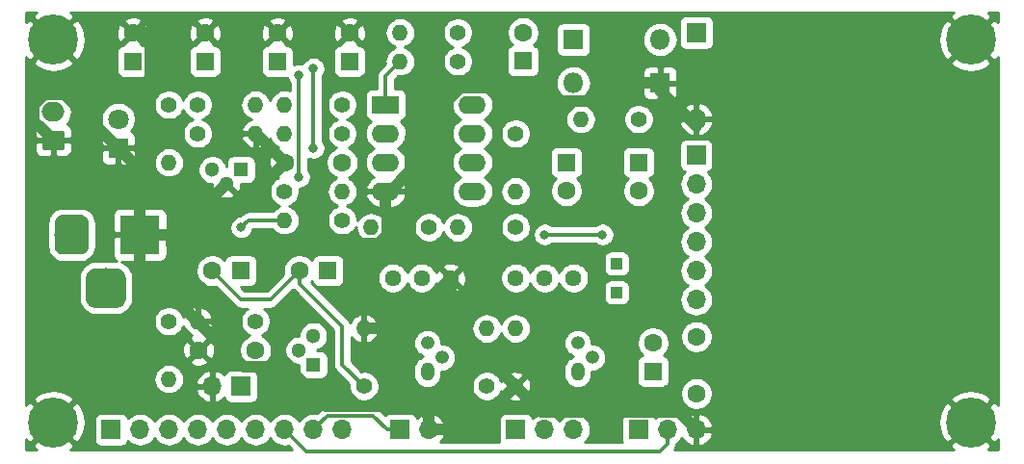
<source format=gbr>
G04 #@! TF.GenerationSoftware,KiCad,Pcbnew,(5.1.4)-1*
G04 #@! TF.CreationDate,2020-02-02T11:41:40+00:00*
G04 #@! TF.ProjectId,GFuzz,4746757a-7a2e-46b6-9963-61645f706362,rev?*
G04 #@! TF.SameCoordinates,Original*
G04 #@! TF.FileFunction,Copper,L1,Top*
G04 #@! TF.FilePolarity,Positive*
%FSLAX46Y46*%
G04 Gerber Fmt 4.6, Leading zero omitted, Abs format (unit mm)*
G04 Created by KiCad (PCBNEW (5.1.4)-1) date 2020-02-02 11:41:40*
%MOMM*%
%LPD*%
G04 APERTURE LIST*
%ADD10O,1.700000X1.700000*%
%ADD11R,1.700000X1.700000*%
%ADD12O,1.200000X1.200000*%
%ADD13O,1.200000X1.600000*%
%ADD14R,1.000000X1.000000*%
%ADD15O,2.000000X1.700000*%
%ADD16C,0.100000*%
%ADD17C,1.700000*%
%ADD18C,1.600000*%
%ADD19R,1.600000X1.600000*%
%ADD20C,4.400000*%
%ADD21C,1.440000*%
%ADD22O,1.800000X1.800000*%
%ADD23R,1.800000X1.800000*%
%ADD24O,1.400000X1.400000*%
%ADD25C,1.400000*%
%ADD26C,3.500000*%
%ADD27C,3.000000*%
%ADD28R,3.500000X3.500000*%
%ADD29R,1.300000X1.300000*%
%ADD30C,1.300000*%
%ADD31C,1.800000*%
%ADD32O,2.400000X1.600000*%
%ADD33R,2.400000X1.600000*%
%ADD34C,0.800000*%
%ADD35C,1.000000*%
%ADD36C,0.304800*%
%ADD37C,0.254000*%
G04 APERTURE END LIST*
D10*
X153670000Y-99695000D03*
X153670000Y-109855000D03*
X153670000Y-102235000D03*
X153670000Y-104775000D03*
X153670000Y-107315000D03*
D11*
X153670000Y-97155000D03*
D12*
X143256000Y-113665000D03*
X144526000Y-114935000D03*
D13*
X143256000Y-116205000D03*
D10*
X122555000Y-121285000D03*
X120015000Y-121285000D03*
X117475000Y-121285000D03*
X114935000Y-121285000D03*
X112395000Y-121285000D03*
X109855000Y-121285000D03*
X107315000Y-121285000D03*
X104775000Y-121285000D03*
D11*
X102235000Y-121285000D03*
D14*
X146685000Y-106680000D03*
X146685000Y-109220000D03*
D15*
X97155000Y-93345000D03*
D16*
G36*
X97929504Y-94996204D02*
G01*
X97953773Y-94999804D01*
X97977571Y-95005765D01*
X98000671Y-95014030D01*
X98022849Y-95024520D01*
X98043893Y-95037133D01*
X98063598Y-95051747D01*
X98081777Y-95068223D01*
X98098253Y-95086402D01*
X98112867Y-95106107D01*
X98125480Y-95127151D01*
X98135970Y-95149329D01*
X98144235Y-95172429D01*
X98150196Y-95196227D01*
X98153796Y-95220496D01*
X98155000Y-95245000D01*
X98155000Y-96445000D01*
X98153796Y-96469504D01*
X98150196Y-96493773D01*
X98144235Y-96517571D01*
X98135970Y-96540671D01*
X98125480Y-96562849D01*
X98112867Y-96583893D01*
X98098253Y-96603598D01*
X98081777Y-96621777D01*
X98063598Y-96638253D01*
X98043893Y-96652867D01*
X98022849Y-96665480D01*
X98000671Y-96675970D01*
X97977571Y-96684235D01*
X97953773Y-96690196D01*
X97929504Y-96693796D01*
X97905000Y-96695000D01*
X96405000Y-96695000D01*
X96380496Y-96693796D01*
X96356227Y-96690196D01*
X96332429Y-96684235D01*
X96309329Y-96675970D01*
X96287151Y-96665480D01*
X96266107Y-96652867D01*
X96246402Y-96638253D01*
X96228223Y-96621777D01*
X96211747Y-96603598D01*
X96197133Y-96583893D01*
X96184520Y-96562849D01*
X96174030Y-96540671D01*
X96165765Y-96517571D01*
X96159804Y-96493773D01*
X96156204Y-96469504D01*
X96155000Y-96445000D01*
X96155000Y-95245000D01*
X96156204Y-95220496D01*
X96159804Y-95196227D01*
X96165765Y-95172429D01*
X96174030Y-95149329D01*
X96184520Y-95127151D01*
X96197133Y-95106107D01*
X96211747Y-95086402D01*
X96228223Y-95068223D01*
X96246402Y-95051747D01*
X96266107Y-95037133D01*
X96287151Y-95024520D01*
X96309329Y-95014030D01*
X96332429Y-95005765D01*
X96356227Y-94999804D01*
X96380496Y-94996204D01*
X96405000Y-94995000D01*
X97905000Y-94995000D01*
X97929504Y-94996204D01*
X97929504Y-94996204D01*
G37*
D17*
X97155000Y-95845000D03*
D18*
X104140000Y-86400000D03*
D19*
X104140000Y-88900000D03*
D20*
X177800000Y-86995000D03*
X97155000Y-86995000D03*
X177800000Y-120650000D03*
X97155000Y-120650000D03*
D18*
X110490000Y-86400000D03*
D19*
X110490000Y-88900000D03*
D21*
X137795000Y-107950000D03*
X140335000Y-107950000D03*
X142875000Y-107950000D03*
X127000000Y-107950000D03*
X129540000Y-107950000D03*
X132080000Y-107950000D03*
D22*
X150495000Y-86995000D03*
D23*
X142875000Y-86995000D03*
D22*
X153670000Y-93980000D03*
D23*
X153670000Y-86360000D03*
D22*
X142875000Y-90805000D03*
D23*
X150495000Y-90805000D03*
D24*
X137795000Y-100330000D03*
D25*
X137795000Y-95250000D03*
D24*
X143510000Y-93980000D03*
D25*
X148590000Y-93980000D03*
D24*
X137795000Y-112395000D03*
D25*
X137795000Y-117475000D03*
D24*
X107315000Y-97790000D03*
D25*
X107315000Y-92710000D03*
D24*
X135255000Y-112395000D03*
D25*
X135255000Y-117475000D03*
D24*
X124460000Y-112395000D03*
D25*
X124460000Y-117475000D03*
D24*
X109855000Y-111760000D03*
D25*
X114935000Y-111760000D03*
D24*
X107315000Y-116840000D03*
D25*
X107315000Y-111760000D03*
D24*
X132715000Y-103505000D03*
D25*
X137795000Y-103505000D03*
D24*
X125095000Y-103505000D03*
D25*
X130175000Y-103505000D03*
D24*
X127635000Y-86360000D03*
D25*
X132715000Y-86360000D03*
D24*
X127635000Y-88900000D03*
D25*
X132715000Y-88900000D03*
D24*
X117475000Y-92710000D03*
D25*
X122555000Y-92710000D03*
D24*
X117475000Y-95250000D03*
D25*
X122555000Y-95250000D03*
D24*
X122555000Y-100330000D03*
D25*
X117475000Y-100330000D03*
D24*
X117475000Y-102870000D03*
D25*
X122555000Y-102870000D03*
D24*
X114935000Y-95250000D03*
D25*
X109855000Y-95250000D03*
D24*
X114935000Y-92710000D03*
D25*
X109855000Y-92710000D03*
D16*
G36*
X102735765Y-107094213D02*
G01*
X102820704Y-107106813D01*
X102903999Y-107127677D01*
X102984848Y-107156605D01*
X103062472Y-107193319D01*
X103136124Y-107237464D01*
X103205094Y-107288616D01*
X103268718Y-107346282D01*
X103326384Y-107409906D01*
X103377536Y-107478876D01*
X103421681Y-107552528D01*
X103458395Y-107630152D01*
X103487323Y-107711001D01*
X103508187Y-107794296D01*
X103520787Y-107879235D01*
X103525000Y-107965000D01*
X103525000Y-109715000D01*
X103520787Y-109800765D01*
X103508187Y-109885704D01*
X103487323Y-109968999D01*
X103458395Y-110049848D01*
X103421681Y-110127472D01*
X103377536Y-110201124D01*
X103326384Y-110270094D01*
X103268718Y-110333718D01*
X103205094Y-110391384D01*
X103136124Y-110442536D01*
X103062472Y-110486681D01*
X102984848Y-110523395D01*
X102903999Y-110552323D01*
X102820704Y-110573187D01*
X102735765Y-110585787D01*
X102650000Y-110590000D01*
X100900000Y-110590000D01*
X100814235Y-110585787D01*
X100729296Y-110573187D01*
X100646001Y-110552323D01*
X100565152Y-110523395D01*
X100487528Y-110486681D01*
X100413876Y-110442536D01*
X100344906Y-110391384D01*
X100281282Y-110333718D01*
X100223616Y-110270094D01*
X100172464Y-110201124D01*
X100128319Y-110127472D01*
X100091605Y-110049848D01*
X100062677Y-109968999D01*
X100041813Y-109885704D01*
X100029213Y-109800765D01*
X100025000Y-109715000D01*
X100025000Y-107965000D01*
X100029213Y-107879235D01*
X100041813Y-107794296D01*
X100062677Y-107711001D01*
X100091605Y-107630152D01*
X100128319Y-107552528D01*
X100172464Y-107478876D01*
X100223616Y-107409906D01*
X100281282Y-107346282D01*
X100344906Y-107288616D01*
X100413876Y-107237464D01*
X100487528Y-107193319D01*
X100565152Y-107156605D01*
X100646001Y-107127677D01*
X100729296Y-107106813D01*
X100814235Y-107094213D01*
X100900000Y-107090000D01*
X102650000Y-107090000D01*
X102735765Y-107094213D01*
X102735765Y-107094213D01*
G37*
D26*
X101775000Y-108840000D03*
D16*
G36*
X99598513Y-102393611D02*
G01*
X99671318Y-102404411D01*
X99742714Y-102422295D01*
X99812013Y-102447090D01*
X99878548Y-102478559D01*
X99941678Y-102516398D01*
X100000795Y-102560242D01*
X100055330Y-102609670D01*
X100104758Y-102664205D01*
X100148602Y-102723322D01*
X100186441Y-102786452D01*
X100217910Y-102852987D01*
X100242705Y-102922286D01*
X100260589Y-102993682D01*
X100271389Y-103066487D01*
X100275000Y-103140000D01*
X100275000Y-105140000D01*
X100271389Y-105213513D01*
X100260589Y-105286318D01*
X100242705Y-105357714D01*
X100217910Y-105427013D01*
X100186441Y-105493548D01*
X100148602Y-105556678D01*
X100104758Y-105615795D01*
X100055330Y-105670330D01*
X100000795Y-105719758D01*
X99941678Y-105763602D01*
X99878548Y-105801441D01*
X99812013Y-105832910D01*
X99742714Y-105857705D01*
X99671318Y-105875589D01*
X99598513Y-105886389D01*
X99525000Y-105890000D01*
X98025000Y-105890000D01*
X97951487Y-105886389D01*
X97878682Y-105875589D01*
X97807286Y-105857705D01*
X97737987Y-105832910D01*
X97671452Y-105801441D01*
X97608322Y-105763602D01*
X97549205Y-105719758D01*
X97494670Y-105670330D01*
X97445242Y-105615795D01*
X97401398Y-105556678D01*
X97363559Y-105493548D01*
X97332090Y-105427013D01*
X97307295Y-105357714D01*
X97289411Y-105286318D01*
X97278611Y-105213513D01*
X97275000Y-105140000D01*
X97275000Y-103140000D01*
X97278611Y-103066487D01*
X97289411Y-102993682D01*
X97307295Y-102922286D01*
X97332090Y-102852987D01*
X97363559Y-102786452D01*
X97401398Y-102723322D01*
X97445242Y-102664205D01*
X97494670Y-102609670D01*
X97549205Y-102560242D01*
X97608322Y-102516398D01*
X97671452Y-102478559D01*
X97737987Y-102447090D01*
X97807286Y-102422295D01*
X97878682Y-102404411D01*
X97951487Y-102393611D01*
X98025000Y-102390000D01*
X99525000Y-102390000D01*
X99598513Y-102393611D01*
X99598513Y-102393611D01*
G37*
D27*
X98775000Y-104140000D03*
D28*
X104775000Y-104140000D03*
D29*
X113665000Y-98425000D03*
D30*
X111125000Y-98425000D03*
X112385000Y-99695000D03*
D29*
X120015000Y-115580000D03*
D30*
X120015000Y-113040000D03*
X118745000Y-114300000D03*
D31*
X102870000Y-93980000D03*
D23*
X102870000Y-96520000D03*
D32*
X133985000Y-92710000D03*
X126365000Y-100330000D03*
X133985000Y-95250000D03*
X126365000Y-97790000D03*
X133985000Y-97790000D03*
X126365000Y-95250000D03*
X133985000Y-100330000D03*
D33*
X126365000Y-92710000D03*
D10*
X153670000Y-121285000D03*
X151130000Y-121285000D03*
D11*
X148590000Y-121285000D03*
D10*
X142875000Y-121285000D03*
X140335000Y-121285000D03*
D11*
X137795000Y-121285000D03*
D12*
X130048000Y-113665000D03*
X131318000Y-114935000D03*
D13*
X130048000Y-116205000D03*
D10*
X130175000Y-121285000D03*
D11*
X127635000Y-121285000D03*
D10*
X111125000Y-117475000D03*
D11*
X113665000Y-117475000D03*
D18*
X153670000Y-113110000D03*
X153670000Y-118110000D03*
X123190000Y-86400000D03*
D19*
X123190000Y-88900000D03*
D18*
X148590000Y-100290000D03*
D19*
X148590000Y-97790000D03*
D18*
X142240000Y-100290000D03*
D19*
X142240000Y-97790000D03*
D18*
X149860000Y-113665000D03*
D19*
X149860000Y-116165000D03*
D18*
X138430000Y-86360000D03*
D19*
X138430000Y-88860000D03*
D18*
X116840000Y-86400000D03*
D19*
X116840000Y-88900000D03*
D18*
X118785000Y-107315000D03*
D19*
X121285000Y-107315000D03*
D18*
X111125000Y-107315000D03*
D19*
X113625000Y-107315000D03*
D18*
X117555000Y-97790000D03*
X122555000Y-97790000D03*
X109935000Y-114300000D03*
X114935000Y-114300000D03*
D34*
X113665000Y-103505000D03*
X120015000Y-89535000D03*
X120015000Y-96520000D03*
X145415000Y-104140000D03*
X140335000Y-104140000D03*
X118745000Y-90109999D03*
X118745000Y-99060000D03*
D35*
X133985000Y-121285000D02*
X137795000Y-117475000D01*
X130175000Y-121285000D02*
X133985000Y-121285000D01*
X152820001Y-120435001D02*
X153670000Y-121285000D01*
X152119999Y-119734999D02*
X152820001Y-120435001D01*
X140054999Y-119734999D02*
X152119999Y-119734999D01*
X137795000Y-117475000D02*
X140054999Y-119734999D01*
X130175000Y-120082919D02*
X130175000Y-121285000D01*
X129322270Y-119230189D02*
X130175000Y-120082919D01*
X109855000Y-111760000D02*
X113895001Y-115800001D01*
X104775000Y-98425000D02*
X102870000Y-96520000D01*
X104775000Y-104140000D02*
X104775000Y-98425000D01*
X96249447Y-94939447D02*
X97155000Y-95845000D01*
X95454990Y-94144990D02*
X96249447Y-94939447D01*
X95454990Y-92702965D02*
X95454990Y-94144990D01*
X96362965Y-91794990D02*
X95454990Y-92702965D01*
X98144990Y-91794990D02*
X96362965Y-91794990D01*
X102870000Y-96520000D02*
X98144990Y-91794990D01*
X105271370Y-86400000D02*
X104140000Y-86400000D01*
X105640001Y-86768631D02*
X105271370Y-86400000D01*
X105640001Y-100524999D02*
X105640001Y-86768631D01*
X104775000Y-101390000D02*
X105640001Y-100524999D01*
X104775000Y-104140000D02*
X104775000Y-101390000D01*
X115015000Y-95250000D02*
X117555000Y-97790000D01*
X114935000Y-95250000D02*
X115015000Y-95250000D01*
X107940000Y-104140000D02*
X112385000Y-99695000D01*
X104775000Y-104140000D02*
X107940000Y-104140000D01*
X111205000Y-104140000D02*
X117555000Y-97790000D01*
X104775000Y-104140000D02*
X111205000Y-104140000D01*
X104775000Y-106680000D02*
X109855000Y-111760000D01*
X104775000Y-104140000D02*
X104775000Y-106680000D01*
X126365000Y-102130000D02*
X126365000Y-100330000D01*
X125767001Y-104905001D02*
X126495001Y-104177001D01*
X108290001Y-104905001D02*
X125767001Y-104905001D01*
X126495001Y-102260001D02*
X126365000Y-102130000D01*
X126495001Y-104177001D02*
X126495001Y-102260001D01*
X107525000Y-104140000D02*
X108290001Y-104905001D01*
X104775000Y-104140000D02*
X107525000Y-104140000D01*
X148595000Y-90805000D02*
X150495000Y-90805000D01*
X146994999Y-92405001D02*
X148595000Y-90805000D01*
X141297019Y-92405001D02*
X146994999Y-92405001D01*
X140102008Y-91209990D02*
X141297019Y-92405001D01*
X132963676Y-91209990D02*
X140102008Y-91209990D01*
X128565000Y-98530000D02*
X128565000Y-95608666D01*
X128565000Y-95608666D02*
X132963676Y-91209990D01*
X126765000Y-100330000D02*
X128565000Y-98530000D01*
X126365000Y-100330000D02*
X126765000Y-100330000D01*
X150495000Y-91440000D02*
X153670000Y-94615000D01*
X150495000Y-90805000D02*
X150495000Y-91440000D01*
X121105187Y-119230189D02*
X129322270Y-119230189D01*
X117674999Y-115800001D02*
X121105187Y-119230189D01*
X113895001Y-115800001D02*
X117674999Y-115800001D01*
X124460000Y-112395000D02*
X127635000Y-112395000D01*
X127635000Y-112395000D02*
X132080000Y-107950000D01*
X132080000Y-111760000D02*
X137795000Y-117475000D01*
X132080000Y-107950000D02*
X132080000Y-111760000D01*
D36*
X117985001Y-108114999D02*
X118785000Y-107315000D01*
X116245000Y-109855000D02*
X117985001Y-108114999D01*
X113665000Y-109855000D02*
X116245000Y-109855000D01*
X111125000Y-107315000D02*
X113665000Y-109855000D01*
X122555000Y-115570000D02*
X124460000Y-117475000D01*
X118785000Y-107315000D02*
X118785000Y-108446370D01*
X118785000Y-108446370D02*
X122555000Y-112216370D01*
X122555000Y-112216370D02*
X122555000Y-115570000D01*
X114300000Y-102870000D02*
X117475000Y-102870000D01*
X113665000Y-103505000D02*
X114300000Y-102870000D01*
X120015000Y-89535000D02*
X120015000Y-96520000D01*
X126480200Y-121285000D02*
X127635000Y-121285000D01*
X125277799Y-120082599D02*
X126480200Y-121285000D01*
X121217401Y-120082599D02*
X125277799Y-120082599D01*
X120015000Y-121285000D02*
X121217401Y-120082599D01*
X126365000Y-90170000D02*
X127635000Y-88900000D01*
X126365000Y-92710000D02*
X126365000Y-90170000D01*
X145415000Y-104140000D02*
X144384446Y-104140000D01*
X144384446Y-104140000D02*
X140335000Y-104140000D01*
X118745000Y-90109999D02*
X118745000Y-99060000D01*
X119380000Y-123190000D02*
X117475000Y-121285000D01*
X150495000Y-123190000D02*
X119380000Y-123190000D01*
X151130000Y-121285000D02*
X151130000Y-122555000D01*
X151130000Y-122555000D02*
X150495000Y-123190000D01*
D37*
G36*
X95584976Y-84617982D02*
G01*
X95344830Y-85005225D01*
X97155000Y-86815395D01*
X98965170Y-85005225D01*
X98725024Y-84617982D01*
X98656835Y-84582000D01*
X176297293Y-84582000D01*
X176229976Y-84617982D01*
X175989830Y-85005225D01*
X177800000Y-86815395D01*
X179610170Y-85005225D01*
X179370024Y-84617982D01*
X179301835Y-84582000D01*
X180213000Y-84582000D01*
X180213000Y-85492293D01*
X180177018Y-85424976D01*
X179789775Y-85184830D01*
X177979605Y-86995000D01*
X179789775Y-88805170D01*
X180177018Y-88565024D01*
X180213000Y-88496835D01*
X180213000Y-119147293D01*
X180177018Y-119079976D01*
X179789775Y-118839830D01*
X177979605Y-120650000D01*
X179789775Y-122460170D01*
X180177018Y-122220024D01*
X180213000Y-122151835D01*
X180213000Y-123063000D01*
X179302707Y-123063000D01*
X179370024Y-123027018D01*
X179610170Y-122639775D01*
X177800000Y-120829605D01*
X175989830Y-122639775D01*
X176229976Y-123027018D01*
X176298165Y-123063000D01*
X151731709Y-123063000D01*
X151787866Y-122994572D01*
X151860982Y-122857783D01*
X151906006Y-122709357D01*
X151912859Y-122639775D01*
X151917400Y-122593673D01*
X151917400Y-122593665D01*
X151921208Y-122555000D01*
X151920358Y-122546368D01*
X151959014Y-122525706D01*
X152185134Y-122340134D01*
X152370706Y-122114014D01*
X152405201Y-122049477D01*
X152474822Y-122166355D01*
X152669731Y-122382588D01*
X152903080Y-122556641D01*
X153165901Y-122681825D01*
X153313110Y-122726476D01*
X153543000Y-122605155D01*
X153543000Y-121412000D01*
X153797000Y-121412000D01*
X153797000Y-122605155D01*
X154026890Y-122726476D01*
X154174099Y-122681825D01*
X154436920Y-122556641D01*
X154670269Y-122382588D01*
X154865178Y-122166355D01*
X155014157Y-121916252D01*
X155111481Y-121641891D01*
X154990814Y-121412000D01*
X153797000Y-121412000D01*
X153543000Y-121412000D01*
X153523000Y-121412000D01*
X153523000Y-121158000D01*
X153543000Y-121158000D01*
X153543000Y-119964845D01*
X153797000Y-119964845D01*
X153797000Y-121158000D01*
X154990814Y-121158000D01*
X155111481Y-120928109D01*
X155018211Y-120665174D01*
X174951322Y-120665174D01*
X175009019Y-121220632D01*
X175173972Y-121754161D01*
X175422982Y-122220024D01*
X175810225Y-122460170D01*
X177620395Y-120650000D01*
X175810225Y-118839830D01*
X175422982Y-119079976D01*
X175162359Y-119573877D01*
X175003099Y-120109133D01*
X174951322Y-120665174D01*
X155018211Y-120665174D01*
X155014157Y-120653748D01*
X154865178Y-120403645D01*
X154670269Y-120187412D01*
X154436920Y-120013359D01*
X154174099Y-119888175D01*
X154026890Y-119843524D01*
X153797000Y-119964845D01*
X153543000Y-119964845D01*
X153313110Y-119843524D01*
X153165901Y-119888175D01*
X152903080Y-120013359D01*
X152669731Y-120187412D01*
X152474822Y-120403645D01*
X152405201Y-120520523D01*
X152370706Y-120455986D01*
X152185134Y-120229866D01*
X151959014Y-120044294D01*
X151701034Y-119906401D01*
X151421111Y-119821487D01*
X151202950Y-119800000D01*
X151057050Y-119800000D01*
X150838889Y-119821487D01*
X150558966Y-119906401D01*
X150300986Y-120044294D01*
X150074866Y-120229866D01*
X150050393Y-120259687D01*
X150029502Y-120190820D01*
X149970537Y-120080506D01*
X149891185Y-119983815D01*
X149794494Y-119904463D01*
X149684180Y-119845498D01*
X149564482Y-119809188D01*
X149440000Y-119796928D01*
X147740000Y-119796928D01*
X147615518Y-119809188D01*
X147495820Y-119845498D01*
X147385506Y-119904463D01*
X147288815Y-119983815D01*
X147209463Y-120080506D01*
X147150498Y-120190820D01*
X147114188Y-120310518D01*
X147101928Y-120435000D01*
X147101928Y-122135000D01*
X147114188Y-122259482D01*
X147150498Y-122379180D01*
X147163016Y-122402600D01*
X143854019Y-122402600D01*
X143930134Y-122340134D01*
X144115706Y-122114014D01*
X144253599Y-121856034D01*
X144338513Y-121576111D01*
X144367185Y-121285000D01*
X144338513Y-120993889D01*
X144253599Y-120713966D01*
X144115706Y-120455986D01*
X143930134Y-120229866D01*
X143704014Y-120044294D01*
X143446034Y-119906401D01*
X143166111Y-119821487D01*
X142947950Y-119800000D01*
X142802050Y-119800000D01*
X142583889Y-119821487D01*
X142303966Y-119906401D01*
X142045986Y-120044294D01*
X141819866Y-120229866D01*
X141634294Y-120455986D01*
X141605000Y-120510791D01*
X141575706Y-120455986D01*
X141390134Y-120229866D01*
X141164014Y-120044294D01*
X140906034Y-119906401D01*
X140626111Y-119821487D01*
X140407950Y-119800000D01*
X140262050Y-119800000D01*
X140043889Y-119821487D01*
X139763966Y-119906401D01*
X139505986Y-120044294D01*
X139279866Y-120229866D01*
X139255393Y-120259687D01*
X139234502Y-120190820D01*
X139175537Y-120080506D01*
X139096185Y-119983815D01*
X138999494Y-119904463D01*
X138889180Y-119845498D01*
X138769482Y-119809188D01*
X138645000Y-119796928D01*
X136945000Y-119796928D01*
X136820518Y-119809188D01*
X136700820Y-119845498D01*
X136590506Y-119904463D01*
X136493815Y-119983815D01*
X136414463Y-120080506D01*
X136355498Y-120190820D01*
X136319188Y-120310518D01*
X136306928Y-120435000D01*
X136306928Y-122135000D01*
X136319188Y-122259482D01*
X136355498Y-122379180D01*
X136368016Y-122402600D01*
X131148439Y-122402600D01*
X131175269Y-122382588D01*
X131370178Y-122166355D01*
X131519157Y-121916252D01*
X131616481Y-121641891D01*
X131495814Y-121412000D01*
X130302000Y-121412000D01*
X130302000Y-121432000D01*
X130048000Y-121432000D01*
X130048000Y-121412000D01*
X130028000Y-121412000D01*
X130028000Y-121158000D01*
X130048000Y-121158000D01*
X130048000Y-119964845D01*
X130302000Y-119964845D01*
X130302000Y-121158000D01*
X131495814Y-121158000D01*
X131616481Y-120928109D01*
X131519157Y-120653748D01*
X131370178Y-120403645D01*
X131175269Y-120187412D01*
X130941920Y-120013359D01*
X130679099Y-119888175D01*
X130531890Y-119843524D01*
X130302000Y-119964845D01*
X130048000Y-119964845D01*
X129818110Y-119843524D01*
X129670901Y-119888175D01*
X129408080Y-120013359D01*
X129174731Y-120187412D01*
X129098966Y-120271466D01*
X129074502Y-120190820D01*
X129015537Y-120080506D01*
X128936185Y-119983815D01*
X128839494Y-119904463D01*
X128729180Y-119845498D01*
X128609482Y-119809188D01*
X128485000Y-119796928D01*
X126785000Y-119796928D01*
X126660518Y-119809188D01*
X126540820Y-119845498D01*
X126430506Y-119904463D01*
X126333815Y-119983815D01*
X126315222Y-120006471D01*
X125861927Y-119553177D01*
X125837268Y-119523130D01*
X125717371Y-119424733D01*
X125580582Y-119351617D01*
X125432156Y-119306593D01*
X125316472Y-119295199D01*
X125316462Y-119295199D01*
X125277799Y-119291391D01*
X125239136Y-119295199D01*
X121256064Y-119295199D01*
X121217401Y-119291391D01*
X121178738Y-119295199D01*
X121178728Y-119295199D01*
X121063044Y-119306593D01*
X120914618Y-119351617D01*
X120777828Y-119424733D01*
X120716866Y-119474764D01*
X120657932Y-119523130D01*
X120633278Y-119553171D01*
X120351265Y-119835184D01*
X120306111Y-119821487D01*
X120087950Y-119800000D01*
X119942050Y-119800000D01*
X119723889Y-119821487D01*
X119443966Y-119906401D01*
X119185986Y-120044294D01*
X118959866Y-120229866D01*
X118774294Y-120455986D01*
X118745000Y-120510791D01*
X118715706Y-120455986D01*
X118530134Y-120229866D01*
X118304014Y-120044294D01*
X118046034Y-119906401D01*
X117766111Y-119821487D01*
X117547950Y-119800000D01*
X117402050Y-119800000D01*
X117183889Y-119821487D01*
X116903966Y-119906401D01*
X116645986Y-120044294D01*
X116419866Y-120229866D01*
X116234294Y-120455986D01*
X116205000Y-120510791D01*
X116175706Y-120455986D01*
X115990134Y-120229866D01*
X115764014Y-120044294D01*
X115506034Y-119906401D01*
X115226111Y-119821487D01*
X115007950Y-119800000D01*
X114862050Y-119800000D01*
X114643889Y-119821487D01*
X114363966Y-119906401D01*
X114105986Y-120044294D01*
X113879866Y-120229866D01*
X113694294Y-120455986D01*
X113665000Y-120510791D01*
X113635706Y-120455986D01*
X113450134Y-120229866D01*
X113224014Y-120044294D01*
X112966034Y-119906401D01*
X112686111Y-119821487D01*
X112467950Y-119800000D01*
X112322050Y-119800000D01*
X112103889Y-119821487D01*
X111823966Y-119906401D01*
X111565986Y-120044294D01*
X111339866Y-120229866D01*
X111154294Y-120455986D01*
X111125000Y-120510791D01*
X111095706Y-120455986D01*
X110910134Y-120229866D01*
X110684014Y-120044294D01*
X110426034Y-119906401D01*
X110146111Y-119821487D01*
X109927950Y-119800000D01*
X109782050Y-119800000D01*
X109563889Y-119821487D01*
X109283966Y-119906401D01*
X109025986Y-120044294D01*
X108799866Y-120229866D01*
X108614294Y-120455986D01*
X108585000Y-120510791D01*
X108555706Y-120455986D01*
X108370134Y-120229866D01*
X108144014Y-120044294D01*
X107886034Y-119906401D01*
X107606111Y-119821487D01*
X107387950Y-119800000D01*
X107242050Y-119800000D01*
X107023889Y-119821487D01*
X106743966Y-119906401D01*
X106485986Y-120044294D01*
X106259866Y-120229866D01*
X106074294Y-120455986D01*
X106045000Y-120510791D01*
X106015706Y-120455986D01*
X105830134Y-120229866D01*
X105604014Y-120044294D01*
X105346034Y-119906401D01*
X105066111Y-119821487D01*
X104847950Y-119800000D01*
X104702050Y-119800000D01*
X104483889Y-119821487D01*
X104203966Y-119906401D01*
X103945986Y-120044294D01*
X103719866Y-120229866D01*
X103695393Y-120259687D01*
X103674502Y-120190820D01*
X103615537Y-120080506D01*
X103536185Y-119983815D01*
X103439494Y-119904463D01*
X103329180Y-119845498D01*
X103209482Y-119809188D01*
X103085000Y-119796928D01*
X101385000Y-119796928D01*
X101260518Y-119809188D01*
X101140820Y-119845498D01*
X101030506Y-119904463D01*
X100933815Y-119983815D01*
X100854463Y-120080506D01*
X100795498Y-120190820D01*
X100759188Y-120310518D01*
X100746928Y-120435000D01*
X100746928Y-122135000D01*
X100759188Y-122259482D01*
X100795498Y-122379180D01*
X100854463Y-122489494D01*
X100933815Y-122586185D01*
X101030506Y-122665537D01*
X101140820Y-122724502D01*
X101260518Y-122760812D01*
X101385000Y-122773072D01*
X103085000Y-122773072D01*
X103209482Y-122760812D01*
X103329180Y-122724502D01*
X103439494Y-122665537D01*
X103536185Y-122586185D01*
X103615537Y-122489494D01*
X103674502Y-122379180D01*
X103695393Y-122310313D01*
X103719866Y-122340134D01*
X103945986Y-122525706D01*
X104203966Y-122663599D01*
X104483889Y-122748513D01*
X104702050Y-122770000D01*
X104847950Y-122770000D01*
X105066111Y-122748513D01*
X105346034Y-122663599D01*
X105604014Y-122525706D01*
X105830134Y-122340134D01*
X106015706Y-122114014D01*
X106045000Y-122059209D01*
X106074294Y-122114014D01*
X106259866Y-122340134D01*
X106485986Y-122525706D01*
X106743966Y-122663599D01*
X107023889Y-122748513D01*
X107242050Y-122770000D01*
X107387950Y-122770000D01*
X107606111Y-122748513D01*
X107886034Y-122663599D01*
X108144014Y-122525706D01*
X108370134Y-122340134D01*
X108555706Y-122114014D01*
X108585000Y-122059209D01*
X108614294Y-122114014D01*
X108799866Y-122340134D01*
X109025986Y-122525706D01*
X109283966Y-122663599D01*
X109563889Y-122748513D01*
X109782050Y-122770000D01*
X109927950Y-122770000D01*
X110146111Y-122748513D01*
X110426034Y-122663599D01*
X110684014Y-122525706D01*
X110910134Y-122340134D01*
X111095706Y-122114014D01*
X111125000Y-122059209D01*
X111154294Y-122114014D01*
X111339866Y-122340134D01*
X111565986Y-122525706D01*
X111823966Y-122663599D01*
X112103889Y-122748513D01*
X112322050Y-122770000D01*
X112467950Y-122770000D01*
X112686111Y-122748513D01*
X112966034Y-122663599D01*
X113224014Y-122525706D01*
X113450134Y-122340134D01*
X113635706Y-122114014D01*
X113665000Y-122059209D01*
X113694294Y-122114014D01*
X113879866Y-122340134D01*
X114105986Y-122525706D01*
X114363966Y-122663599D01*
X114643889Y-122748513D01*
X114862050Y-122770000D01*
X115007950Y-122770000D01*
X115226111Y-122748513D01*
X115506034Y-122663599D01*
X115764014Y-122525706D01*
X115990134Y-122340134D01*
X116175706Y-122114014D01*
X116205000Y-122059209D01*
X116234294Y-122114014D01*
X116419866Y-122340134D01*
X116645986Y-122525706D01*
X116903966Y-122663599D01*
X117183889Y-122748513D01*
X117402050Y-122770000D01*
X117547950Y-122770000D01*
X117766111Y-122748513D01*
X117811265Y-122734816D01*
X118139449Y-123063000D01*
X98657707Y-123063000D01*
X98725024Y-123027018D01*
X98965170Y-122639775D01*
X97155000Y-120829605D01*
X95344830Y-122639775D01*
X95584976Y-123027018D01*
X95653165Y-123063000D01*
X94742000Y-123063000D01*
X94742000Y-122152707D01*
X94777982Y-122220024D01*
X95165225Y-122460170D01*
X96975395Y-120650000D01*
X97334605Y-120650000D01*
X99144775Y-122460170D01*
X99532018Y-122220024D01*
X99792641Y-121726123D01*
X99951901Y-121190867D01*
X100003678Y-120634826D01*
X99945981Y-120079368D01*
X99781028Y-119545839D01*
X99532018Y-119079976D01*
X99144775Y-118839830D01*
X97334605Y-120650000D01*
X96975395Y-120650000D01*
X95165225Y-118839830D01*
X94777982Y-119079976D01*
X94742000Y-119148165D01*
X94742000Y-118660225D01*
X95344830Y-118660225D01*
X97155000Y-120470395D01*
X98965170Y-118660225D01*
X98725024Y-118272982D01*
X98231123Y-118012359D01*
X97695867Y-117853099D01*
X97139826Y-117801322D01*
X96584368Y-117859019D01*
X96050839Y-118023972D01*
X95584976Y-118272982D01*
X95344830Y-118660225D01*
X94742000Y-118660225D01*
X94742000Y-116840000D01*
X105973541Y-116840000D01*
X105999317Y-117101706D01*
X106075653Y-117353354D01*
X106199618Y-117585275D01*
X106366445Y-117788555D01*
X106569725Y-117955382D01*
X106801646Y-118079347D01*
X107053294Y-118155683D01*
X107249421Y-118175000D01*
X107380579Y-118175000D01*
X107576706Y-118155683D01*
X107828354Y-118079347D01*
X108060275Y-117955382D01*
X108210749Y-117831891D01*
X109683519Y-117831891D01*
X109780843Y-118106252D01*
X109929822Y-118356355D01*
X110124731Y-118572588D01*
X110358080Y-118746641D01*
X110620901Y-118871825D01*
X110768110Y-118916476D01*
X110998000Y-118795155D01*
X110998000Y-117602000D01*
X109804186Y-117602000D01*
X109683519Y-117831891D01*
X108210749Y-117831891D01*
X108263555Y-117788555D01*
X108430382Y-117585275D01*
X108554347Y-117353354D01*
X108625707Y-117118109D01*
X109683519Y-117118109D01*
X109804186Y-117348000D01*
X110998000Y-117348000D01*
X110998000Y-116154845D01*
X111252000Y-116154845D01*
X111252000Y-117348000D01*
X111272000Y-117348000D01*
X111272000Y-117602000D01*
X111252000Y-117602000D01*
X111252000Y-118795155D01*
X111481890Y-118916476D01*
X111629099Y-118871825D01*
X111891920Y-118746641D01*
X112125269Y-118572588D01*
X112201034Y-118488534D01*
X112225498Y-118569180D01*
X112284463Y-118679494D01*
X112363815Y-118776185D01*
X112460506Y-118855537D01*
X112570820Y-118914502D01*
X112690518Y-118950812D01*
X112815000Y-118963072D01*
X114515000Y-118963072D01*
X114639482Y-118950812D01*
X114759180Y-118914502D01*
X114869494Y-118855537D01*
X114966185Y-118776185D01*
X115045537Y-118679494D01*
X115104502Y-118569180D01*
X115140812Y-118449482D01*
X115153072Y-118325000D01*
X115153072Y-116625000D01*
X115140812Y-116500518D01*
X115104502Y-116380820D01*
X115045537Y-116270506D01*
X114966185Y-116173815D01*
X114869494Y-116094463D01*
X114759180Y-116035498D01*
X114639482Y-115999188D01*
X114515000Y-115986928D01*
X112815000Y-115986928D01*
X112690518Y-115999188D01*
X112570820Y-116035498D01*
X112460506Y-116094463D01*
X112363815Y-116173815D01*
X112284463Y-116270506D01*
X112225498Y-116380820D01*
X112201034Y-116461466D01*
X112125269Y-116377412D01*
X111891920Y-116203359D01*
X111629099Y-116078175D01*
X111481890Y-116033524D01*
X111252000Y-116154845D01*
X110998000Y-116154845D01*
X110768110Y-116033524D01*
X110620901Y-116078175D01*
X110358080Y-116203359D01*
X110124731Y-116377412D01*
X109929822Y-116593645D01*
X109780843Y-116843748D01*
X109683519Y-117118109D01*
X108625707Y-117118109D01*
X108630683Y-117101706D01*
X108656459Y-116840000D01*
X108630683Y-116578294D01*
X108554347Y-116326646D01*
X108430382Y-116094725D01*
X108263555Y-115891445D01*
X108060275Y-115724618D01*
X107828354Y-115600653D01*
X107576706Y-115524317D01*
X107380579Y-115505000D01*
X107249421Y-115505000D01*
X107053294Y-115524317D01*
X106801646Y-115600653D01*
X106569725Y-115724618D01*
X106366445Y-115891445D01*
X106199618Y-116094725D01*
X106075653Y-116326646D01*
X105999317Y-116578294D01*
X105973541Y-116840000D01*
X94742000Y-116840000D01*
X94742000Y-115292702D01*
X109121903Y-115292702D01*
X109193486Y-115536671D01*
X109448996Y-115657571D01*
X109723184Y-115726300D01*
X110005512Y-115740217D01*
X110285130Y-115698787D01*
X110551292Y-115603603D01*
X110676514Y-115536671D01*
X110748097Y-115292702D01*
X109935000Y-114479605D01*
X109121903Y-115292702D01*
X94742000Y-115292702D01*
X94742000Y-114370512D01*
X108494783Y-114370512D01*
X108536213Y-114650130D01*
X108631397Y-114916292D01*
X108698329Y-115041514D01*
X108942298Y-115113097D01*
X109755395Y-114300000D01*
X110114605Y-114300000D01*
X110927702Y-115113097D01*
X111171671Y-115041514D01*
X111292571Y-114786004D01*
X111361300Y-114511816D01*
X111375217Y-114229488D01*
X111333787Y-113949870D01*
X111238603Y-113683708D01*
X111171671Y-113558486D01*
X110927702Y-113486903D01*
X110114605Y-114300000D01*
X109755395Y-114300000D01*
X108942298Y-113486903D01*
X108698329Y-113558486D01*
X108577429Y-113813996D01*
X108508700Y-114088184D01*
X108494783Y-114370512D01*
X94742000Y-114370512D01*
X94742000Y-111628514D01*
X105980000Y-111628514D01*
X105980000Y-111891486D01*
X106031304Y-112149405D01*
X106131939Y-112392359D01*
X106278038Y-112611013D01*
X106463987Y-112796962D01*
X106682641Y-112943061D01*
X106925595Y-113043696D01*
X107183514Y-113095000D01*
X107446486Y-113095000D01*
X107704405Y-113043696D01*
X107947359Y-112943061D01*
X108166013Y-112796962D01*
X108351962Y-112611013D01*
X108498061Y-112392359D01*
X108587494Y-112176450D01*
X108594953Y-112201044D01*
X108705208Y-112438392D01*
X108859649Y-112649670D01*
X109052340Y-112826759D01*
X109275877Y-112962853D01*
X109343435Y-112987554D01*
X109318708Y-112996397D01*
X109193486Y-113063329D01*
X109121903Y-113307298D01*
X109935000Y-114120395D01*
X110748097Y-113307298D01*
X110676514Y-113063329D01*
X110447262Y-112954854D01*
X110657660Y-112826759D01*
X110850351Y-112649670D01*
X111004792Y-112438392D01*
X111115047Y-112201044D01*
X111147716Y-112093329D01*
X111024374Y-111887000D01*
X109982000Y-111887000D01*
X109982000Y-111907000D01*
X109728000Y-111907000D01*
X109728000Y-111887000D01*
X109708000Y-111887000D01*
X109708000Y-111633000D01*
X109728000Y-111633000D01*
X109728000Y-110589799D01*
X109982000Y-110589799D01*
X109982000Y-111633000D01*
X111024374Y-111633000D01*
X111147716Y-111426671D01*
X111115047Y-111318956D01*
X111004792Y-111081608D01*
X110850351Y-110870330D01*
X110657660Y-110693241D01*
X110434123Y-110557147D01*
X110188330Y-110467278D01*
X109982000Y-110589799D01*
X109728000Y-110589799D01*
X109521670Y-110467278D01*
X109275877Y-110557147D01*
X109052340Y-110693241D01*
X108859649Y-110870330D01*
X108705208Y-111081608D01*
X108594953Y-111318956D01*
X108587494Y-111343550D01*
X108498061Y-111127641D01*
X108351962Y-110908987D01*
X108166013Y-110723038D01*
X107947359Y-110576939D01*
X107704405Y-110476304D01*
X107446486Y-110425000D01*
X107183514Y-110425000D01*
X106925595Y-110476304D01*
X106682641Y-110576939D01*
X106463987Y-110723038D01*
X106278038Y-110908987D01*
X106131939Y-111127641D01*
X106031304Y-111370595D01*
X105980000Y-111628514D01*
X94742000Y-111628514D01*
X94742000Y-107965000D01*
X99386928Y-107965000D01*
X99386928Y-109715000D01*
X99416001Y-110010186D01*
X99502104Y-110294028D01*
X99641927Y-110555618D01*
X99830097Y-110784903D01*
X100059382Y-110973073D01*
X100320972Y-111112896D01*
X100604814Y-111198999D01*
X100900000Y-111228072D01*
X102650000Y-111228072D01*
X102945186Y-111198999D01*
X103229028Y-111112896D01*
X103490618Y-110973073D01*
X103719903Y-110784903D01*
X103908073Y-110555618D01*
X104047896Y-110294028D01*
X104133999Y-110010186D01*
X104163072Y-109715000D01*
X104163072Y-107965000D01*
X104133999Y-107669814D01*
X104047896Y-107385972D01*
X103934416Y-107173665D01*
X109690000Y-107173665D01*
X109690000Y-107456335D01*
X109745147Y-107733574D01*
X109853320Y-107994727D01*
X110010363Y-108229759D01*
X110210241Y-108429637D01*
X110445273Y-108586680D01*
X110706426Y-108694853D01*
X110983665Y-108750000D01*
X111266335Y-108750000D01*
X111416566Y-108720117D01*
X113080881Y-110384433D01*
X113105531Y-110414469D01*
X113135567Y-110439119D01*
X113135569Y-110439121D01*
X113169879Y-110467278D01*
X113225428Y-110512866D01*
X113362217Y-110585982D01*
X113510643Y-110631006D01*
X113626327Y-110642400D01*
X113626336Y-110642400D01*
X113664999Y-110646208D01*
X113703662Y-110642400D01*
X114204671Y-110642400D01*
X114083987Y-110723038D01*
X113898038Y-110908987D01*
X113751939Y-111127641D01*
X113651304Y-111370595D01*
X113600000Y-111628514D01*
X113600000Y-111891486D01*
X113651304Y-112149405D01*
X113751939Y-112392359D01*
X113898038Y-112611013D01*
X114083987Y-112796962D01*
X114302641Y-112943061D01*
X114381874Y-112975880D01*
X114255273Y-113028320D01*
X114020241Y-113185363D01*
X113820363Y-113385241D01*
X113663320Y-113620273D01*
X113555147Y-113881426D01*
X113500000Y-114158665D01*
X113500000Y-114441335D01*
X113555147Y-114718574D01*
X113663320Y-114979727D01*
X113820363Y-115214759D01*
X114020241Y-115414637D01*
X114255273Y-115571680D01*
X114516426Y-115679853D01*
X114793665Y-115735000D01*
X115076335Y-115735000D01*
X115353574Y-115679853D01*
X115614727Y-115571680D01*
X115849759Y-115414637D01*
X116049637Y-115214759D01*
X116206680Y-114979727D01*
X116314853Y-114718574D01*
X116370000Y-114441335D01*
X116370000Y-114173439D01*
X117460000Y-114173439D01*
X117460000Y-114426561D01*
X117509381Y-114674821D01*
X117606247Y-114908676D01*
X117746875Y-115119140D01*
X117925860Y-115298125D01*
X118136324Y-115438753D01*
X118370179Y-115535619D01*
X118618439Y-115585000D01*
X118726928Y-115585000D01*
X118726928Y-116230000D01*
X118739188Y-116354482D01*
X118775498Y-116474180D01*
X118834463Y-116584494D01*
X118913815Y-116681185D01*
X119010506Y-116760537D01*
X119120820Y-116819502D01*
X119240518Y-116855812D01*
X119365000Y-116868072D01*
X120665000Y-116868072D01*
X120789482Y-116855812D01*
X120909180Y-116819502D01*
X121019494Y-116760537D01*
X121116185Y-116681185D01*
X121195537Y-116584494D01*
X121254502Y-116474180D01*
X121290812Y-116354482D01*
X121303072Y-116230000D01*
X121303072Y-114930000D01*
X121290812Y-114805518D01*
X121254502Y-114685820D01*
X121195537Y-114575506D01*
X121116185Y-114478815D01*
X121019494Y-114399463D01*
X120909180Y-114340498D01*
X120789482Y-114304188D01*
X120665000Y-114291928D01*
X120307828Y-114291928D01*
X120389821Y-114275619D01*
X120623676Y-114178753D01*
X120834140Y-114038125D01*
X121013125Y-113859140D01*
X121153753Y-113648676D01*
X121250619Y-113414821D01*
X121300000Y-113166561D01*
X121300000Y-112913439D01*
X121250619Y-112665179D01*
X121153753Y-112431324D01*
X121013125Y-112220860D01*
X120834140Y-112041875D01*
X120623676Y-111901247D01*
X120389821Y-111804381D01*
X120141561Y-111755000D01*
X119888439Y-111755000D01*
X119640179Y-111804381D01*
X119406324Y-111901247D01*
X119195860Y-112041875D01*
X119016875Y-112220860D01*
X118876247Y-112431324D01*
X118779381Y-112665179D01*
X118730000Y-112913439D01*
X118730000Y-113015000D01*
X118618439Y-113015000D01*
X118370179Y-113064381D01*
X118136324Y-113161247D01*
X117925860Y-113301875D01*
X117746875Y-113480860D01*
X117606247Y-113691324D01*
X117509381Y-113925179D01*
X117460000Y-114173439D01*
X116370000Y-114173439D01*
X116370000Y-114158665D01*
X116314853Y-113881426D01*
X116206680Y-113620273D01*
X116049637Y-113385241D01*
X115849759Y-113185363D01*
X115614727Y-113028320D01*
X115488126Y-112975880D01*
X115567359Y-112943061D01*
X115786013Y-112796962D01*
X115971962Y-112611013D01*
X116118061Y-112392359D01*
X116218696Y-112149405D01*
X116270000Y-111891486D01*
X116270000Y-111628514D01*
X116218696Y-111370595D01*
X116118061Y-111127641D01*
X115971962Y-110908987D01*
X115786013Y-110723038D01*
X115665329Y-110642400D01*
X116206337Y-110642400D01*
X116245000Y-110646208D01*
X116283663Y-110642400D01*
X116283673Y-110642400D01*
X116399357Y-110631006D01*
X116547783Y-110585982D01*
X116684572Y-110512866D01*
X116804469Y-110414469D01*
X116829128Y-110384422D01*
X118217499Y-108996051D01*
X118225532Y-109005839D01*
X118255573Y-109030493D01*
X121767600Y-112542522D01*
X121767601Y-115531327D01*
X121763792Y-115570000D01*
X121778995Y-115724357D01*
X121824018Y-115872782D01*
X121824019Y-115872783D01*
X121897135Y-116009572D01*
X121995532Y-116129469D01*
X122025573Y-116154123D01*
X123139926Y-117268477D01*
X123125000Y-117343514D01*
X123125000Y-117606486D01*
X123176304Y-117864405D01*
X123276939Y-118107359D01*
X123423038Y-118326013D01*
X123608987Y-118511962D01*
X123827641Y-118658061D01*
X124070595Y-118758696D01*
X124328514Y-118810000D01*
X124591486Y-118810000D01*
X124849405Y-118758696D01*
X125092359Y-118658061D01*
X125311013Y-118511962D01*
X125496962Y-118326013D01*
X125643061Y-118107359D01*
X125743696Y-117864405D01*
X125795000Y-117606486D01*
X125795000Y-117343514D01*
X125743696Y-117085595D01*
X125643061Y-116842641D01*
X125496962Y-116623987D01*
X125311013Y-116438038D01*
X125092359Y-116291939D01*
X124849405Y-116191304D01*
X124591486Y-116140000D01*
X124328514Y-116140000D01*
X124253477Y-116154926D01*
X123342400Y-115243850D01*
X123342400Y-113114153D01*
X123393241Y-113197660D01*
X123570330Y-113390351D01*
X123781608Y-113544792D01*
X124018956Y-113655047D01*
X124126671Y-113687716D01*
X124333000Y-113564374D01*
X124333000Y-112522000D01*
X124587000Y-112522000D01*
X124587000Y-113564374D01*
X124793329Y-113687716D01*
X124868227Y-113665000D01*
X128807025Y-113665000D01*
X128830870Y-113907102D01*
X128901489Y-114139901D01*
X129016167Y-114354449D01*
X129170498Y-114542502D01*
X129358551Y-114696833D01*
X129573099Y-114811511D01*
X129650532Y-114835000D01*
X129573099Y-114858489D01*
X129358551Y-114973167D01*
X129170498Y-115127498D01*
X129016167Y-115315552D01*
X128901489Y-115530100D01*
X128830870Y-115762899D01*
X128813000Y-115944336D01*
X128813000Y-116465665D01*
X128830870Y-116647102D01*
X128901489Y-116879901D01*
X129016168Y-117094449D01*
X129170499Y-117282502D01*
X129358552Y-117436833D01*
X129573100Y-117551511D01*
X129805899Y-117622130D01*
X130048000Y-117645975D01*
X130290102Y-117622130D01*
X130522901Y-117551511D01*
X130737449Y-117436833D01*
X130851158Y-117343514D01*
X133920000Y-117343514D01*
X133920000Y-117606486D01*
X133971304Y-117864405D01*
X134071939Y-118107359D01*
X134218038Y-118326013D01*
X134403987Y-118511962D01*
X134622641Y-118658061D01*
X134865595Y-118758696D01*
X135123514Y-118810000D01*
X135386486Y-118810000D01*
X135644405Y-118758696D01*
X135887359Y-118658061D01*
X136106013Y-118511962D01*
X136221706Y-118396269D01*
X137053336Y-118396269D01*
X137112797Y-118630037D01*
X137351242Y-118740934D01*
X137606740Y-118803183D01*
X137869473Y-118814390D01*
X138129344Y-118774125D01*
X138376366Y-118683935D01*
X138477203Y-118630037D01*
X138536664Y-118396269D01*
X137795000Y-117654605D01*
X137053336Y-118396269D01*
X136221706Y-118396269D01*
X136291962Y-118326013D01*
X136438061Y-118107359D01*
X136526621Y-117893556D01*
X136586065Y-118056366D01*
X136639963Y-118157203D01*
X136873731Y-118216664D01*
X137615395Y-117475000D01*
X137974605Y-117475000D01*
X138716269Y-118216664D01*
X138950037Y-118157203D01*
X139037723Y-117968665D01*
X152235000Y-117968665D01*
X152235000Y-118251335D01*
X152290147Y-118528574D01*
X152398320Y-118789727D01*
X152555363Y-119024759D01*
X152755241Y-119224637D01*
X152990273Y-119381680D01*
X153251426Y-119489853D01*
X153528665Y-119545000D01*
X153811335Y-119545000D01*
X154088574Y-119489853D01*
X154349727Y-119381680D01*
X154584759Y-119224637D01*
X154784637Y-119024759D01*
X154941680Y-118789727D01*
X154995321Y-118660225D01*
X175989830Y-118660225D01*
X177800000Y-120470395D01*
X179610170Y-118660225D01*
X179370024Y-118272982D01*
X178876123Y-118012359D01*
X178340867Y-117853099D01*
X177784826Y-117801322D01*
X177229368Y-117859019D01*
X176695839Y-118023972D01*
X176229976Y-118272982D01*
X175989830Y-118660225D01*
X154995321Y-118660225D01*
X155049853Y-118528574D01*
X155105000Y-118251335D01*
X155105000Y-117968665D01*
X155049853Y-117691426D01*
X154941680Y-117430273D01*
X154784637Y-117195241D01*
X154584759Y-116995363D01*
X154349727Y-116838320D01*
X154088574Y-116730147D01*
X153811335Y-116675000D01*
X153528665Y-116675000D01*
X153251426Y-116730147D01*
X152990273Y-116838320D01*
X152755241Y-116995363D01*
X152555363Y-117195241D01*
X152398320Y-117430273D01*
X152290147Y-117691426D01*
X152235000Y-117968665D01*
X139037723Y-117968665D01*
X139060934Y-117918758D01*
X139123183Y-117663260D01*
X139134390Y-117400527D01*
X139094125Y-117140656D01*
X139003935Y-116893634D01*
X138950037Y-116792797D01*
X138716269Y-116733336D01*
X137974605Y-117475000D01*
X137615395Y-117475000D01*
X136873731Y-116733336D01*
X136639963Y-116792797D01*
X136529066Y-117031242D01*
X136524294Y-117050827D01*
X136438061Y-116842641D01*
X136291962Y-116623987D01*
X136221706Y-116553731D01*
X137053336Y-116553731D01*
X137795000Y-117295395D01*
X138536664Y-116553731D01*
X138477203Y-116319963D01*
X138238758Y-116209066D01*
X137983260Y-116146817D01*
X137720527Y-116135610D01*
X137460656Y-116175875D01*
X137213634Y-116266065D01*
X137112797Y-116319963D01*
X137053336Y-116553731D01*
X136221706Y-116553731D01*
X136106013Y-116438038D01*
X135887359Y-116291939D01*
X135644405Y-116191304D01*
X135386486Y-116140000D01*
X135123514Y-116140000D01*
X134865595Y-116191304D01*
X134622641Y-116291939D01*
X134403987Y-116438038D01*
X134218038Y-116623987D01*
X134071939Y-116842641D01*
X133971304Y-117085595D01*
X133920000Y-117343514D01*
X130851158Y-117343514D01*
X130925502Y-117282502D01*
X131079833Y-117094449D01*
X131194511Y-116879900D01*
X131265130Y-116647101D01*
X131283000Y-116465664D01*
X131283000Y-116170000D01*
X131378665Y-116170000D01*
X131560102Y-116152130D01*
X131792901Y-116081511D01*
X132007449Y-115966833D01*
X132195502Y-115812502D01*
X132349833Y-115624449D01*
X132464511Y-115409901D01*
X132535130Y-115177102D01*
X132558975Y-114935000D01*
X132535130Y-114692898D01*
X132464511Y-114460099D01*
X132349833Y-114245551D01*
X132195502Y-114057498D01*
X132007449Y-113903167D01*
X131792901Y-113788489D01*
X131560102Y-113717870D01*
X131378665Y-113700000D01*
X131285528Y-113700000D01*
X131288975Y-113665000D01*
X131265130Y-113422898D01*
X131194511Y-113190099D01*
X131079833Y-112975551D01*
X130925502Y-112787498D01*
X130737449Y-112633167D01*
X130522901Y-112518489D01*
X130290102Y-112447870D01*
X130108665Y-112430000D01*
X129987335Y-112430000D01*
X129805898Y-112447870D01*
X129573099Y-112518489D01*
X129358551Y-112633167D01*
X129170498Y-112787498D01*
X129016167Y-112975551D01*
X128901489Y-113190099D01*
X128830870Y-113422898D01*
X128807025Y-113665000D01*
X124868227Y-113665000D01*
X124901044Y-113655047D01*
X125138392Y-113544792D01*
X125349670Y-113390351D01*
X125526759Y-113197660D01*
X125662853Y-112974123D01*
X125752722Y-112728330D01*
X125630201Y-112522000D01*
X124587000Y-112522000D01*
X124333000Y-112522000D01*
X124313000Y-112522000D01*
X124313000Y-112395000D01*
X133913541Y-112395000D01*
X133939317Y-112656706D01*
X134015653Y-112908354D01*
X134139618Y-113140275D01*
X134306445Y-113343555D01*
X134509725Y-113510382D01*
X134741646Y-113634347D01*
X134993294Y-113710683D01*
X135189421Y-113730000D01*
X135320579Y-113730000D01*
X135516706Y-113710683D01*
X135768354Y-113634347D01*
X136000275Y-113510382D01*
X136203555Y-113343555D01*
X136370382Y-113140275D01*
X136494347Y-112908354D01*
X136525000Y-112807304D01*
X136555653Y-112908354D01*
X136679618Y-113140275D01*
X136846445Y-113343555D01*
X137049725Y-113510382D01*
X137281646Y-113634347D01*
X137533294Y-113710683D01*
X137729421Y-113730000D01*
X137860579Y-113730000D01*
X138056706Y-113710683D01*
X138207303Y-113665000D01*
X142015025Y-113665000D01*
X142038870Y-113907102D01*
X142109489Y-114139901D01*
X142224167Y-114354449D01*
X142378498Y-114542502D01*
X142566551Y-114696833D01*
X142781099Y-114811511D01*
X142858532Y-114835000D01*
X142781099Y-114858489D01*
X142566551Y-114973167D01*
X142378498Y-115127498D01*
X142224167Y-115315552D01*
X142109489Y-115530100D01*
X142038870Y-115762899D01*
X142021000Y-115944336D01*
X142021000Y-116465665D01*
X142038870Y-116647102D01*
X142109489Y-116879901D01*
X142224168Y-117094449D01*
X142378499Y-117282502D01*
X142566552Y-117436833D01*
X142781100Y-117551511D01*
X143013899Y-117622130D01*
X143256000Y-117645975D01*
X143498102Y-117622130D01*
X143730901Y-117551511D01*
X143945449Y-117436833D01*
X144133502Y-117282502D01*
X144287833Y-117094449D01*
X144402511Y-116879900D01*
X144473130Y-116647101D01*
X144491000Y-116465664D01*
X144491000Y-116170000D01*
X144586665Y-116170000D01*
X144768102Y-116152130D01*
X145000901Y-116081511D01*
X145215449Y-115966833D01*
X145403502Y-115812502D01*
X145557833Y-115624449D01*
X145672511Y-115409901D01*
X145686131Y-115365000D01*
X148421928Y-115365000D01*
X148421928Y-116965000D01*
X148434188Y-117089482D01*
X148470498Y-117209180D01*
X148529463Y-117319494D01*
X148608815Y-117416185D01*
X148705506Y-117495537D01*
X148815820Y-117554502D01*
X148935518Y-117590812D01*
X149060000Y-117603072D01*
X150660000Y-117603072D01*
X150784482Y-117590812D01*
X150904180Y-117554502D01*
X151014494Y-117495537D01*
X151111185Y-117416185D01*
X151190537Y-117319494D01*
X151249502Y-117209180D01*
X151285812Y-117089482D01*
X151298072Y-116965000D01*
X151298072Y-115365000D01*
X151285812Y-115240518D01*
X151249502Y-115120820D01*
X151190537Y-115010506D01*
X151111185Y-114913815D01*
X151014494Y-114834463D01*
X150904180Y-114775498D01*
X150808057Y-114746339D01*
X150974637Y-114579759D01*
X151131680Y-114344727D01*
X151239853Y-114083574D01*
X151295000Y-113806335D01*
X151295000Y-113523665D01*
X151239853Y-113246426D01*
X151131680Y-112985273D01*
X151120583Y-112968665D01*
X152235000Y-112968665D01*
X152235000Y-113251335D01*
X152290147Y-113528574D01*
X152398320Y-113789727D01*
X152555363Y-114024759D01*
X152755241Y-114224637D01*
X152990273Y-114381680D01*
X153251426Y-114489853D01*
X153528665Y-114545000D01*
X153811335Y-114545000D01*
X154088574Y-114489853D01*
X154349727Y-114381680D01*
X154584759Y-114224637D01*
X154784637Y-114024759D01*
X154941680Y-113789727D01*
X155049853Y-113528574D01*
X155105000Y-113251335D01*
X155105000Y-112968665D01*
X155049853Y-112691426D01*
X154941680Y-112430273D01*
X154784637Y-112195241D01*
X154584759Y-111995363D01*
X154349727Y-111838320D01*
X154088574Y-111730147D01*
X153811335Y-111675000D01*
X153528665Y-111675000D01*
X153251426Y-111730147D01*
X152990273Y-111838320D01*
X152755241Y-111995363D01*
X152555363Y-112195241D01*
X152398320Y-112430273D01*
X152290147Y-112691426D01*
X152235000Y-112968665D01*
X151120583Y-112968665D01*
X150974637Y-112750241D01*
X150774759Y-112550363D01*
X150539727Y-112393320D01*
X150278574Y-112285147D01*
X150001335Y-112230000D01*
X149718665Y-112230000D01*
X149441426Y-112285147D01*
X149180273Y-112393320D01*
X148945241Y-112550363D01*
X148745363Y-112750241D01*
X148588320Y-112985273D01*
X148480147Y-113246426D01*
X148425000Y-113523665D01*
X148425000Y-113806335D01*
X148480147Y-114083574D01*
X148588320Y-114344727D01*
X148745363Y-114579759D01*
X148911943Y-114746339D01*
X148815820Y-114775498D01*
X148705506Y-114834463D01*
X148608815Y-114913815D01*
X148529463Y-115010506D01*
X148470498Y-115120820D01*
X148434188Y-115240518D01*
X148421928Y-115365000D01*
X145686131Y-115365000D01*
X145743130Y-115177102D01*
X145766975Y-114935000D01*
X145743130Y-114692898D01*
X145672511Y-114460099D01*
X145557833Y-114245551D01*
X145403502Y-114057498D01*
X145215449Y-113903167D01*
X145000901Y-113788489D01*
X144768102Y-113717870D01*
X144586665Y-113700000D01*
X144493528Y-113700000D01*
X144496975Y-113665000D01*
X144473130Y-113422898D01*
X144402511Y-113190099D01*
X144287833Y-112975551D01*
X144133502Y-112787498D01*
X143945449Y-112633167D01*
X143730901Y-112518489D01*
X143498102Y-112447870D01*
X143316665Y-112430000D01*
X143195335Y-112430000D01*
X143013898Y-112447870D01*
X142781099Y-112518489D01*
X142566551Y-112633167D01*
X142378498Y-112787498D01*
X142224167Y-112975551D01*
X142109489Y-113190099D01*
X142038870Y-113422898D01*
X142015025Y-113665000D01*
X138207303Y-113665000D01*
X138308354Y-113634347D01*
X138540275Y-113510382D01*
X138743555Y-113343555D01*
X138910382Y-113140275D01*
X139034347Y-112908354D01*
X139110683Y-112656706D01*
X139136459Y-112395000D01*
X139110683Y-112133294D01*
X139034347Y-111881646D01*
X138910382Y-111649725D01*
X138743555Y-111446445D01*
X138540275Y-111279618D01*
X138308354Y-111155653D01*
X138056706Y-111079317D01*
X137860579Y-111060000D01*
X137729421Y-111060000D01*
X137533294Y-111079317D01*
X137281646Y-111155653D01*
X137049725Y-111279618D01*
X136846445Y-111446445D01*
X136679618Y-111649725D01*
X136555653Y-111881646D01*
X136525000Y-111982696D01*
X136494347Y-111881646D01*
X136370382Y-111649725D01*
X136203555Y-111446445D01*
X136000275Y-111279618D01*
X135768354Y-111155653D01*
X135516706Y-111079317D01*
X135320579Y-111060000D01*
X135189421Y-111060000D01*
X134993294Y-111079317D01*
X134741646Y-111155653D01*
X134509725Y-111279618D01*
X134306445Y-111446445D01*
X134139618Y-111649725D01*
X134015653Y-111881646D01*
X133939317Y-112133294D01*
X133913541Y-112395000D01*
X124313000Y-112395000D01*
X124313000Y-112268000D01*
X124333000Y-112268000D01*
X124333000Y-111225626D01*
X124587000Y-111225626D01*
X124587000Y-112268000D01*
X125630201Y-112268000D01*
X125752722Y-112061670D01*
X125662853Y-111815877D01*
X125526759Y-111592340D01*
X125349670Y-111399649D01*
X125138392Y-111245208D01*
X124901044Y-111134953D01*
X124793329Y-111102284D01*
X124587000Y-111225626D01*
X124333000Y-111225626D01*
X124126671Y-111102284D01*
X124018956Y-111134953D01*
X123781608Y-111245208D01*
X123570330Y-111399649D01*
X123393241Y-111592340D01*
X123257147Y-111815877D01*
X123247645Y-111841865D01*
X123212866Y-111776798D01*
X123191222Y-111750425D01*
X123139121Y-111686939D01*
X123139119Y-111686937D01*
X123114469Y-111656901D01*
X123084434Y-111632252D01*
X119790788Y-108338608D01*
X119866339Y-108263057D01*
X119895498Y-108359180D01*
X119954463Y-108469494D01*
X120033815Y-108566185D01*
X120130506Y-108645537D01*
X120240820Y-108704502D01*
X120360518Y-108740812D01*
X120485000Y-108753072D01*
X122085000Y-108753072D01*
X122209482Y-108740812D01*
X122329180Y-108704502D01*
X122439494Y-108645537D01*
X122536185Y-108566185D01*
X122615537Y-108469494D01*
X122674502Y-108359180D01*
X122710812Y-108239482D01*
X122723072Y-108115000D01*
X122723072Y-107816544D01*
X125645000Y-107816544D01*
X125645000Y-108083456D01*
X125697072Y-108345239D01*
X125799215Y-108591833D01*
X125947503Y-108813762D01*
X126136238Y-109002497D01*
X126358167Y-109150785D01*
X126604761Y-109252928D01*
X126866544Y-109305000D01*
X127133456Y-109305000D01*
X127395239Y-109252928D01*
X127641833Y-109150785D01*
X127863762Y-109002497D01*
X128052497Y-108813762D01*
X128200785Y-108591833D01*
X128270000Y-108424734D01*
X128339215Y-108591833D01*
X128487503Y-108813762D01*
X128676238Y-109002497D01*
X128898167Y-109150785D01*
X129144761Y-109252928D01*
X129406544Y-109305000D01*
X129673456Y-109305000D01*
X129935239Y-109252928D01*
X130181833Y-109150785D01*
X130403762Y-109002497D01*
X130520699Y-108885560D01*
X131324045Y-108885560D01*
X131385932Y-109121368D01*
X131627790Y-109234266D01*
X131887027Y-109297811D01*
X132153680Y-109309561D01*
X132417501Y-109269063D01*
X132668353Y-109177875D01*
X132774068Y-109121368D01*
X132835955Y-108885560D01*
X132080000Y-108129605D01*
X131324045Y-108885560D01*
X130520699Y-108885560D01*
X130592497Y-108813762D01*
X130740785Y-108591833D01*
X130810438Y-108423676D01*
X130852125Y-108538353D01*
X130908632Y-108644068D01*
X131144440Y-108705955D01*
X131900395Y-107950000D01*
X132259605Y-107950000D01*
X133015560Y-108705955D01*
X133251368Y-108644068D01*
X133364266Y-108402210D01*
X133427811Y-108142973D01*
X133439561Y-107876320D01*
X133430386Y-107816544D01*
X136440000Y-107816544D01*
X136440000Y-108083456D01*
X136492072Y-108345239D01*
X136594215Y-108591833D01*
X136742503Y-108813762D01*
X136931238Y-109002497D01*
X137153167Y-109150785D01*
X137399761Y-109252928D01*
X137661544Y-109305000D01*
X137928456Y-109305000D01*
X138190239Y-109252928D01*
X138436833Y-109150785D01*
X138658762Y-109002497D01*
X138847497Y-108813762D01*
X138995785Y-108591833D01*
X139065000Y-108424734D01*
X139134215Y-108591833D01*
X139282503Y-108813762D01*
X139471238Y-109002497D01*
X139693167Y-109150785D01*
X139939761Y-109252928D01*
X140201544Y-109305000D01*
X140468456Y-109305000D01*
X140730239Y-109252928D01*
X140976833Y-109150785D01*
X141198762Y-109002497D01*
X141387497Y-108813762D01*
X141535785Y-108591833D01*
X141605000Y-108424734D01*
X141674215Y-108591833D01*
X141822503Y-108813762D01*
X142011238Y-109002497D01*
X142233167Y-109150785D01*
X142479761Y-109252928D01*
X142741544Y-109305000D01*
X143008456Y-109305000D01*
X143270239Y-109252928D01*
X143516833Y-109150785D01*
X143738762Y-109002497D01*
X143927497Y-108813762D01*
X143990146Y-108720000D01*
X145546928Y-108720000D01*
X145546928Y-109720000D01*
X145559188Y-109844482D01*
X145595498Y-109964180D01*
X145654463Y-110074494D01*
X145733815Y-110171185D01*
X145830506Y-110250537D01*
X145940820Y-110309502D01*
X146060518Y-110345812D01*
X146185000Y-110358072D01*
X147185000Y-110358072D01*
X147309482Y-110345812D01*
X147429180Y-110309502D01*
X147539494Y-110250537D01*
X147636185Y-110171185D01*
X147715537Y-110074494D01*
X147774502Y-109964180D01*
X147810812Y-109844482D01*
X147823072Y-109720000D01*
X147823072Y-108720000D01*
X147810812Y-108595518D01*
X147774502Y-108475820D01*
X147715537Y-108365506D01*
X147636185Y-108268815D01*
X147539494Y-108189463D01*
X147429180Y-108130498D01*
X147309482Y-108094188D01*
X147185000Y-108081928D01*
X146185000Y-108081928D01*
X146060518Y-108094188D01*
X145940820Y-108130498D01*
X145830506Y-108189463D01*
X145733815Y-108268815D01*
X145654463Y-108365506D01*
X145595498Y-108475820D01*
X145559188Y-108595518D01*
X145546928Y-108720000D01*
X143990146Y-108720000D01*
X144075785Y-108591833D01*
X144177928Y-108345239D01*
X144230000Y-108083456D01*
X144230000Y-107816544D01*
X144177928Y-107554761D01*
X144075785Y-107308167D01*
X143927497Y-107086238D01*
X143738762Y-106897503D01*
X143516833Y-106749215D01*
X143270239Y-106647072D01*
X143008456Y-106595000D01*
X142741544Y-106595000D01*
X142479761Y-106647072D01*
X142233167Y-106749215D01*
X142011238Y-106897503D01*
X141822503Y-107086238D01*
X141674215Y-107308167D01*
X141605000Y-107475266D01*
X141535785Y-107308167D01*
X141387497Y-107086238D01*
X141198762Y-106897503D01*
X140976833Y-106749215D01*
X140730239Y-106647072D01*
X140468456Y-106595000D01*
X140201544Y-106595000D01*
X139939761Y-106647072D01*
X139693167Y-106749215D01*
X139471238Y-106897503D01*
X139282503Y-107086238D01*
X139134215Y-107308167D01*
X139065000Y-107475266D01*
X138995785Y-107308167D01*
X138847497Y-107086238D01*
X138658762Y-106897503D01*
X138436833Y-106749215D01*
X138190239Y-106647072D01*
X137928456Y-106595000D01*
X137661544Y-106595000D01*
X137399761Y-106647072D01*
X137153167Y-106749215D01*
X136931238Y-106897503D01*
X136742503Y-107086238D01*
X136594215Y-107308167D01*
X136492072Y-107554761D01*
X136440000Y-107816544D01*
X133430386Y-107816544D01*
X133399063Y-107612499D01*
X133307875Y-107361647D01*
X133251368Y-107255932D01*
X133015560Y-107194045D01*
X132259605Y-107950000D01*
X131900395Y-107950000D01*
X131144440Y-107194045D01*
X130908632Y-107255932D01*
X130808236Y-107471007D01*
X130740785Y-107308167D01*
X130592497Y-107086238D01*
X130520699Y-107014440D01*
X131324045Y-107014440D01*
X132080000Y-107770395D01*
X132835955Y-107014440D01*
X132774068Y-106778632D01*
X132532210Y-106665734D01*
X132272973Y-106602189D01*
X132006320Y-106590439D01*
X131742499Y-106630937D01*
X131491647Y-106722125D01*
X131385932Y-106778632D01*
X131324045Y-107014440D01*
X130520699Y-107014440D01*
X130403762Y-106897503D01*
X130181833Y-106749215D01*
X129935239Y-106647072D01*
X129673456Y-106595000D01*
X129406544Y-106595000D01*
X129144761Y-106647072D01*
X128898167Y-106749215D01*
X128676238Y-106897503D01*
X128487503Y-107086238D01*
X128339215Y-107308167D01*
X128270000Y-107475266D01*
X128200785Y-107308167D01*
X128052497Y-107086238D01*
X127863762Y-106897503D01*
X127641833Y-106749215D01*
X127395239Y-106647072D01*
X127133456Y-106595000D01*
X126866544Y-106595000D01*
X126604761Y-106647072D01*
X126358167Y-106749215D01*
X126136238Y-106897503D01*
X125947503Y-107086238D01*
X125799215Y-107308167D01*
X125697072Y-107554761D01*
X125645000Y-107816544D01*
X122723072Y-107816544D01*
X122723072Y-106515000D01*
X122710812Y-106390518D01*
X122674502Y-106270820D01*
X122625957Y-106180000D01*
X145546928Y-106180000D01*
X145546928Y-107180000D01*
X145559188Y-107304482D01*
X145595498Y-107424180D01*
X145654463Y-107534494D01*
X145733815Y-107631185D01*
X145830506Y-107710537D01*
X145940820Y-107769502D01*
X146060518Y-107805812D01*
X146185000Y-107818072D01*
X147185000Y-107818072D01*
X147309482Y-107805812D01*
X147429180Y-107769502D01*
X147539494Y-107710537D01*
X147636185Y-107631185D01*
X147715537Y-107534494D01*
X147774502Y-107424180D01*
X147810812Y-107304482D01*
X147823072Y-107180000D01*
X147823072Y-106180000D01*
X147810812Y-106055518D01*
X147774502Y-105935820D01*
X147715537Y-105825506D01*
X147636185Y-105728815D01*
X147539494Y-105649463D01*
X147429180Y-105590498D01*
X147309482Y-105554188D01*
X147185000Y-105541928D01*
X146185000Y-105541928D01*
X146060518Y-105554188D01*
X145940820Y-105590498D01*
X145830506Y-105649463D01*
X145733815Y-105728815D01*
X145654463Y-105825506D01*
X145595498Y-105935820D01*
X145559188Y-106055518D01*
X145546928Y-106180000D01*
X122625957Y-106180000D01*
X122615537Y-106160506D01*
X122536185Y-106063815D01*
X122439494Y-105984463D01*
X122329180Y-105925498D01*
X122209482Y-105889188D01*
X122085000Y-105876928D01*
X120485000Y-105876928D01*
X120360518Y-105889188D01*
X120240820Y-105925498D01*
X120130506Y-105984463D01*
X120033815Y-106063815D01*
X119954463Y-106160506D01*
X119895498Y-106270820D01*
X119866339Y-106366943D01*
X119699759Y-106200363D01*
X119464727Y-106043320D01*
X119203574Y-105935147D01*
X118926335Y-105880000D01*
X118643665Y-105880000D01*
X118366426Y-105935147D01*
X118105273Y-106043320D01*
X117870241Y-106200363D01*
X117670363Y-106400241D01*
X117513320Y-106635273D01*
X117405147Y-106896426D01*
X117350000Y-107173665D01*
X117350000Y-107456335D01*
X117379883Y-107606566D01*
X115918850Y-109067600D01*
X113991152Y-109067600D01*
X113676624Y-108753072D01*
X114425000Y-108753072D01*
X114549482Y-108740812D01*
X114669180Y-108704502D01*
X114779494Y-108645537D01*
X114876185Y-108566185D01*
X114955537Y-108469494D01*
X115014502Y-108359180D01*
X115050812Y-108239482D01*
X115063072Y-108115000D01*
X115063072Y-106515000D01*
X115050812Y-106390518D01*
X115014502Y-106270820D01*
X114955537Y-106160506D01*
X114876185Y-106063815D01*
X114779494Y-105984463D01*
X114669180Y-105925498D01*
X114549482Y-105889188D01*
X114425000Y-105876928D01*
X112825000Y-105876928D01*
X112700518Y-105889188D01*
X112580820Y-105925498D01*
X112470506Y-105984463D01*
X112373815Y-106063815D01*
X112294463Y-106160506D01*
X112235498Y-106270820D01*
X112206339Y-106366943D01*
X112039759Y-106200363D01*
X111804727Y-106043320D01*
X111543574Y-105935147D01*
X111266335Y-105880000D01*
X110983665Y-105880000D01*
X110706426Y-105935147D01*
X110445273Y-106043320D01*
X110210241Y-106200363D01*
X110010363Y-106400241D01*
X109853320Y-106635273D01*
X109745147Y-106896426D01*
X109690000Y-107173665D01*
X103934416Y-107173665D01*
X103908073Y-107124382D01*
X103719903Y-106895097D01*
X103490618Y-106706927D01*
X103229028Y-106567104D01*
X103099840Y-106527915D01*
X104489250Y-106525000D01*
X104648000Y-106366250D01*
X104648000Y-104267000D01*
X104902000Y-104267000D01*
X104902000Y-106366250D01*
X105060750Y-106525000D01*
X106525000Y-106528072D01*
X106649482Y-106515812D01*
X106769180Y-106479502D01*
X106879494Y-106420537D01*
X106976185Y-106341185D01*
X107055537Y-106244494D01*
X107114502Y-106134180D01*
X107150812Y-106014482D01*
X107163072Y-105890000D01*
X107160000Y-104425750D01*
X107001250Y-104267000D01*
X104902000Y-104267000D01*
X104648000Y-104267000D01*
X102548750Y-104267000D01*
X102390000Y-104425750D01*
X102386928Y-105890000D01*
X102399188Y-106014482D01*
X102435498Y-106134180D01*
X102494463Y-106244494D01*
X102573815Y-106341185D01*
X102670506Y-106420537D01*
X102747131Y-106461494D01*
X102650000Y-106451928D01*
X100900000Y-106451928D01*
X100604814Y-106481001D01*
X100320972Y-106567104D01*
X100059382Y-106706927D01*
X99830097Y-106895097D01*
X99641927Y-107124382D01*
X99502104Y-107385972D01*
X99416001Y-107669814D01*
X99386928Y-107965000D01*
X94742000Y-107965000D01*
X94742000Y-103140000D01*
X96636928Y-103140000D01*
X96636928Y-105140000D01*
X96663599Y-105410799D01*
X96742589Y-105671192D01*
X96870860Y-105911171D01*
X97043485Y-106121515D01*
X97253829Y-106294140D01*
X97493808Y-106422411D01*
X97754201Y-106501401D01*
X98025000Y-106528072D01*
X99525000Y-106528072D01*
X99795799Y-106501401D01*
X100056192Y-106422411D01*
X100296171Y-106294140D01*
X100506515Y-106121515D01*
X100679140Y-105911171D01*
X100807411Y-105671192D01*
X100886401Y-105410799D01*
X100913072Y-105140000D01*
X100913072Y-103140000D01*
X100886401Y-102869201D01*
X100807411Y-102608808D01*
X100690457Y-102390000D01*
X102386928Y-102390000D01*
X102390000Y-103854250D01*
X102548750Y-104013000D01*
X104648000Y-104013000D01*
X104648000Y-101913750D01*
X104902000Y-101913750D01*
X104902000Y-104013000D01*
X107001250Y-104013000D01*
X107160000Y-103854250D01*
X107160946Y-103403061D01*
X112630000Y-103403061D01*
X112630000Y-103606939D01*
X112669774Y-103806898D01*
X112747795Y-103995256D01*
X112861063Y-104164774D01*
X113005226Y-104308937D01*
X113174744Y-104422205D01*
X113363102Y-104500226D01*
X113563061Y-104540000D01*
X113766939Y-104540000D01*
X113966898Y-104500226D01*
X114155256Y-104422205D01*
X114324774Y-104308937D01*
X114468937Y-104164774D01*
X114582205Y-103995256D01*
X114660226Y-103806898D01*
X114689963Y-103657400D01*
X116394189Y-103657400D01*
X116526445Y-103818555D01*
X116729725Y-103985382D01*
X116961646Y-104109347D01*
X117213294Y-104185683D01*
X117409421Y-104205000D01*
X117540579Y-104205000D01*
X117736706Y-104185683D01*
X117988354Y-104109347D01*
X118220275Y-103985382D01*
X118423555Y-103818555D01*
X118590382Y-103615275D01*
X118714347Y-103383354D01*
X118790683Y-103131706D01*
X118816459Y-102870000D01*
X118790683Y-102608294D01*
X118714347Y-102356646D01*
X118590382Y-102124725D01*
X118423555Y-101921445D01*
X118220275Y-101754618D01*
X117988354Y-101630653D01*
X117893172Y-101601780D01*
X118107359Y-101513061D01*
X118326013Y-101366962D01*
X118511962Y-101181013D01*
X118658061Y-100962359D01*
X118758696Y-100719405D01*
X118810000Y-100461486D01*
X118810000Y-100198514D01*
X118789409Y-100095000D01*
X118846939Y-100095000D01*
X119046898Y-100055226D01*
X119235256Y-99977205D01*
X119404774Y-99863937D01*
X119548937Y-99719774D01*
X119662205Y-99550256D01*
X119740226Y-99361898D01*
X119780000Y-99161939D01*
X119780000Y-98958061D01*
X119740226Y-98758102D01*
X119662205Y-98569744D01*
X119548937Y-98400226D01*
X119532400Y-98383689D01*
X119532400Y-97648665D01*
X121120000Y-97648665D01*
X121120000Y-97931335D01*
X121175147Y-98208574D01*
X121283320Y-98469727D01*
X121440363Y-98704759D01*
X121640241Y-98904637D01*
X121875273Y-99061680D01*
X121999547Y-99113156D01*
X121809725Y-99214618D01*
X121606445Y-99381445D01*
X121439618Y-99584725D01*
X121315653Y-99816646D01*
X121239317Y-100068294D01*
X121213541Y-100330000D01*
X121239317Y-100591706D01*
X121315653Y-100843354D01*
X121439618Y-101075275D01*
X121606445Y-101278555D01*
X121809725Y-101445382D01*
X122041646Y-101569347D01*
X122136828Y-101598220D01*
X121922641Y-101686939D01*
X121703987Y-101833038D01*
X121518038Y-102018987D01*
X121371939Y-102237641D01*
X121271304Y-102480595D01*
X121220000Y-102738514D01*
X121220000Y-103001486D01*
X121271304Y-103259405D01*
X121371939Y-103502359D01*
X121518038Y-103721013D01*
X121703987Y-103906962D01*
X121922641Y-104053061D01*
X122165595Y-104153696D01*
X122423514Y-104205000D01*
X122686486Y-104205000D01*
X122944405Y-104153696D01*
X123187359Y-104053061D01*
X123406013Y-103906962D01*
X123591962Y-103721013D01*
X123738061Y-103502359D01*
X123758711Y-103452505D01*
X123753541Y-103505000D01*
X123779317Y-103766706D01*
X123855653Y-104018354D01*
X123979618Y-104250275D01*
X124146445Y-104453555D01*
X124349725Y-104620382D01*
X124581646Y-104744347D01*
X124833294Y-104820683D01*
X125029421Y-104840000D01*
X125160579Y-104840000D01*
X125356706Y-104820683D01*
X125608354Y-104744347D01*
X125840275Y-104620382D01*
X126043555Y-104453555D01*
X126210382Y-104250275D01*
X126334347Y-104018354D01*
X126410683Y-103766706D01*
X126436459Y-103505000D01*
X126423509Y-103373514D01*
X128840000Y-103373514D01*
X128840000Y-103636486D01*
X128891304Y-103894405D01*
X128991939Y-104137359D01*
X129138038Y-104356013D01*
X129323987Y-104541962D01*
X129542641Y-104688061D01*
X129785595Y-104788696D01*
X130043514Y-104840000D01*
X130306486Y-104840000D01*
X130564405Y-104788696D01*
X130807359Y-104688061D01*
X131026013Y-104541962D01*
X131211962Y-104356013D01*
X131358061Y-104137359D01*
X131446780Y-103923172D01*
X131475653Y-104018354D01*
X131599618Y-104250275D01*
X131766445Y-104453555D01*
X131969725Y-104620382D01*
X132201646Y-104744347D01*
X132453294Y-104820683D01*
X132649421Y-104840000D01*
X132780579Y-104840000D01*
X132976706Y-104820683D01*
X133228354Y-104744347D01*
X133460275Y-104620382D01*
X133663555Y-104453555D01*
X133830382Y-104250275D01*
X133954347Y-104018354D01*
X134030683Y-103766706D01*
X134056459Y-103505000D01*
X134043509Y-103373514D01*
X136460000Y-103373514D01*
X136460000Y-103636486D01*
X136511304Y-103894405D01*
X136611939Y-104137359D01*
X136758038Y-104356013D01*
X136943987Y-104541962D01*
X137162641Y-104688061D01*
X137405595Y-104788696D01*
X137663514Y-104840000D01*
X137926486Y-104840000D01*
X138184405Y-104788696D01*
X138427359Y-104688061D01*
X138646013Y-104541962D01*
X138831962Y-104356013D01*
X138978061Y-104137359D01*
X139019191Y-104038061D01*
X139300000Y-104038061D01*
X139300000Y-104241939D01*
X139339774Y-104441898D01*
X139417795Y-104630256D01*
X139531063Y-104799774D01*
X139675226Y-104943937D01*
X139844744Y-105057205D01*
X140033102Y-105135226D01*
X140233061Y-105175000D01*
X140436939Y-105175000D01*
X140636898Y-105135226D01*
X140825256Y-105057205D01*
X140994774Y-104943937D01*
X141011311Y-104927400D01*
X144738689Y-104927400D01*
X144755226Y-104943937D01*
X144924744Y-105057205D01*
X145113102Y-105135226D01*
X145313061Y-105175000D01*
X145516939Y-105175000D01*
X145716898Y-105135226D01*
X145905256Y-105057205D01*
X146074774Y-104943937D01*
X146218937Y-104799774D01*
X146332205Y-104630256D01*
X146410226Y-104441898D01*
X146450000Y-104241939D01*
X146450000Y-104038061D01*
X146410226Y-103838102D01*
X146332205Y-103649744D01*
X146218937Y-103480226D01*
X146074774Y-103336063D01*
X145905256Y-103222795D01*
X145716898Y-103144774D01*
X145516939Y-103105000D01*
X145313061Y-103105000D01*
X145113102Y-103144774D01*
X144924744Y-103222795D01*
X144755226Y-103336063D01*
X144738689Y-103352600D01*
X141011311Y-103352600D01*
X140994774Y-103336063D01*
X140825256Y-103222795D01*
X140636898Y-103144774D01*
X140436939Y-103105000D01*
X140233061Y-103105000D01*
X140033102Y-103144774D01*
X139844744Y-103222795D01*
X139675226Y-103336063D01*
X139531063Y-103480226D01*
X139417795Y-103649744D01*
X139339774Y-103838102D01*
X139300000Y-104038061D01*
X139019191Y-104038061D01*
X139078696Y-103894405D01*
X139130000Y-103636486D01*
X139130000Y-103373514D01*
X139078696Y-103115595D01*
X138978061Y-102872641D01*
X138831962Y-102653987D01*
X138646013Y-102468038D01*
X138427359Y-102321939D01*
X138184405Y-102221304D01*
X137926486Y-102170000D01*
X137663514Y-102170000D01*
X137405595Y-102221304D01*
X137162641Y-102321939D01*
X136943987Y-102468038D01*
X136758038Y-102653987D01*
X136611939Y-102872641D01*
X136511304Y-103115595D01*
X136460000Y-103373514D01*
X134043509Y-103373514D01*
X134030683Y-103243294D01*
X133954347Y-102991646D01*
X133830382Y-102759725D01*
X133663555Y-102556445D01*
X133460275Y-102389618D01*
X133228354Y-102265653D01*
X132976706Y-102189317D01*
X132780579Y-102170000D01*
X132649421Y-102170000D01*
X132453294Y-102189317D01*
X132201646Y-102265653D01*
X131969725Y-102389618D01*
X131766445Y-102556445D01*
X131599618Y-102759725D01*
X131475653Y-102991646D01*
X131446780Y-103086828D01*
X131358061Y-102872641D01*
X131211962Y-102653987D01*
X131026013Y-102468038D01*
X130807359Y-102321939D01*
X130564405Y-102221304D01*
X130306486Y-102170000D01*
X130043514Y-102170000D01*
X129785595Y-102221304D01*
X129542641Y-102321939D01*
X129323987Y-102468038D01*
X129138038Y-102653987D01*
X128991939Y-102872641D01*
X128891304Y-103115595D01*
X128840000Y-103373514D01*
X126423509Y-103373514D01*
X126410683Y-103243294D01*
X126334347Y-102991646D01*
X126210382Y-102759725D01*
X126043555Y-102556445D01*
X125840275Y-102389618D01*
X125608354Y-102265653D01*
X125356706Y-102189317D01*
X125160579Y-102170000D01*
X125029421Y-102170000D01*
X124833294Y-102189317D01*
X124581646Y-102265653D01*
X124349725Y-102389618D01*
X124146445Y-102556445D01*
X123979618Y-102759725D01*
X123890000Y-102927388D01*
X123890000Y-102738514D01*
X123838696Y-102480595D01*
X123738061Y-102237641D01*
X123591962Y-102018987D01*
X123406013Y-101833038D01*
X123187359Y-101686939D01*
X122973172Y-101598220D01*
X123068354Y-101569347D01*
X123300275Y-101445382D01*
X123503555Y-101278555D01*
X123670382Y-101075275D01*
X123794347Y-100843354D01*
X123844191Y-100679039D01*
X124573096Y-100679039D01*
X124590633Y-100761818D01*
X124701285Y-101021646D01*
X124860500Y-101254895D01*
X125062161Y-101452601D01*
X125298517Y-101607166D01*
X125560486Y-101712650D01*
X125838000Y-101765000D01*
X126238000Y-101765000D01*
X126238000Y-100457000D01*
X126492000Y-100457000D01*
X126492000Y-101765000D01*
X126892000Y-101765000D01*
X127169514Y-101712650D01*
X127431483Y-101607166D01*
X127667839Y-101452601D01*
X127869500Y-101254895D01*
X128028715Y-101021646D01*
X128139367Y-100761818D01*
X128156904Y-100679039D01*
X128034915Y-100457000D01*
X126492000Y-100457000D01*
X126238000Y-100457000D01*
X124695085Y-100457000D01*
X124573096Y-100679039D01*
X123844191Y-100679039D01*
X123870683Y-100591706D01*
X123896459Y-100330000D01*
X123870683Y-100068294D01*
X123794347Y-99816646D01*
X123670382Y-99584725D01*
X123503555Y-99381445D01*
X123300275Y-99214618D01*
X123110453Y-99113156D01*
X123234727Y-99061680D01*
X123469759Y-98904637D01*
X123669637Y-98704759D01*
X123826680Y-98469727D01*
X123934853Y-98208574D01*
X123990000Y-97931335D01*
X123990000Y-97648665D01*
X123934853Y-97371426D01*
X123826680Y-97110273D01*
X123669637Y-96875241D01*
X123469759Y-96675363D01*
X123234727Y-96518320D01*
X123108126Y-96465880D01*
X123187359Y-96433061D01*
X123406013Y-96286962D01*
X123591962Y-96101013D01*
X123738061Y-95882359D01*
X123838696Y-95639405D01*
X123890000Y-95381486D01*
X123890000Y-95250000D01*
X124523057Y-95250000D01*
X124550764Y-95531309D01*
X124632818Y-95801808D01*
X124766068Y-96051101D01*
X124945392Y-96269608D01*
X125163899Y-96448932D01*
X125296858Y-96520000D01*
X125163899Y-96591068D01*
X124945392Y-96770392D01*
X124766068Y-96988899D01*
X124632818Y-97238192D01*
X124550764Y-97508691D01*
X124523057Y-97790000D01*
X124550764Y-98071309D01*
X124632818Y-98341808D01*
X124766068Y-98591101D01*
X124945392Y-98809608D01*
X125163899Y-98988932D01*
X125291741Y-99057265D01*
X125062161Y-99207399D01*
X124860500Y-99405105D01*
X124701285Y-99638354D01*
X124590633Y-99898182D01*
X124573096Y-99980961D01*
X124695085Y-100203000D01*
X126238000Y-100203000D01*
X126238000Y-100183000D01*
X126492000Y-100183000D01*
X126492000Y-100203000D01*
X128034915Y-100203000D01*
X128156904Y-99980961D01*
X128139367Y-99898182D01*
X128028715Y-99638354D01*
X127869500Y-99405105D01*
X127667839Y-99207399D01*
X127438259Y-99057265D01*
X127566101Y-98988932D01*
X127784608Y-98809608D01*
X127963932Y-98591101D01*
X128097182Y-98341808D01*
X128179236Y-98071309D01*
X128206943Y-97790000D01*
X128179236Y-97508691D01*
X128097182Y-97238192D01*
X127963932Y-96988899D01*
X127784608Y-96770392D01*
X127566101Y-96591068D01*
X127433142Y-96520000D01*
X127566101Y-96448932D01*
X127784608Y-96269608D01*
X127963932Y-96051101D01*
X128097182Y-95801808D01*
X128179236Y-95531309D01*
X128206943Y-95250000D01*
X128179236Y-94968691D01*
X128097182Y-94698192D01*
X127963932Y-94448899D01*
X127784608Y-94230392D01*
X127671518Y-94137581D01*
X127689482Y-94135812D01*
X127809180Y-94099502D01*
X127919494Y-94040537D01*
X128016185Y-93961185D01*
X128095537Y-93864494D01*
X128154502Y-93754180D01*
X128190812Y-93634482D01*
X128203072Y-93510000D01*
X128203072Y-92710000D01*
X132143057Y-92710000D01*
X132170764Y-92991309D01*
X132252818Y-93261808D01*
X132386068Y-93511101D01*
X132565392Y-93729608D01*
X132783899Y-93908932D01*
X132916858Y-93980000D01*
X132783899Y-94051068D01*
X132565392Y-94230392D01*
X132386068Y-94448899D01*
X132252818Y-94698192D01*
X132170764Y-94968691D01*
X132143057Y-95250000D01*
X132170764Y-95531309D01*
X132252818Y-95801808D01*
X132386068Y-96051101D01*
X132565392Y-96269608D01*
X132783899Y-96448932D01*
X132916858Y-96520000D01*
X132783899Y-96591068D01*
X132565392Y-96770392D01*
X132386068Y-96988899D01*
X132252818Y-97238192D01*
X132170764Y-97508691D01*
X132143057Y-97790000D01*
X132170764Y-98071309D01*
X132252818Y-98341808D01*
X132386068Y-98591101D01*
X132565392Y-98809608D01*
X132783899Y-98988932D01*
X132916858Y-99060000D01*
X132783899Y-99131068D01*
X132565392Y-99310392D01*
X132386068Y-99528899D01*
X132252818Y-99778192D01*
X132170764Y-100048691D01*
X132143057Y-100330000D01*
X132170764Y-100611309D01*
X132252818Y-100881808D01*
X132386068Y-101131101D01*
X132565392Y-101349608D01*
X132783899Y-101528932D01*
X133033192Y-101662182D01*
X133303691Y-101744236D01*
X133514508Y-101765000D01*
X134455492Y-101765000D01*
X134666309Y-101744236D01*
X134936808Y-101662182D01*
X135186101Y-101528932D01*
X135404608Y-101349608D01*
X135583932Y-101131101D01*
X135717182Y-100881808D01*
X135799236Y-100611309D01*
X135826943Y-100330000D01*
X136453541Y-100330000D01*
X136479317Y-100591706D01*
X136555653Y-100843354D01*
X136679618Y-101075275D01*
X136846445Y-101278555D01*
X137049725Y-101445382D01*
X137281646Y-101569347D01*
X137533294Y-101645683D01*
X137729421Y-101665000D01*
X137860579Y-101665000D01*
X138056706Y-101645683D01*
X138308354Y-101569347D01*
X138540275Y-101445382D01*
X138743555Y-101278555D01*
X138910382Y-101075275D01*
X139034347Y-100843354D01*
X139110683Y-100591706D01*
X139136459Y-100330000D01*
X139110683Y-100068294D01*
X139034347Y-99816646D01*
X138910382Y-99584725D01*
X138743555Y-99381445D01*
X138540275Y-99214618D01*
X138308354Y-99090653D01*
X138056706Y-99014317D01*
X137860579Y-98995000D01*
X137729421Y-98995000D01*
X137533294Y-99014317D01*
X137281646Y-99090653D01*
X137049725Y-99214618D01*
X136846445Y-99381445D01*
X136679618Y-99584725D01*
X136555653Y-99816646D01*
X136479317Y-100068294D01*
X136453541Y-100330000D01*
X135826943Y-100330000D01*
X135799236Y-100048691D01*
X135717182Y-99778192D01*
X135583932Y-99528899D01*
X135404608Y-99310392D01*
X135186101Y-99131068D01*
X135053142Y-99060000D01*
X135186101Y-98988932D01*
X135404608Y-98809608D01*
X135583932Y-98591101D01*
X135717182Y-98341808D01*
X135799236Y-98071309D01*
X135826943Y-97790000D01*
X135799236Y-97508691D01*
X135717182Y-97238192D01*
X135584521Y-96990000D01*
X140801928Y-96990000D01*
X140801928Y-98590000D01*
X140814188Y-98714482D01*
X140850498Y-98834180D01*
X140909463Y-98944494D01*
X140988815Y-99041185D01*
X141085506Y-99120537D01*
X141195820Y-99179502D01*
X141291943Y-99208661D01*
X141125363Y-99375241D01*
X140968320Y-99610273D01*
X140860147Y-99871426D01*
X140805000Y-100148665D01*
X140805000Y-100431335D01*
X140860147Y-100708574D01*
X140968320Y-100969727D01*
X141125363Y-101204759D01*
X141325241Y-101404637D01*
X141560273Y-101561680D01*
X141821426Y-101669853D01*
X142098665Y-101725000D01*
X142381335Y-101725000D01*
X142658574Y-101669853D01*
X142919727Y-101561680D01*
X143154759Y-101404637D01*
X143354637Y-101204759D01*
X143511680Y-100969727D01*
X143619853Y-100708574D01*
X143675000Y-100431335D01*
X143675000Y-100148665D01*
X143619853Y-99871426D01*
X143511680Y-99610273D01*
X143354637Y-99375241D01*
X143188057Y-99208661D01*
X143284180Y-99179502D01*
X143394494Y-99120537D01*
X143491185Y-99041185D01*
X143570537Y-98944494D01*
X143629502Y-98834180D01*
X143665812Y-98714482D01*
X143678072Y-98590000D01*
X143678072Y-96990000D01*
X147151928Y-96990000D01*
X147151928Y-98590000D01*
X147164188Y-98714482D01*
X147200498Y-98834180D01*
X147259463Y-98944494D01*
X147338815Y-99041185D01*
X147435506Y-99120537D01*
X147545820Y-99179502D01*
X147641943Y-99208661D01*
X147475363Y-99375241D01*
X147318320Y-99610273D01*
X147210147Y-99871426D01*
X147155000Y-100148665D01*
X147155000Y-100431335D01*
X147210147Y-100708574D01*
X147318320Y-100969727D01*
X147475363Y-101204759D01*
X147675241Y-101404637D01*
X147910273Y-101561680D01*
X148171426Y-101669853D01*
X148448665Y-101725000D01*
X148731335Y-101725000D01*
X149008574Y-101669853D01*
X149269727Y-101561680D01*
X149504759Y-101404637D01*
X149704637Y-101204759D01*
X149861680Y-100969727D01*
X149969853Y-100708574D01*
X150025000Y-100431335D01*
X150025000Y-100148665D01*
X149969853Y-99871426D01*
X149896776Y-99695000D01*
X152177815Y-99695000D01*
X152206487Y-99986111D01*
X152291401Y-100266034D01*
X152429294Y-100524014D01*
X152614866Y-100750134D01*
X152840986Y-100935706D01*
X152895791Y-100965000D01*
X152840986Y-100994294D01*
X152614866Y-101179866D01*
X152429294Y-101405986D01*
X152291401Y-101663966D01*
X152206487Y-101943889D01*
X152177815Y-102235000D01*
X152206487Y-102526111D01*
X152291401Y-102806034D01*
X152429294Y-103064014D01*
X152614866Y-103290134D01*
X152840986Y-103475706D01*
X152895791Y-103505000D01*
X152840986Y-103534294D01*
X152614866Y-103719866D01*
X152429294Y-103945986D01*
X152291401Y-104203966D01*
X152206487Y-104483889D01*
X152177815Y-104775000D01*
X152206487Y-105066111D01*
X152291401Y-105346034D01*
X152429294Y-105604014D01*
X152614866Y-105830134D01*
X152840986Y-106015706D01*
X152895791Y-106045000D01*
X152840986Y-106074294D01*
X152614866Y-106259866D01*
X152429294Y-106485986D01*
X152291401Y-106743966D01*
X152206487Y-107023889D01*
X152177815Y-107315000D01*
X152206487Y-107606111D01*
X152291401Y-107886034D01*
X152429294Y-108144014D01*
X152614866Y-108370134D01*
X152840986Y-108555706D01*
X152895791Y-108585000D01*
X152840986Y-108614294D01*
X152614866Y-108799866D01*
X152429294Y-109025986D01*
X152291401Y-109283966D01*
X152206487Y-109563889D01*
X152177815Y-109855000D01*
X152206487Y-110146111D01*
X152291401Y-110426034D01*
X152429294Y-110684014D01*
X152614866Y-110910134D01*
X152840986Y-111095706D01*
X153098966Y-111233599D01*
X153378889Y-111318513D01*
X153597050Y-111340000D01*
X153742950Y-111340000D01*
X153961111Y-111318513D01*
X154241034Y-111233599D01*
X154499014Y-111095706D01*
X154725134Y-110910134D01*
X154910706Y-110684014D01*
X155048599Y-110426034D01*
X155133513Y-110146111D01*
X155162185Y-109855000D01*
X155133513Y-109563889D01*
X155048599Y-109283966D01*
X154910706Y-109025986D01*
X154725134Y-108799866D01*
X154499014Y-108614294D01*
X154444209Y-108585000D01*
X154499014Y-108555706D01*
X154725134Y-108370134D01*
X154910706Y-108144014D01*
X155048599Y-107886034D01*
X155133513Y-107606111D01*
X155162185Y-107315000D01*
X155133513Y-107023889D01*
X155048599Y-106743966D01*
X154910706Y-106485986D01*
X154725134Y-106259866D01*
X154499014Y-106074294D01*
X154444209Y-106045000D01*
X154499014Y-106015706D01*
X154725134Y-105830134D01*
X154910706Y-105604014D01*
X155048599Y-105346034D01*
X155133513Y-105066111D01*
X155162185Y-104775000D01*
X155133513Y-104483889D01*
X155048599Y-104203966D01*
X154910706Y-103945986D01*
X154725134Y-103719866D01*
X154499014Y-103534294D01*
X154444209Y-103505000D01*
X154499014Y-103475706D01*
X154725134Y-103290134D01*
X154910706Y-103064014D01*
X155048599Y-102806034D01*
X155133513Y-102526111D01*
X155162185Y-102235000D01*
X155133513Y-101943889D01*
X155048599Y-101663966D01*
X154910706Y-101405986D01*
X154725134Y-101179866D01*
X154499014Y-100994294D01*
X154444209Y-100965000D01*
X154499014Y-100935706D01*
X154725134Y-100750134D01*
X154910706Y-100524014D01*
X155048599Y-100266034D01*
X155133513Y-99986111D01*
X155162185Y-99695000D01*
X155133513Y-99403889D01*
X155048599Y-99123966D01*
X154910706Y-98865986D01*
X154725134Y-98639866D01*
X154695313Y-98615393D01*
X154764180Y-98594502D01*
X154874494Y-98535537D01*
X154971185Y-98456185D01*
X155050537Y-98359494D01*
X155109502Y-98249180D01*
X155145812Y-98129482D01*
X155158072Y-98005000D01*
X155158072Y-96305000D01*
X155145812Y-96180518D01*
X155109502Y-96060820D01*
X155050537Y-95950506D01*
X154971185Y-95853815D01*
X154874494Y-95774463D01*
X154764180Y-95715498D01*
X154644482Y-95679188D01*
X154520000Y-95666928D01*
X152820000Y-95666928D01*
X152695518Y-95679188D01*
X152575820Y-95715498D01*
X152465506Y-95774463D01*
X152368815Y-95853815D01*
X152289463Y-95950506D01*
X152230498Y-96060820D01*
X152194188Y-96180518D01*
X152181928Y-96305000D01*
X152181928Y-98005000D01*
X152194188Y-98129482D01*
X152230498Y-98249180D01*
X152289463Y-98359494D01*
X152368815Y-98456185D01*
X152465506Y-98535537D01*
X152575820Y-98594502D01*
X152644687Y-98615393D01*
X152614866Y-98639866D01*
X152429294Y-98865986D01*
X152291401Y-99123966D01*
X152206487Y-99403889D01*
X152177815Y-99695000D01*
X149896776Y-99695000D01*
X149861680Y-99610273D01*
X149704637Y-99375241D01*
X149538057Y-99208661D01*
X149634180Y-99179502D01*
X149744494Y-99120537D01*
X149841185Y-99041185D01*
X149920537Y-98944494D01*
X149979502Y-98834180D01*
X150015812Y-98714482D01*
X150028072Y-98590000D01*
X150028072Y-96990000D01*
X150015812Y-96865518D01*
X149979502Y-96745820D01*
X149920537Y-96635506D01*
X149841185Y-96538815D01*
X149744494Y-96459463D01*
X149634180Y-96400498D01*
X149514482Y-96364188D01*
X149390000Y-96351928D01*
X147790000Y-96351928D01*
X147665518Y-96364188D01*
X147545820Y-96400498D01*
X147435506Y-96459463D01*
X147338815Y-96538815D01*
X147259463Y-96635506D01*
X147200498Y-96745820D01*
X147164188Y-96865518D01*
X147151928Y-96990000D01*
X143678072Y-96990000D01*
X143665812Y-96865518D01*
X143629502Y-96745820D01*
X143570537Y-96635506D01*
X143491185Y-96538815D01*
X143394494Y-96459463D01*
X143284180Y-96400498D01*
X143164482Y-96364188D01*
X143040000Y-96351928D01*
X141440000Y-96351928D01*
X141315518Y-96364188D01*
X141195820Y-96400498D01*
X141085506Y-96459463D01*
X140988815Y-96538815D01*
X140909463Y-96635506D01*
X140850498Y-96745820D01*
X140814188Y-96865518D01*
X140801928Y-96990000D01*
X135584521Y-96990000D01*
X135583932Y-96988899D01*
X135404608Y-96770392D01*
X135186101Y-96591068D01*
X135053142Y-96520000D01*
X135186101Y-96448932D01*
X135404608Y-96269608D01*
X135583932Y-96051101D01*
X135717182Y-95801808D01*
X135799236Y-95531309D01*
X135826943Y-95250000D01*
X135813993Y-95118514D01*
X136460000Y-95118514D01*
X136460000Y-95381486D01*
X136511304Y-95639405D01*
X136611939Y-95882359D01*
X136758038Y-96101013D01*
X136943987Y-96286962D01*
X137162641Y-96433061D01*
X137405595Y-96533696D01*
X137663514Y-96585000D01*
X137926486Y-96585000D01*
X138184405Y-96533696D01*
X138427359Y-96433061D01*
X138646013Y-96286962D01*
X138831962Y-96101013D01*
X138978061Y-95882359D01*
X139078696Y-95639405D01*
X139130000Y-95381486D01*
X139130000Y-95118514D01*
X139078696Y-94860595D01*
X138978061Y-94617641D01*
X138831962Y-94398987D01*
X138646013Y-94213038D01*
X138427359Y-94066939D01*
X138217471Y-93980000D01*
X142168541Y-93980000D01*
X142194317Y-94241706D01*
X142270653Y-94493354D01*
X142394618Y-94725275D01*
X142561445Y-94928555D01*
X142764725Y-95095382D01*
X142996646Y-95219347D01*
X143248294Y-95295683D01*
X143444421Y-95315000D01*
X143575579Y-95315000D01*
X143771706Y-95295683D01*
X144023354Y-95219347D01*
X144255275Y-95095382D01*
X144458555Y-94928555D01*
X144625382Y-94725275D01*
X144749347Y-94493354D01*
X144825683Y-94241706D01*
X144851459Y-93980000D01*
X144838509Y-93848514D01*
X147255000Y-93848514D01*
X147255000Y-94111486D01*
X147306304Y-94369405D01*
X147406939Y-94612359D01*
X147553038Y-94831013D01*
X147738987Y-95016962D01*
X147957641Y-95163061D01*
X148200595Y-95263696D01*
X148458514Y-95315000D01*
X148721486Y-95315000D01*
X148979405Y-95263696D01*
X149222359Y-95163061D01*
X149441013Y-95016962D01*
X149626962Y-94831013D01*
X149773061Y-94612359D01*
X149873696Y-94369405D01*
X149878602Y-94344741D01*
X152178959Y-94344741D01*
X152278766Y-94628620D01*
X152432038Y-94887573D01*
X152632884Y-95111649D01*
X152873586Y-95292236D01*
X153144893Y-95422394D01*
X153305260Y-95471036D01*
X153543000Y-95350378D01*
X153543000Y-94107000D01*
X153797000Y-94107000D01*
X153797000Y-95350378D01*
X154034740Y-95471036D01*
X154195107Y-95422394D01*
X154466414Y-95292236D01*
X154707116Y-95111649D01*
X154907962Y-94887573D01*
X155061234Y-94628620D01*
X155161041Y-94344741D01*
X155040992Y-94107000D01*
X153797000Y-94107000D01*
X153543000Y-94107000D01*
X152299008Y-94107000D01*
X152178959Y-94344741D01*
X149878602Y-94344741D01*
X149925000Y-94111486D01*
X149925000Y-93848514D01*
X149878603Y-93615259D01*
X152178959Y-93615259D01*
X152299008Y-93853000D01*
X153543000Y-93853000D01*
X153543000Y-92609622D01*
X153797000Y-92609622D01*
X153797000Y-93853000D01*
X155040992Y-93853000D01*
X155161041Y-93615259D01*
X155061234Y-93331380D01*
X154907962Y-93072427D01*
X154707116Y-92848351D01*
X154466414Y-92667764D01*
X154195107Y-92537606D01*
X154034740Y-92488964D01*
X153797000Y-92609622D01*
X153543000Y-92609622D01*
X153305260Y-92488964D01*
X153144893Y-92537606D01*
X152873586Y-92667764D01*
X152632884Y-92848351D01*
X152432038Y-93072427D01*
X152278766Y-93331380D01*
X152178959Y-93615259D01*
X149878603Y-93615259D01*
X149873696Y-93590595D01*
X149773061Y-93347641D01*
X149626962Y-93128987D01*
X149441013Y-92943038D01*
X149222359Y-92796939D01*
X148979405Y-92696304D01*
X148721486Y-92645000D01*
X148458514Y-92645000D01*
X148200595Y-92696304D01*
X147957641Y-92796939D01*
X147738987Y-92943038D01*
X147553038Y-93128987D01*
X147406939Y-93347641D01*
X147306304Y-93590595D01*
X147255000Y-93848514D01*
X144838509Y-93848514D01*
X144825683Y-93718294D01*
X144749347Y-93466646D01*
X144625382Y-93234725D01*
X144458555Y-93031445D01*
X144255275Y-92864618D01*
X144023354Y-92740653D01*
X143771706Y-92664317D01*
X143575579Y-92645000D01*
X143444421Y-92645000D01*
X143248294Y-92664317D01*
X142996646Y-92740653D01*
X142764725Y-92864618D01*
X142561445Y-93031445D01*
X142394618Y-93234725D01*
X142270653Y-93466646D01*
X142194317Y-93718294D01*
X142168541Y-93980000D01*
X138217471Y-93980000D01*
X138184405Y-93966304D01*
X137926486Y-93915000D01*
X137663514Y-93915000D01*
X137405595Y-93966304D01*
X137162641Y-94066939D01*
X136943987Y-94213038D01*
X136758038Y-94398987D01*
X136611939Y-94617641D01*
X136511304Y-94860595D01*
X136460000Y-95118514D01*
X135813993Y-95118514D01*
X135799236Y-94968691D01*
X135717182Y-94698192D01*
X135583932Y-94448899D01*
X135404608Y-94230392D01*
X135186101Y-94051068D01*
X135053142Y-93980000D01*
X135186101Y-93908932D01*
X135404608Y-93729608D01*
X135583932Y-93511101D01*
X135717182Y-93261808D01*
X135799236Y-92991309D01*
X135826943Y-92710000D01*
X135799236Y-92428691D01*
X135717182Y-92158192D01*
X135583932Y-91908899D01*
X135404608Y-91690392D01*
X135186101Y-91511068D01*
X134936808Y-91377818D01*
X134666309Y-91295764D01*
X134455492Y-91275000D01*
X133514508Y-91275000D01*
X133303691Y-91295764D01*
X133033192Y-91377818D01*
X132783899Y-91511068D01*
X132565392Y-91690392D01*
X132386068Y-91908899D01*
X132252818Y-92158192D01*
X132170764Y-92428691D01*
X132143057Y-92710000D01*
X128203072Y-92710000D01*
X128203072Y-91910000D01*
X128190812Y-91785518D01*
X128154502Y-91665820D01*
X128095537Y-91555506D01*
X128016185Y-91458815D01*
X127919494Y-91379463D01*
X127809180Y-91320498D01*
X127689482Y-91284188D01*
X127565000Y-91271928D01*
X127152400Y-91271928D01*
X127152400Y-90805000D01*
X141332573Y-90805000D01*
X141362210Y-91105913D01*
X141449983Y-91395261D01*
X141592519Y-91661927D01*
X141784339Y-91895661D01*
X142018073Y-92087481D01*
X142284739Y-92230017D01*
X142574087Y-92317790D01*
X142799592Y-92340000D01*
X142950408Y-92340000D01*
X143175913Y-92317790D01*
X143465261Y-92230017D01*
X143731927Y-92087481D01*
X143965661Y-91895661D01*
X144122132Y-91705000D01*
X148956928Y-91705000D01*
X148969188Y-91829482D01*
X149005498Y-91949180D01*
X149064463Y-92059494D01*
X149143815Y-92156185D01*
X149240506Y-92235537D01*
X149350820Y-92294502D01*
X149470518Y-92330812D01*
X149595000Y-92343072D01*
X150209250Y-92340000D01*
X150368000Y-92181250D01*
X150368000Y-90932000D01*
X150622000Y-90932000D01*
X150622000Y-92181250D01*
X150780750Y-92340000D01*
X151395000Y-92343072D01*
X151519482Y-92330812D01*
X151639180Y-92294502D01*
X151749494Y-92235537D01*
X151846185Y-92156185D01*
X151925537Y-92059494D01*
X151984502Y-91949180D01*
X152020812Y-91829482D01*
X152033072Y-91705000D01*
X152030000Y-91090750D01*
X151871250Y-90932000D01*
X150622000Y-90932000D01*
X150368000Y-90932000D01*
X149118750Y-90932000D01*
X148960000Y-91090750D01*
X148956928Y-91705000D01*
X144122132Y-91705000D01*
X144157481Y-91661927D01*
X144300017Y-91395261D01*
X144387790Y-91105913D01*
X144417427Y-90805000D01*
X144387790Y-90504087D01*
X144300017Y-90214739D01*
X144157481Y-89948073D01*
X144122133Y-89905000D01*
X148956928Y-89905000D01*
X148960000Y-90519250D01*
X149118750Y-90678000D01*
X150368000Y-90678000D01*
X150368000Y-89428750D01*
X150622000Y-89428750D01*
X150622000Y-90678000D01*
X151871250Y-90678000D01*
X152030000Y-90519250D01*
X152033072Y-89905000D01*
X152020812Y-89780518D01*
X151984502Y-89660820D01*
X151925537Y-89550506D01*
X151846185Y-89453815D01*
X151749494Y-89374463D01*
X151639180Y-89315498D01*
X151519482Y-89279188D01*
X151395000Y-89266928D01*
X150780750Y-89270000D01*
X150622000Y-89428750D01*
X150368000Y-89428750D01*
X150209250Y-89270000D01*
X149595000Y-89266928D01*
X149470518Y-89279188D01*
X149350820Y-89315498D01*
X149240506Y-89374463D01*
X149143815Y-89453815D01*
X149064463Y-89550506D01*
X149005498Y-89660820D01*
X148969188Y-89780518D01*
X148956928Y-89905000D01*
X144122133Y-89905000D01*
X143965661Y-89714339D01*
X143731927Y-89522519D01*
X143465261Y-89379983D01*
X143175913Y-89292210D01*
X142950408Y-89270000D01*
X142799592Y-89270000D01*
X142574087Y-89292210D01*
X142284739Y-89379983D01*
X142018073Y-89522519D01*
X141784339Y-89714339D01*
X141592519Y-89948073D01*
X141449983Y-90214739D01*
X141362210Y-90504087D01*
X141332573Y-90805000D01*
X127152400Y-90805000D01*
X127152400Y-90496150D01*
X127427526Y-90221024D01*
X127569421Y-90235000D01*
X127700579Y-90235000D01*
X127896706Y-90215683D01*
X128148354Y-90139347D01*
X128380275Y-90015382D01*
X128583555Y-89848555D01*
X128750382Y-89645275D01*
X128874347Y-89413354D01*
X128950683Y-89161706D01*
X128976459Y-88900000D01*
X128950683Y-88638294D01*
X128874347Y-88386646D01*
X128750382Y-88154725D01*
X128583555Y-87951445D01*
X128380275Y-87784618D01*
X128148354Y-87660653D01*
X128047304Y-87630000D01*
X128148354Y-87599347D01*
X128380275Y-87475382D01*
X128583555Y-87308555D01*
X128750382Y-87105275D01*
X128874347Y-86873354D01*
X128950683Y-86621706D01*
X128976459Y-86360000D01*
X128963509Y-86228514D01*
X131380000Y-86228514D01*
X131380000Y-86491486D01*
X131431304Y-86749405D01*
X131531939Y-86992359D01*
X131678038Y-87211013D01*
X131863987Y-87396962D01*
X132082641Y-87543061D01*
X132292530Y-87630000D01*
X132082641Y-87716939D01*
X131863987Y-87863038D01*
X131678038Y-88048987D01*
X131531939Y-88267641D01*
X131431304Y-88510595D01*
X131380000Y-88768514D01*
X131380000Y-89031486D01*
X131431304Y-89289405D01*
X131531939Y-89532359D01*
X131678038Y-89751013D01*
X131863987Y-89936962D01*
X132082641Y-90083061D01*
X132325595Y-90183696D01*
X132583514Y-90235000D01*
X132846486Y-90235000D01*
X133104405Y-90183696D01*
X133347359Y-90083061D01*
X133566013Y-89936962D01*
X133751962Y-89751013D01*
X133898061Y-89532359D01*
X133998696Y-89289405D01*
X134050000Y-89031486D01*
X134050000Y-88768514D01*
X133998696Y-88510595D01*
X133898061Y-88267641D01*
X133759321Y-88060000D01*
X136991928Y-88060000D01*
X136991928Y-89660000D01*
X137004188Y-89784482D01*
X137040498Y-89904180D01*
X137099463Y-90014494D01*
X137178815Y-90111185D01*
X137275506Y-90190537D01*
X137385820Y-90249502D01*
X137505518Y-90285812D01*
X137630000Y-90298072D01*
X139230000Y-90298072D01*
X139354482Y-90285812D01*
X139474180Y-90249502D01*
X139584494Y-90190537D01*
X139681185Y-90111185D01*
X139760537Y-90014494D01*
X139819502Y-89904180D01*
X139855812Y-89784482D01*
X139868072Y-89660000D01*
X139868072Y-88984775D01*
X175989830Y-88984775D01*
X176229976Y-89372018D01*
X176723877Y-89632641D01*
X177259133Y-89791901D01*
X177815174Y-89843678D01*
X178370632Y-89785981D01*
X178904161Y-89621028D01*
X179370024Y-89372018D01*
X179610170Y-88984775D01*
X177800000Y-87174605D01*
X175989830Y-88984775D01*
X139868072Y-88984775D01*
X139868072Y-88060000D01*
X139855812Y-87935518D01*
X139819502Y-87815820D01*
X139760537Y-87705506D01*
X139681185Y-87608815D01*
X139584494Y-87529463D01*
X139474180Y-87470498D01*
X139378057Y-87441339D01*
X139544637Y-87274759D01*
X139701680Y-87039727D01*
X139809853Y-86778574D01*
X139865000Y-86501335D01*
X139865000Y-86218665D01*
X139840402Y-86095000D01*
X141336928Y-86095000D01*
X141336928Y-87895000D01*
X141349188Y-88019482D01*
X141385498Y-88139180D01*
X141444463Y-88249494D01*
X141523815Y-88346185D01*
X141620506Y-88425537D01*
X141730820Y-88484502D01*
X141850518Y-88520812D01*
X141975000Y-88533072D01*
X143775000Y-88533072D01*
X143899482Y-88520812D01*
X144019180Y-88484502D01*
X144129494Y-88425537D01*
X144226185Y-88346185D01*
X144305537Y-88249494D01*
X144364502Y-88139180D01*
X144400812Y-88019482D01*
X144413072Y-87895000D01*
X144413072Y-86995000D01*
X148952573Y-86995000D01*
X148982210Y-87295913D01*
X149069983Y-87585261D01*
X149212519Y-87851927D01*
X149404339Y-88085661D01*
X149638073Y-88277481D01*
X149904739Y-88420017D01*
X150194087Y-88507790D01*
X150419592Y-88530000D01*
X150570408Y-88530000D01*
X150795913Y-88507790D01*
X151085261Y-88420017D01*
X151351927Y-88277481D01*
X151585661Y-88085661D01*
X151777481Y-87851927D01*
X151920017Y-87585261D01*
X152007790Y-87295913D01*
X152037427Y-86995000D01*
X152007790Y-86694087D01*
X151920017Y-86404739D01*
X151777481Y-86138073D01*
X151585661Y-85904339D01*
X151351927Y-85712519D01*
X151085261Y-85569983D01*
X150795913Y-85482210D01*
X150570408Y-85460000D01*
X152131928Y-85460000D01*
X152131928Y-87260000D01*
X152144188Y-87384482D01*
X152180498Y-87504180D01*
X152239463Y-87614494D01*
X152318815Y-87711185D01*
X152415506Y-87790537D01*
X152525820Y-87849502D01*
X152645518Y-87885812D01*
X152770000Y-87898072D01*
X154570000Y-87898072D01*
X154694482Y-87885812D01*
X154814180Y-87849502D01*
X154924494Y-87790537D01*
X155021185Y-87711185D01*
X155100537Y-87614494D01*
X155159502Y-87504180D01*
X155195812Y-87384482D01*
X155208072Y-87260000D01*
X155208072Y-87010174D01*
X174951322Y-87010174D01*
X175009019Y-87565632D01*
X175173972Y-88099161D01*
X175422982Y-88565024D01*
X175810225Y-88805170D01*
X177620395Y-86995000D01*
X175810225Y-85184830D01*
X175422982Y-85424976D01*
X175162359Y-85918877D01*
X175003099Y-86454133D01*
X174951322Y-87010174D01*
X155208072Y-87010174D01*
X155208072Y-85460000D01*
X155195812Y-85335518D01*
X155159502Y-85215820D01*
X155100537Y-85105506D01*
X155021185Y-85008815D01*
X154924494Y-84929463D01*
X154814180Y-84870498D01*
X154694482Y-84834188D01*
X154570000Y-84821928D01*
X152770000Y-84821928D01*
X152645518Y-84834188D01*
X152525820Y-84870498D01*
X152415506Y-84929463D01*
X152318815Y-85008815D01*
X152239463Y-85105506D01*
X152180498Y-85215820D01*
X152144188Y-85335518D01*
X152131928Y-85460000D01*
X150570408Y-85460000D01*
X150419592Y-85460000D01*
X150194087Y-85482210D01*
X149904739Y-85569983D01*
X149638073Y-85712519D01*
X149404339Y-85904339D01*
X149212519Y-86138073D01*
X149069983Y-86404739D01*
X148982210Y-86694087D01*
X148952573Y-86995000D01*
X144413072Y-86995000D01*
X144413072Y-86095000D01*
X144400812Y-85970518D01*
X144364502Y-85850820D01*
X144305537Y-85740506D01*
X144226185Y-85643815D01*
X144129494Y-85564463D01*
X144019180Y-85505498D01*
X143899482Y-85469188D01*
X143775000Y-85456928D01*
X141975000Y-85456928D01*
X141850518Y-85469188D01*
X141730820Y-85505498D01*
X141620506Y-85564463D01*
X141523815Y-85643815D01*
X141444463Y-85740506D01*
X141385498Y-85850820D01*
X141349188Y-85970518D01*
X141336928Y-86095000D01*
X139840402Y-86095000D01*
X139809853Y-85941426D01*
X139701680Y-85680273D01*
X139544637Y-85445241D01*
X139344759Y-85245363D01*
X139109727Y-85088320D01*
X138848574Y-84980147D01*
X138571335Y-84925000D01*
X138288665Y-84925000D01*
X138011426Y-84980147D01*
X137750273Y-85088320D01*
X137515241Y-85245363D01*
X137315363Y-85445241D01*
X137158320Y-85680273D01*
X137050147Y-85941426D01*
X136995000Y-86218665D01*
X136995000Y-86501335D01*
X137050147Y-86778574D01*
X137158320Y-87039727D01*
X137315363Y-87274759D01*
X137481943Y-87441339D01*
X137385820Y-87470498D01*
X137275506Y-87529463D01*
X137178815Y-87608815D01*
X137099463Y-87705506D01*
X137040498Y-87815820D01*
X137004188Y-87935518D01*
X136991928Y-88060000D01*
X133759321Y-88060000D01*
X133751962Y-88048987D01*
X133566013Y-87863038D01*
X133347359Y-87716939D01*
X133137470Y-87630000D01*
X133347359Y-87543061D01*
X133566013Y-87396962D01*
X133751962Y-87211013D01*
X133898061Y-86992359D01*
X133998696Y-86749405D01*
X134050000Y-86491486D01*
X134050000Y-86228514D01*
X133998696Y-85970595D01*
X133898061Y-85727641D01*
X133751962Y-85508987D01*
X133566013Y-85323038D01*
X133347359Y-85176939D01*
X133104405Y-85076304D01*
X132846486Y-85025000D01*
X132583514Y-85025000D01*
X132325595Y-85076304D01*
X132082641Y-85176939D01*
X131863987Y-85323038D01*
X131678038Y-85508987D01*
X131531939Y-85727641D01*
X131431304Y-85970595D01*
X131380000Y-86228514D01*
X128963509Y-86228514D01*
X128950683Y-86098294D01*
X128874347Y-85846646D01*
X128750382Y-85614725D01*
X128583555Y-85411445D01*
X128380275Y-85244618D01*
X128148354Y-85120653D01*
X127896706Y-85044317D01*
X127700579Y-85025000D01*
X127569421Y-85025000D01*
X127373294Y-85044317D01*
X127121646Y-85120653D01*
X126889725Y-85244618D01*
X126686445Y-85411445D01*
X126519618Y-85614725D01*
X126395653Y-85846646D01*
X126319317Y-86098294D01*
X126293541Y-86360000D01*
X126319317Y-86621706D01*
X126395653Y-86873354D01*
X126519618Y-87105275D01*
X126686445Y-87308555D01*
X126889725Y-87475382D01*
X127121646Y-87599347D01*
X127222696Y-87630000D01*
X127121646Y-87660653D01*
X126889725Y-87784618D01*
X126686445Y-87951445D01*
X126519618Y-88154725D01*
X126395653Y-88386646D01*
X126319317Y-88638294D01*
X126293541Y-88900000D01*
X126313976Y-89107474D01*
X125835573Y-89585877D01*
X125805532Y-89610531D01*
X125764934Y-89660000D01*
X125707135Y-89730428D01*
X125634018Y-89867218D01*
X125588995Y-90015643D01*
X125573792Y-90170000D01*
X125577601Y-90208673D01*
X125577601Y-91271928D01*
X125165000Y-91271928D01*
X125040518Y-91284188D01*
X124920820Y-91320498D01*
X124810506Y-91379463D01*
X124713815Y-91458815D01*
X124634463Y-91555506D01*
X124575498Y-91665820D01*
X124539188Y-91785518D01*
X124526928Y-91910000D01*
X124526928Y-93510000D01*
X124539188Y-93634482D01*
X124575498Y-93754180D01*
X124634463Y-93864494D01*
X124713815Y-93961185D01*
X124810506Y-94040537D01*
X124920820Y-94099502D01*
X125040518Y-94135812D01*
X125058482Y-94137581D01*
X124945392Y-94230392D01*
X124766068Y-94448899D01*
X124632818Y-94698192D01*
X124550764Y-94968691D01*
X124523057Y-95250000D01*
X123890000Y-95250000D01*
X123890000Y-95118514D01*
X123838696Y-94860595D01*
X123738061Y-94617641D01*
X123591962Y-94398987D01*
X123406013Y-94213038D01*
X123187359Y-94066939D01*
X122977470Y-93980000D01*
X123187359Y-93893061D01*
X123406013Y-93746962D01*
X123591962Y-93561013D01*
X123738061Y-93342359D01*
X123838696Y-93099405D01*
X123890000Y-92841486D01*
X123890000Y-92578514D01*
X123838696Y-92320595D01*
X123738061Y-92077641D01*
X123591962Y-91858987D01*
X123406013Y-91673038D01*
X123187359Y-91526939D01*
X122944405Y-91426304D01*
X122686486Y-91375000D01*
X122423514Y-91375000D01*
X122165595Y-91426304D01*
X121922641Y-91526939D01*
X121703987Y-91673038D01*
X121518038Y-91858987D01*
X121371939Y-92077641D01*
X121271304Y-92320595D01*
X121220000Y-92578514D01*
X121220000Y-92841486D01*
X121271304Y-93099405D01*
X121371939Y-93342359D01*
X121518038Y-93561013D01*
X121703987Y-93746962D01*
X121922641Y-93893061D01*
X122132530Y-93980000D01*
X121922641Y-94066939D01*
X121703987Y-94213038D01*
X121518038Y-94398987D01*
X121371939Y-94617641D01*
X121271304Y-94860595D01*
X121220000Y-95118514D01*
X121220000Y-95381486D01*
X121271304Y-95639405D01*
X121371939Y-95882359D01*
X121518038Y-96101013D01*
X121703987Y-96286962D01*
X121922641Y-96433061D01*
X122001874Y-96465880D01*
X121875273Y-96518320D01*
X121640241Y-96675363D01*
X121440363Y-96875241D01*
X121283320Y-97110273D01*
X121175147Y-97371426D01*
X121120000Y-97648665D01*
X119532400Y-97648665D01*
X119532400Y-97440376D01*
X119713102Y-97515226D01*
X119913061Y-97555000D01*
X120116939Y-97555000D01*
X120316898Y-97515226D01*
X120505256Y-97437205D01*
X120674774Y-97323937D01*
X120818937Y-97179774D01*
X120932205Y-97010256D01*
X121010226Y-96821898D01*
X121050000Y-96621939D01*
X121050000Y-96418061D01*
X121010226Y-96218102D01*
X120932205Y-96029744D01*
X120818937Y-95860226D01*
X120802400Y-95843689D01*
X120802400Y-90211311D01*
X120818937Y-90194774D01*
X120932205Y-90025256D01*
X121010226Y-89836898D01*
X121050000Y-89636939D01*
X121050000Y-89433061D01*
X121010226Y-89233102D01*
X120932205Y-89044744D01*
X120818937Y-88875226D01*
X120674774Y-88731063D01*
X120505256Y-88617795D01*
X120316898Y-88539774D01*
X120116939Y-88500000D01*
X119913061Y-88500000D01*
X119713102Y-88539774D01*
X119524744Y-88617795D01*
X119355226Y-88731063D01*
X119211063Y-88875226D01*
X119097795Y-89044744D01*
X119065582Y-89122512D01*
X119046898Y-89114773D01*
X118846939Y-89074999D01*
X118643061Y-89074999D01*
X118443102Y-89114773D01*
X118278072Y-89183131D01*
X118278072Y-88100000D01*
X121751928Y-88100000D01*
X121751928Y-89700000D01*
X121764188Y-89824482D01*
X121800498Y-89944180D01*
X121859463Y-90054494D01*
X121938815Y-90151185D01*
X122035506Y-90230537D01*
X122145820Y-90289502D01*
X122265518Y-90325812D01*
X122390000Y-90338072D01*
X123990000Y-90338072D01*
X124114482Y-90325812D01*
X124234180Y-90289502D01*
X124344494Y-90230537D01*
X124441185Y-90151185D01*
X124520537Y-90054494D01*
X124579502Y-89944180D01*
X124615812Y-89824482D01*
X124628072Y-89700000D01*
X124628072Y-88100000D01*
X124615812Y-87975518D01*
X124579502Y-87855820D01*
X124520537Y-87745506D01*
X124441185Y-87648815D01*
X124344494Y-87569463D01*
X124234180Y-87510498D01*
X124114482Y-87474188D01*
X123990000Y-87461928D01*
X123982785Y-87461928D01*
X124003097Y-87392702D01*
X123190000Y-86579605D01*
X122376903Y-87392702D01*
X122397215Y-87461928D01*
X122390000Y-87461928D01*
X122265518Y-87474188D01*
X122145820Y-87510498D01*
X122035506Y-87569463D01*
X121938815Y-87648815D01*
X121859463Y-87745506D01*
X121800498Y-87855820D01*
X121764188Y-87975518D01*
X121751928Y-88100000D01*
X118278072Y-88100000D01*
X118265812Y-87975518D01*
X118229502Y-87855820D01*
X118170537Y-87745506D01*
X118091185Y-87648815D01*
X117994494Y-87569463D01*
X117884180Y-87510498D01*
X117764482Y-87474188D01*
X117640000Y-87461928D01*
X117632785Y-87461928D01*
X117653097Y-87392702D01*
X116840000Y-86579605D01*
X116026903Y-87392702D01*
X116047215Y-87461928D01*
X116040000Y-87461928D01*
X115915518Y-87474188D01*
X115795820Y-87510498D01*
X115685506Y-87569463D01*
X115588815Y-87648815D01*
X115509463Y-87745506D01*
X115450498Y-87855820D01*
X115414188Y-87975518D01*
X115401928Y-88100000D01*
X115401928Y-89700000D01*
X115414188Y-89824482D01*
X115450498Y-89944180D01*
X115509463Y-90054494D01*
X115588815Y-90151185D01*
X115685506Y-90230537D01*
X115795820Y-90289502D01*
X115915518Y-90325812D01*
X116040000Y-90338072D01*
X117640000Y-90338072D01*
X117733262Y-90328887D01*
X117749774Y-90411897D01*
X117827795Y-90600255D01*
X117941063Y-90769773D01*
X117957600Y-90786310D01*
X117957600Y-91461324D01*
X117736706Y-91394317D01*
X117540579Y-91375000D01*
X117409421Y-91375000D01*
X117213294Y-91394317D01*
X116961646Y-91470653D01*
X116729725Y-91594618D01*
X116526445Y-91761445D01*
X116359618Y-91964725D01*
X116235653Y-92196646D01*
X116205000Y-92297696D01*
X116174347Y-92196646D01*
X116050382Y-91964725D01*
X115883555Y-91761445D01*
X115680275Y-91594618D01*
X115448354Y-91470653D01*
X115196706Y-91394317D01*
X115000579Y-91375000D01*
X114869421Y-91375000D01*
X114673294Y-91394317D01*
X114421646Y-91470653D01*
X114189725Y-91594618D01*
X113986445Y-91761445D01*
X113819618Y-91964725D01*
X113695653Y-92196646D01*
X113619317Y-92448294D01*
X113593541Y-92710000D01*
X113619317Y-92971706D01*
X113695653Y-93223354D01*
X113819618Y-93455275D01*
X113986445Y-93658555D01*
X114189725Y-93825382D01*
X114421646Y-93949347D01*
X114531894Y-93982790D01*
X114355877Y-94047147D01*
X114132340Y-94183241D01*
X113939649Y-94360330D01*
X113785208Y-94571608D01*
X113674953Y-94808956D01*
X113642284Y-94916671D01*
X113765626Y-95123000D01*
X114808000Y-95123000D01*
X114808000Y-95103000D01*
X115062000Y-95103000D01*
X115062000Y-95123000D01*
X115082000Y-95123000D01*
X115082000Y-95377000D01*
X115062000Y-95377000D01*
X115062000Y-96420201D01*
X115268330Y-96542722D01*
X115514123Y-96452853D01*
X115737660Y-96316759D01*
X115930351Y-96139670D01*
X116084792Y-95928392D01*
X116195047Y-95691044D01*
X116204382Y-95660266D01*
X116235653Y-95763354D01*
X116359618Y-95995275D01*
X116526445Y-96198555D01*
X116729725Y-96365382D01*
X116949144Y-96482665D01*
X116938708Y-96486397D01*
X116813486Y-96553329D01*
X116741903Y-96797298D01*
X117555000Y-97610395D01*
X117569143Y-97596253D01*
X117748748Y-97775858D01*
X117734605Y-97790000D01*
X117748748Y-97804143D01*
X117569143Y-97983748D01*
X117555000Y-97969605D01*
X116741903Y-98782702D01*
X116813486Y-99026671D01*
X116962626Y-99097240D01*
X116842641Y-99146939D01*
X116623987Y-99293038D01*
X116438038Y-99478987D01*
X116291939Y-99697641D01*
X116191304Y-99940595D01*
X116140000Y-100198514D01*
X116140000Y-100461486D01*
X116191304Y-100719405D01*
X116291939Y-100962359D01*
X116438038Y-101181013D01*
X116623987Y-101366962D01*
X116842641Y-101513061D01*
X117056828Y-101601780D01*
X116961646Y-101630653D01*
X116729725Y-101754618D01*
X116526445Y-101921445D01*
X116394189Y-102082600D01*
X114338665Y-102082600D01*
X114300000Y-102078792D01*
X114261335Y-102082600D01*
X114261327Y-102082600D01*
X114145643Y-102093994D01*
X113997217Y-102139018D01*
X113860428Y-102212134D01*
X113770570Y-102285878D01*
X113770567Y-102285881D01*
X113740531Y-102310531D01*
X113715881Y-102340567D01*
X113586449Y-102470000D01*
X113563061Y-102470000D01*
X113363102Y-102509774D01*
X113174744Y-102587795D01*
X113005226Y-102701063D01*
X112861063Y-102845226D01*
X112747795Y-103014744D01*
X112669774Y-103203102D01*
X112630000Y-103403061D01*
X107160946Y-103403061D01*
X107163072Y-102390000D01*
X107150812Y-102265518D01*
X107114502Y-102145820D01*
X107055537Y-102035506D01*
X106976185Y-101938815D01*
X106879494Y-101859463D01*
X106769180Y-101800498D01*
X106649482Y-101764188D01*
X106525000Y-101751928D01*
X105060750Y-101755000D01*
X104902000Y-101913750D01*
X104648000Y-101913750D01*
X104489250Y-101755000D01*
X103025000Y-101751928D01*
X102900518Y-101764188D01*
X102780820Y-101800498D01*
X102670506Y-101859463D01*
X102573815Y-101938815D01*
X102494463Y-102035506D01*
X102435498Y-102145820D01*
X102399188Y-102265518D01*
X102386928Y-102390000D01*
X100690457Y-102390000D01*
X100679140Y-102368829D01*
X100506515Y-102158485D01*
X100296171Y-101985860D01*
X100056192Y-101857589D01*
X99795799Y-101778599D01*
X99525000Y-101751928D01*
X98025000Y-101751928D01*
X97754201Y-101778599D01*
X97493808Y-101857589D01*
X97253829Y-101985860D01*
X97043485Y-102158485D01*
X96870860Y-102368829D01*
X96742589Y-102608808D01*
X96663599Y-102869201D01*
X96636928Y-103140000D01*
X94742000Y-103140000D01*
X94742000Y-100580527D01*
X111679078Y-100580527D01*
X111732466Y-100809201D01*
X111962374Y-100915095D01*
X112208524Y-100974102D01*
X112461455Y-100983952D01*
X112711449Y-100944270D01*
X112948896Y-100856578D01*
X113037534Y-100809201D01*
X113090922Y-100580527D01*
X112385000Y-99874605D01*
X111679078Y-100580527D01*
X94742000Y-100580527D01*
X94742000Y-97420000D01*
X101331928Y-97420000D01*
X101344188Y-97544482D01*
X101380498Y-97664180D01*
X101439463Y-97774494D01*
X101518815Y-97871185D01*
X101615506Y-97950537D01*
X101725820Y-98009502D01*
X101845518Y-98045812D01*
X101970000Y-98058072D01*
X102584250Y-98055000D01*
X102743000Y-97896250D01*
X102743000Y-96647000D01*
X102997000Y-96647000D01*
X102997000Y-97896250D01*
X103155750Y-98055000D01*
X103770000Y-98058072D01*
X103894482Y-98045812D01*
X104014180Y-98009502D01*
X104124494Y-97950537D01*
X104221185Y-97871185D01*
X104287811Y-97790000D01*
X105973541Y-97790000D01*
X105999317Y-98051706D01*
X106075653Y-98303354D01*
X106199618Y-98535275D01*
X106366445Y-98738555D01*
X106569725Y-98905382D01*
X106801646Y-99029347D01*
X107053294Y-99105683D01*
X107249421Y-99125000D01*
X107380579Y-99125000D01*
X107576706Y-99105683D01*
X107828354Y-99029347D01*
X108060275Y-98905382D01*
X108263555Y-98738555D01*
X108430382Y-98535275D01*
X108554347Y-98303354D01*
X108555837Y-98298439D01*
X109840000Y-98298439D01*
X109840000Y-98551561D01*
X109889381Y-98799821D01*
X109986247Y-99033676D01*
X110126875Y-99244140D01*
X110305860Y-99423125D01*
X110516324Y-99563753D01*
X110750179Y-99660619D01*
X110998439Y-99710000D01*
X111098441Y-99710000D01*
X111096048Y-99771455D01*
X111135730Y-100021449D01*
X111223422Y-100258896D01*
X111270799Y-100347534D01*
X111499473Y-100400922D01*
X112205395Y-99695000D01*
X112191253Y-99680858D01*
X112370858Y-99501253D01*
X112385000Y-99515395D01*
X112399143Y-99501253D01*
X112578748Y-99680858D01*
X112564605Y-99695000D01*
X113270527Y-100400922D01*
X113499201Y-100347534D01*
X113605095Y-100117626D01*
X113664102Y-99871476D01*
X113670271Y-99713072D01*
X114315000Y-99713072D01*
X114439482Y-99700812D01*
X114559180Y-99664502D01*
X114669494Y-99605537D01*
X114766185Y-99526185D01*
X114845537Y-99429494D01*
X114904502Y-99319180D01*
X114940812Y-99199482D01*
X114953072Y-99075000D01*
X114953072Y-97860512D01*
X116114783Y-97860512D01*
X116156213Y-98140130D01*
X116251397Y-98406292D01*
X116318329Y-98531514D01*
X116562298Y-98603097D01*
X117375395Y-97790000D01*
X116562298Y-96976903D01*
X116318329Y-97048486D01*
X116197429Y-97303996D01*
X116128700Y-97578184D01*
X116114783Y-97860512D01*
X114953072Y-97860512D01*
X114953072Y-97775000D01*
X114940812Y-97650518D01*
X114904502Y-97530820D01*
X114845537Y-97420506D01*
X114766185Y-97323815D01*
X114669494Y-97244463D01*
X114559180Y-97185498D01*
X114439482Y-97149188D01*
X114315000Y-97136928D01*
X113015000Y-97136928D01*
X112890518Y-97149188D01*
X112770820Y-97185498D01*
X112660506Y-97244463D01*
X112563815Y-97323815D01*
X112484463Y-97420506D01*
X112425498Y-97530820D01*
X112389188Y-97650518D01*
X112376928Y-97775000D01*
X112376928Y-98132172D01*
X112360619Y-98050179D01*
X112263753Y-97816324D01*
X112123125Y-97605860D01*
X111944140Y-97426875D01*
X111733676Y-97286247D01*
X111499821Y-97189381D01*
X111251561Y-97140000D01*
X110998439Y-97140000D01*
X110750179Y-97189381D01*
X110516324Y-97286247D01*
X110305860Y-97426875D01*
X110126875Y-97605860D01*
X109986247Y-97816324D01*
X109889381Y-98050179D01*
X109840000Y-98298439D01*
X108555837Y-98298439D01*
X108630683Y-98051706D01*
X108656459Y-97790000D01*
X108630683Y-97528294D01*
X108554347Y-97276646D01*
X108430382Y-97044725D01*
X108263555Y-96841445D01*
X108060275Y-96674618D01*
X107828354Y-96550653D01*
X107576706Y-96474317D01*
X107380579Y-96455000D01*
X107249421Y-96455000D01*
X107053294Y-96474317D01*
X106801646Y-96550653D01*
X106569725Y-96674618D01*
X106366445Y-96841445D01*
X106199618Y-97044725D01*
X106075653Y-97276646D01*
X105999317Y-97528294D01*
X105973541Y-97790000D01*
X104287811Y-97790000D01*
X104300537Y-97774494D01*
X104359502Y-97664180D01*
X104395812Y-97544482D01*
X104408072Y-97420000D01*
X104405000Y-96805750D01*
X104246250Y-96647000D01*
X102997000Y-96647000D01*
X102743000Y-96647000D01*
X101493750Y-96647000D01*
X101335000Y-96805750D01*
X101331928Y-97420000D01*
X94742000Y-97420000D01*
X94742000Y-96695000D01*
X95516928Y-96695000D01*
X95529188Y-96819482D01*
X95565498Y-96939180D01*
X95624463Y-97049494D01*
X95703815Y-97146185D01*
X95800506Y-97225537D01*
X95910820Y-97284502D01*
X96030518Y-97320812D01*
X96155000Y-97333072D01*
X96869250Y-97330000D01*
X97028000Y-97171250D01*
X97028000Y-95972000D01*
X97282000Y-95972000D01*
X97282000Y-97171250D01*
X97440750Y-97330000D01*
X98155000Y-97333072D01*
X98279482Y-97320812D01*
X98399180Y-97284502D01*
X98509494Y-97225537D01*
X98606185Y-97146185D01*
X98685537Y-97049494D01*
X98744502Y-96939180D01*
X98780812Y-96819482D01*
X98793072Y-96695000D01*
X98790000Y-96130750D01*
X98631250Y-95972000D01*
X97282000Y-95972000D01*
X97028000Y-95972000D01*
X95678750Y-95972000D01*
X95520000Y-96130750D01*
X95516928Y-96695000D01*
X94742000Y-96695000D01*
X94742000Y-93345000D01*
X95512815Y-93345000D01*
X95541487Y-93636111D01*
X95626401Y-93916034D01*
X95764294Y-94174014D01*
X95945608Y-94394945D01*
X95910820Y-94405498D01*
X95800506Y-94464463D01*
X95703815Y-94543815D01*
X95624463Y-94640506D01*
X95565498Y-94750820D01*
X95529188Y-94870518D01*
X95516928Y-94995000D01*
X95520000Y-95559250D01*
X95678750Y-95718000D01*
X97028000Y-95718000D01*
X97028000Y-95698000D01*
X97282000Y-95698000D01*
X97282000Y-95718000D01*
X98631250Y-95718000D01*
X98729250Y-95620000D01*
X101331928Y-95620000D01*
X101335000Y-96234250D01*
X101493750Y-96393000D01*
X102743000Y-96393000D01*
X102743000Y-96373000D01*
X102997000Y-96373000D01*
X102997000Y-96393000D01*
X104246250Y-96393000D01*
X104405000Y-96234250D01*
X104408072Y-95620000D01*
X104395812Y-95495518D01*
X104359502Y-95375820D01*
X104300537Y-95265506D01*
X104221185Y-95168815D01*
X104124494Y-95089463D01*
X104014180Y-95030498D01*
X103995873Y-95024944D01*
X104062312Y-94958505D01*
X104230299Y-94707095D01*
X104346011Y-94427743D01*
X104405000Y-94131184D01*
X104405000Y-93828816D01*
X104346011Y-93532257D01*
X104230299Y-93252905D01*
X104062312Y-93001495D01*
X103848505Y-92787688D01*
X103597095Y-92619701D01*
X103497662Y-92578514D01*
X105980000Y-92578514D01*
X105980000Y-92841486D01*
X106031304Y-93099405D01*
X106131939Y-93342359D01*
X106278038Y-93561013D01*
X106463987Y-93746962D01*
X106682641Y-93893061D01*
X106925595Y-93993696D01*
X107183514Y-94045000D01*
X107446486Y-94045000D01*
X107704405Y-93993696D01*
X107947359Y-93893061D01*
X108166013Y-93746962D01*
X108351962Y-93561013D01*
X108498061Y-93342359D01*
X108585000Y-93132470D01*
X108671939Y-93342359D01*
X108818038Y-93561013D01*
X109003987Y-93746962D01*
X109222641Y-93893061D01*
X109432530Y-93980000D01*
X109222641Y-94066939D01*
X109003987Y-94213038D01*
X108818038Y-94398987D01*
X108671939Y-94617641D01*
X108571304Y-94860595D01*
X108520000Y-95118514D01*
X108520000Y-95381486D01*
X108571304Y-95639405D01*
X108671939Y-95882359D01*
X108818038Y-96101013D01*
X109003987Y-96286962D01*
X109222641Y-96433061D01*
X109465595Y-96533696D01*
X109723514Y-96585000D01*
X109986486Y-96585000D01*
X110244405Y-96533696D01*
X110487359Y-96433061D01*
X110706013Y-96286962D01*
X110891962Y-96101013D01*
X111038061Y-95882359D01*
X111138696Y-95639405D01*
X111149850Y-95583329D01*
X113642284Y-95583329D01*
X113674953Y-95691044D01*
X113785208Y-95928392D01*
X113939649Y-96139670D01*
X114132340Y-96316759D01*
X114355877Y-96452853D01*
X114601670Y-96542722D01*
X114808000Y-96420201D01*
X114808000Y-95377000D01*
X113765626Y-95377000D01*
X113642284Y-95583329D01*
X111149850Y-95583329D01*
X111190000Y-95381486D01*
X111190000Y-95118514D01*
X111138696Y-94860595D01*
X111038061Y-94617641D01*
X110891962Y-94398987D01*
X110706013Y-94213038D01*
X110487359Y-94066939D01*
X110277470Y-93980000D01*
X110487359Y-93893061D01*
X110706013Y-93746962D01*
X110891962Y-93561013D01*
X111038061Y-93342359D01*
X111138696Y-93099405D01*
X111190000Y-92841486D01*
X111190000Y-92578514D01*
X111138696Y-92320595D01*
X111038061Y-92077641D01*
X110891962Y-91858987D01*
X110706013Y-91673038D01*
X110487359Y-91526939D01*
X110244405Y-91426304D01*
X109986486Y-91375000D01*
X109723514Y-91375000D01*
X109465595Y-91426304D01*
X109222641Y-91526939D01*
X109003987Y-91673038D01*
X108818038Y-91858987D01*
X108671939Y-92077641D01*
X108585000Y-92287530D01*
X108498061Y-92077641D01*
X108351962Y-91858987D01*
X108166013Y-91673038D01*
X107947359Y-91526939D01*
X107704405Y-91426304D01*
X107446486Y-91375000D01*
X107183514Y-91375000D01*
X106925595Y-91426304D01*
X106682641Y-91526939D01*
X106463987Y-91673038D01*
X106278038Y-91858987D01*
X106131939Y-92077641D01*
X106031304Y-92320595D01*
X105980000Y-92578514D01*
X103497662Y-92578514D01*
X103317743Y-92503989D01*
X103021184Y-92445000D01*
X102718816Y-92445000D01*
X102422257Y-92503989D01*
X102142905Y-92619701D01*
X101891495Y-92787688D01*
X101677688Y-93001495D01*
X101509701Y-93252905D01*
X101393989Y-93532257D01*
X101335000Y-93828816D01*
X101335000Y-94131184D01*
X101393989Y-94427743D01*
X101509701Y-94707095D01*
X101677688Y-94958505D01*
X101744127Y-95024944D01*
X101725820Y-95030498D01*
X101615506Y-95089463D01*
X101518815Y-95168815D01*
X101439463Y-95265506D01*
X101380498Y-95375820D01*
X101344188Y-95495518D01*
X101331928Y-95620000D01*
X98729250Y-95620000D01*
X98790000Y-95559250D01*
X98793072Y-94995000D01*
X98780812Y-94870518D01*
X98744502Y-94750820D01*
X98685537Y-94640506D01*
X98606185Y-94543815D01*
X98509494Y-94464463D01*
X98399180Y-94405498D01*
X98364392Y-94394945D01*
X98545706Y-94174014D01*
X98683599Y-93916034D01*
X98768513Y-93636111D01*
X98797185Y-93345000D01*
X98768513Y-93053889D01*
X98683599Y-92773966D01*
X98545706Y-92515986D01*
X98360134Y-92289866D01*
X98134014Y-92104294D01*
X97876034Y-91966401D01*
X97596111Y-91881487D01*
X97377950Y-91860000D01*
X96932050Y-91860000D01*
X96713889Y-91881487D01*
X96433966Y-91966401D01*
X96175986Y-92104294D01*
X95949866Y-92289866D01*
X95764294Y-92515986D01*
X95626401Y-92773966D01*
X95541487Y-93053889D01*
X95512815Y-93345000D01*
X94742000Y-93345000D01*
X94742000Y-88984775D01*
X95344830Y-88984775D01*
X95584976Y-89372018D01*
X96078877Y-89632641D01*
X96614133Y-89791901D01*
X97170174Y-89843678D01*
X97725632Y-89785981D01*
X98259161Y-89621028D01*
X98725024Y-89372018D01*
X98965170Y-88984775D01*
X97155000Y-87174605D01*
X95344830Y-88984775D01*
X94742000Y-88984775D01*
X94742000Y-88497707D01*
X94777982Y-88565024D01*
X95165225Y-88805170D01*
X96975395Y-86995000D01*
X97334605Y-86995000D01*
X99144775Y-88805170D01*
X99532018Y-88565024D01*
X99777403Y-88100000D01*
X102701928Y-88100000D01*
X102701928Y-89700000D01*
X102714188Y-89824482D01*
X102750498Y-89944180D01*
X102809463Y-90054494D01*
X102888815Y-90151185D01*
X102985506Y-90230537D01*
X103095820Y-90289502D01*
X103215518Y-90325812D01*
X103340000Y-90338072D01*
X104940000Y-90338072D01*
X105064482Y-90325812D01*
X105184180Y-90289502D01*
X105294494Y-90230537D01*
X105391185Y-90151185D01*
X105470537Y-90054494D01*
X105529502Y-89944180D01*
X105565812Y-89824482D01*
X105578072Y-89700000D01*
X105578072Y-88100000D01*
X109051928Y-88100000D01*
X109051928Y-89700000D01*
X109064188Y-89824482D01*
X109100498Y-89944180D01*
X109159463Y-90054494D01*
X109238815Y-90151185D01*
X109335506Y-90230537D01*
X109445820Y-90289502D01*
X109565518Y-90325812D01*
X109690000Y-90338072D01*
X111290000Y-90338072D01*
X111414482Y-90325812D01*
X111534180Y-90289502D01*
X111644494Y-90230537D01*
X111741185Y-90151185D01*
X111820537Y-90054494D01*
X111879502Y-89944180D01*
X111915812Y-89824482D01*
X111928072Y-89700000D01*
X111928072Y-88100000D01*
X111915812Y-87975518D01*
X111879502Y-87855820D01*
X111820537Y-87745506D01*
X111741185Y-87648815D01*
X111644494Y-87569463D01*
X111534180Y-87510498D01*
X111414482Y-87474188D01*
X111290000Y-87461928D01*
X111282785Y-87461928D01*
X111303097Y-87392702D01*
X110490000Y-86579605D01*
X109676903Y-87392702D01*
X109697215Y-87461928D01*
X109690000Y-87461928D01*
X109565518Y-87474188D01*
X109445820Y-87510498D01*
X109335506Y-87569463D01*
X109238815Y-87648815D01*
X109159463Y-87745506D01*
X109100498Y-87855820D01*
X109064188Y-87975518D01*
X109051928Y-88100000D01*
X105578072Y-88100000D01*
X105565812Y-87975518D01*
X105529502Y-87855820D01*
X105470537Y-87745506D01*
X105391185Y-87648815D01*
X105294494Y-87569463D01*
X105184180Y-87510498D01*
X105064482Y-87474188D01*
X104940000Y-87461928D01*
X104932785Y-87461928D01*
X104953097Y-87392702D01*
X104140000Y-86579605D01*
X103326903Y-87392702D01*
X103347215Y-87461928D01*
X103340000Y-87461928D01*
X103215518Y-87474188D01*
X103095820Y-87510498D01*
X102985506Y-87569463D01*
X102888815Y-87648815D01*
X102809463Y-87745506D01*
X102750498Y-87855820D01*
X102714188Y-87975518D01*
X102701928Y-88100000D01*
X99777403Y-88100000D01*
X99792641Y-88071123D01*
X99951901Y-87535867D01*
X100003678Y-86979826D01*
X99950775Y-86470512D01*
X102699783Y-86470512D01*
X102741213Y-86750130D01*
X102836397Y-87016292D01*
X102903329Y-87141514D01*
X103147298Y-87213097D01*
X103960395Y-86400000D01*
X104319605Y-86400000D01*
X105132702Y-87213097D01*
X105376671Y-87141514D01*
X105497571Y-86886004D01*
X105566300Y-86611816D01*
X105573265Y-86470512D01*
X109049783Y-86470512D01*
X109091213Y-86750130D01*
X109186397Y-87016292D01*
X109253329Y-87141514D01*
X109497298Y-87213097D01*
X110310395Y-86400000D01*
X110669605Y-86400000D01*
X111482702Y-87213097D01*
X111726671Y-87141514D01*
X111847571Y-86886004D01*
X111916300Y-86611816D01*
X111923265Y-86470512D01*
X115399783Y-86470512D01*
X115441213Y-86750130D01*
X115536397Y-87016292D01*
X115603329Y-87141514D01*
X115847298Y-87213097D01*
X116660395Y-86400000D01*
X117019605Y-86400000D01*
X117832702Y-87213097D01*
X118076671Y-87141514D01*
X118197571Y-86886004D01*
X118266300Y-86611816D01*
X118273265Y-86470512D01*
X121749783Y-86470512D01*
X121791213Y-86750130D01*
X121886397Y-87016292D01*
X121953329Y-87141514D01*
X122197298Y-87213097D01*
X123010395Y-86400000D01*
X123369605Y-86400000D01*
X124182702Y-87213097D01*
X124426671Y-87141514D01*
X124547571Y-86886004D01*
X124616300Y-86611816D01*
X124630217Y-86329488D01*
X124588787Y-86049870D01*
X124493603Y-85783708D01*
X124426671Y-85658486D01*
X124182702Y-85586903D01*
X123369605Y-86400000D01*
X123010395Y-86400000D01*
X122197298Y-85586903D01*
X121953329Y-85658486D01*
X121832429Y-85913996D01*
X121763700Y-86188184D01*
X121749783Y-86470512D01*
X118273265Y-86470512D01*
X118280217Y-86329488D01*
X118238787Y-86049870D01*
X118143603Y-85783708D01*
X118076671Y-85658486D01*
X117832702Y-85586903D01*
X117019605Y-86400000D01*
X116660395Y-86400000D01*
X115847298Y-85586903D01*
X115603329Y-85658486D01*
X115482429Y-85913996D01*
X115413700Y-86188184D01*
X115399783Y-86470512D01*
X111923265Y-86470512D01*
X111930217Y-86329488D01*
X111888787Y-86049870D01*
X111793603Y-85783708D01*
X111726671Y-85658486D01*
X111482702Y-85586903D01*
X110669605Y-86400000D01*
X110310395Y-86400000D01*
X109497298Y-85586903D01*
X109253329Y-85658486D01*
X109132429Y-85913996D01*
X109063700Y-86188184D01*
X109049783Y-86470512D01*
X105573265Y-86470512D01*
X105580217Y-86329488D01*
X105538787Y-86049870D01*
X105443603Y-85783708D01*
X105376671Y-85658486D01*
X105132702Y-85586903D01*
X104319605Y-86400000D01*
X103960395Y-86400000D01*
X103147298Y-85586903D01*
X102903329Y-85658486D01*
X102782429Y-85913996D01*
X102713700Y-86188184D01*
X102699783Y-86470512D01*
X99950775Y-86470512D01*
X99945981Y-86424368D01*
X99781028Y-85890839D01*
X99532018Y-85424976D01*
X99503512Y-85407298D01*
X103326903Y-85407298D01*
X104140000Y-86220395D01*
X104953097Y-85407298D01*
X109676903Y-85407298D01*
X110490000Y-86220395D01*
X111303097Y-85407298D01*
X116026903Y-85407298D01*
X116840000Y-86220395D01*
X117653097Y-85407298D01*
X122376903Y-85407298D01*
X123190000Y-86220395D01*
X124003097Y-85407298D01*
X123931514Y-85163329D01*
X123676004Y-85042429D01*
X123401816Y-84973700D01*
X123119488Y-84959783D01*
X122839870Y-85001213D01*
X122573708Y-85096397D01*
X122448486Y-85163329D01*
X122376903Y-85407298D01*
X117653097Y-85407298D01*
X117581514Y-85163329D01*
X117326004Y-85042429D01*
X117051816Y-84973700D01*
X116769488Y-84959783D01*
X116489870Y-85001213D01*
X116223708Y-85096397D01*
X116098486Y-85163329D01*
X116026903Y-85407298D01*
X111303097Y-85407298D01*
X111231514Y-85163329D01*
X110976004Y-85042429D01*
X110701816Y-84973700D01*
X110419488Y-84959783D01*
X110139870Y-85001213D01*
X109873708Y-85096397D01*
X109748486Y-85163329D01*
X109676903Y-85407298D01*
X104953097Y-85407298D01*
X104881514Y-85163329D01*
X104626004Y-85042429D01*
X104351816Y-84973700D01*
X104069488Y-84959783D01*
X103789870Y-85001213D01*
X103523708Y-85096397D01*
X103398486Y-85163329D01*
X103326903Y-85407298D01*
X99503512Y-85407298D01*
X99144775Y-85184830D01*
X97334605Y-86995000D01*
X96975395Y-86995000D01*
X95165225Y-85184830D01*
X94777982Y-85424976D01*
X94742000Y-85493165D01*
X94742000Y-84582000D01*
X95652293Y-84582000D01*
X95584976Y-84617982D01*
X95584976Y-84617982D01*
G37*
X95584976Y-84617982D02*
X95344830Y-85005225D01*
X97155000Y-86815395D01*
X98965170Y-85005225D01*
X98725024Y-84617982D01*
X98656835Y-84582000D01*
X176297293Y-84582000D01*
X176229976Y-84617982D01*
X175989830Y-85005225D01*
X177800000Y-86815395D01*
X179610170Y-85005225D01*
X179370024Y-84617982D01*
X179301835Y-84582000D01*
X180213000Y-84582000D01*
X180213000Y-85492293D01*
X180177018Y-85424976D01*
X179789775Y-85184830D01*
X177979605Y-86995000D01*
X179789775Y-88805170D01*
X180177018Y-88565024D01*
X180213000Y-88496835D01*
X180213000Y-119147293D01*
X180177018Y-119079976D01*
X179789775Y-118839830D01*
X177979605Y-120650000D01*
X179789775Y-122460170D01*
X180177018Y-122220024D01*
X180213000Y-122151835D01*
X180213000Y-123063000D01*
X179302707Y-123063000D01*
X179370024Y-123027018D01*
X179610170Y-122639775D01*
X177800000Y-120829605D01*
X175989830Y-122639775D01*
X176229976Y-123027018D01*
X176298165Y-123063000D01*
X151731709Y-123063000D01*
X151787866Y-122994572D01*
X151860982Y-122857783D01*
X151906006Y-122709357D01*
X151912859Y-122639775D01*
X151917400Y-122593673D01*
X151917400Y-122593665D01*
X151921208Y-122555000D01*
X151920358Y-122546368D01*
X151959014Y-122525706D01*
X152185134Y-122340134D01*
X152370706Y-122114014D01*
X152405201Y-122049477D01*
X152474822Y-122166355D01*
X152669731Y-122382588D01*
X152903080Y-122556641D01*
X153165901Y-122681825D01*
X153313110Y-122726476D01*
X153543000Y-122605155D01*
X153543000Y-121412000D01*
X153797000Y-121412000D01*
X153797000Y-122605155D01*
X154026890Y-122726476D01*
X154174099Y-122681825D01*
X154436920Y-122556641D01*
X154670269Y-122382588D01*
X154865178Y-122166355D01*
X155014157Y-121916252D01*
X155111481Y-121641891D01*
X154990814Y-121412000D01*
X153797000Y-121412000D01*
X153543000Y-121412000D01*
X153523000Y-121412000D01*
X153523000Y-121158000D01*
X153543000Y-121158000D01*
X153543000Y-119964845D01*
X153797000Y-119964845D01*
X153797000Y-121158000D01*
X154990814Y-121158000D01*
X155111481Y-120928109D01*
X155018211Y-120665174D01*
X174951322Y-120665174D01*
X175009019Y-121220632D01*
X175173972Y-121754161D01*
X175422982Y-122220024D01*
X175810225Y-122460170D01*
X177620395Y-120650000D01*
X175810225Y-118839830D01*
X175422982Y-119079976D01*
X175162359Y-119573877D01*
X175003099Y-120109133D01*
X174951322Y-120665174D01*
X155018211Y-120665174D01*
X155014157Y-120653748D01*
X154865178Y-120403645D01*
X154670269Y-120187412D01*
X154436920Y-120013359D01*
X154174099Y-119888175D01*
X154026890Y-119843524D01*
X153797000Y-119964845D01*
X153543000Y-119964845D01*
X153313110Y-119843524D01*
X153165901Y-119888175D01*
X152903080Y-120013359D01*
X152669731Y-120187412D01*
X152474822Y-120403645D01*
X152405201Y-120520523D01*
X152370706Y-120455986D01*
X152185134Y-120229866D01*
X151959014Y-120044294D01*
X151701034Y-119906401D01*
X151421111Y-119821487D01*
X151202950Y-119800000D01*
X151057050Y-119800000D01*
X150838889Y-119821487D01*
X150558966Y-119906401D01*
X150300986Y-120044294D01*
X150074866Y-120229866D01*
X150050393Y-120259687D01*
X150029502Y-120190820D01*
X149970537Y-120080506D01*
X149891185Y-119983815D01*
X149794494Y-119904463D01*
X149684180Y-119845498D01*
X149564482Y-119809188D01*
X149440000Y-119796928D01*
X147740000Y-119796928D01*
X147615518Y-119809188D01*
X147495820Y-119845498D01*
X147385506Y-119904463D01*
X147288815Y-119983815D01*
X147209463Y-120080506D01*
X147150498Y-120190820D01*
X147114188Y-120310518D01*
X147101928Y-120435000D01*
X147101928Y-122135000D01*
X147114188Y-122259482D01*
X147150498Y-122379180D01*
X147163016Y-122402600D01*
X143854019Y-122402600D01*
X143930134Y-122340134D01*
X144115706Y-122114014D01*
X144253599Y-121856034D01*
X144338513Y-121576111D01*
X144367185Y-121285000D01*
X144338513Y-120993889D01*
X144253599Y-120713966D01*
X144115706Y-120455986D01*
X143930134Y-120229866D01*
X143704014Y-120044294D01*
X143446034Y-119906401D01*
X143166111Y-119821487D01*
X142947950Y-119800000D01*
X142802050Y-119800000D01*
X142583889Y-119821487D01*
X142303966Y-119906401D01*
X142045986Y-120044294D01*
X141819866Y-120229866D01*
X141634294Y-120455986D01*
X141605000Y-120510791D01*
X141575706Y-120455986D01*
X141390134Y-120229866D01*
X141164014Y-120044294D01*
X140906034Y-119906401D01*
X140626111Y-119821487D01*
X140407950Y-119800000D01*
X140262050Y-119800000D01*
X140043889Y-119821487D01*
X139763966Y-119906401D01*
X139505986Y-120044294D01*
X139279866Y-120229866D01*
X139255393Y-120259687D01*
X139234502Y-120190820D01*
X139175537Y-120080506D01*
X139096185Y-119983815D01*
X138999494Y-119904463D01*
X138889180Y-119845498D01*
X138769482Y-119809188D01*
X138645000Y-119796928D01*
X136945000Y-119796928D01*
X136820518Y-119809188D01*
X136700820Y-119845498D01*
X136590506Y-119904463D01*
X136493815Y-119983815D01*
X136414463Y-120080506D01*
X136355498Y-120190820D01*
X136319188Y-120310518D01*
X136306928Y-120435000D01*
X136306928Y-122135000D01*
X136319188Y-122259482D01*
X136355498Y-122379180D01*
X136368016Y-122402600D01*
X131148439Y-122402600D01*
X131175269Y-122382588D01*
X131370178Y-122166355D01*
X131519157Y-121916252D01*
X131616481Y-121641891D01*
X131495814Y-121412000D01*
X130302000Y-121412000D01*
X130302000Y-121432000D01*
X130048000Y-121432000D01*
X130048000Y-121412000D01*
X130028000Y-121412000D01*
X130028000Y-121158000D01*
X130048000Y-121158000D01*
X130048000Y-119964845D01*
X130302000Y-119964845D01*
X130302000Y-121158000D01*
X131495814Y-121158000D01*
X131616481Y-120928109D01*
X131519157Y-120653748D01*
X131370178Y-120403645D01*
X131175269Y-120187412D01*
X130941920Y-120013359D01*
X130679099Y-119888175D01*
X130531890Y-119843524D01*
X130302000Y-119964845D01*
X130048000Y-119964845D01*
X129818110Y-119843524D01*
X129670901Y-119888175D01*
X129408080Y-120013359D01*
X129174731Y-120187412D01*
X129098966Y-120271466D01*
X129074502Y-120190820D01*
X129015537Y-120080506D01*
X128936185Y-119983815D01*
X128839494Y-119904463D01*
X128729180Y-119845498D01*
X128609482Y-119809188D01*
X128485000Y-119796928D01*
X126785000Y-119796928D01*
X126660518Y-119809188D01*
X126540820Y-119845498D01*
X126430506Y-119904463D01*
X126333815Y-119983815D01*
X126315222Y-120006471D01*
X125861927Y-119553177D01*
X125837268Y-119523130D01*
X125717371Y-119424733D01*
X125580582Y-119351617D01*
X125432156Y-119306593D01*
X125316472Y-119295199D01*
X125316462Y-119295199D01*
X125277799Y-119291391D01*
X125239136Y-119295199D01*
X121256064Y-119295199D01*
X121217401Y-119291391D01*
X121178738Y-119295199D01*
X121178728Y-119295199D01*
X121063044Y-119306593D01*
X120914618Y-119351617D01*
X120777828Y-119424733D01*
X120716866Y-119474764D01*
X120657932Y-119523130D01*
X120633278Y-119553171D01*
X120351265Y-119835184D01*
X120306111Y-119821487D01*
X120087950Y-119800000D01*
X119942050Y-119800000D01*
X119723889Y-119821487D01*
X119443966Y-119906401D01*
X119185986Y-120044294D01*
X118959866Y-120229866D01*
X118774294Y-120455986D01*
X118745000Y-120510791D01*
X118715706Y-120455986D01*
X118530134Y-120229866D01*
X118304014Y-120044294D01*
X118046034Y-119906401D01*
X117766111Y-119821487D01*
X117547950Y-119800000D01*
X117402050Y-119800000D01*
X117183889Y-119821487D01*
X116903966Y-119906401D01*
X116645986Y-120044294D01*
X116419866Y-120229866D01*
X116234294Y-120455986D01*
X116205000Y-120510791D01*
X116175706Y-120455986D01*
X115990134Y-120229866D01*
X115764014Y-120044294D01*
X115506034Y-119906401D01*
X115226111Y-119821487D01*
X115007950Y-119800000D01*
X114862050Y-119800000D01*
X114643889Y-119821487D01*
X114363966Y-119906401D01*
X114105986Y-120044294D01*
X113879866Y-120229866D01*
X113694294Y-120455986D01*
X113665000Y-120510791D01*
X113635706Y-120455986D01*
X113450134Y-120229866D01*
X113224014Y-120044294D01*
X112966034Y-119906401D01*
X112686111Y-119821487D01*
X112467950Y-119800000D01*
X112322050Y-119800000D01*
X112103889Y-119821487D01*
X111823966Y-119906401D01*
X111565986Y-120044294D01*
X111339866Y-120229866D01*
X111154294Y-120455986D01*
X111125000Y-120510791D01*
X111095706Y-120455986D01*
X110910134Y-120229866D01*
X110684014Y-120044294D01*
X110426034Y-119906401D01*
X110146111Y-119821487D01*
X109927950Y-119800000D01*
X109782050Y-119800000D01*
X109563889Y-119821487D01*
X109283966Y-119906401D01*
X109025986Y-120044294D01*
X108799866Y-120229866D01*
X108614294Y-120455986D01*
X108585000Y-120510791D01*
X108555706Y-120455986D01*
X108370134Y-120229866D01*
X108144014Y-120044294D01*
X107886034Y-119906401D01*
X107606111Y-119821487D01*
X107387950Y-119800000D01*
X107242050Y-119800000D01*
X107023889Y-119821487D01*
X106743966Y-119906401D01*
X106485986Y-120044294D01*
X106259866Y-120229866D01*
X106074294Y-120455986D01*
X106045000Y-120510791D01*
X106015706Y-120455986D01*
X105830134Y-120229866D01*
X105604014Y-120044294D01*
X105346034Y-119906401D01*
X105066111Y-119821487D01*
X104847950Y-119800000D01*
X104702050Y-119800000D01*
X104483889Y-119821487D01*
X104203966Y-119906401D01*
X103945986Y-120044294D01*
X103719866Y-120229866D01*
X103695393Y-120259687D01*
X103674502Y-120190820D01*
X103615537Y-120080506D01*
X103536185Y-119983815D01*
X103439494Y-119904463D01*
X103329180Y-119845498D01*
X103209482Y-119809188D01*
X103085000Y-119796928D01*
X101385000Y-119796928D01*
X101260518Y-119809188D01*
X101140820Y-119845498D01*
X101030506Y-119904463D01*
X100933815Y-119983815D01*
X100854463Y-120080506D01*
X100795498Y-120190820D01*
X100759188Y-120310518D01*
X100746928Y-120435000D01*
X100746928Y-122135000D01*
X100759188Y-122259482D01*
X100795498Y-122379180D01*
X100854463Y-122489494D01*
X100933815Y-122586185D01*
X101030506Y-122665537D01*
X101140820Y-122724502D01*
X101260518Y-122760812D01*
X101385000Y-122773072D01*
X103085000Y-122773072D01*
X103209482Y-122760812D01*
X103329180Y-122724502D01*
X103439494Y-122665537D01*
X103536185Y-122586185D01*
X103615537Y-122489494D01*
X103674502Y-122379180D01*
X103695393Y-122310313D01*
X103719866Y-122340134D01*
X103945986Y-122525706D01*
X104203966Y-122663599D01*
X104483889Y-122748513D01*
X104702050Y-122770000D01*
X104847950Y-122770000D01*
X105066111Y-122748513D01*
X105346034Y-122663599D01*
X105604014Y-122525706D01*
X105830134Y-122340134D01*
X106015706Y-122114014D01*
X106045000Y-122059209D01*
X106074294Y-122114014D01*
X106259866Y-122340134D01*
X106485986Y-122525706D01*
X106743966Y-122663599D01*
X107023889Y-122748513D01*
X107242050Y-122770000D01*
X107387950Y-122770000D01*
X107606111Y-122748513D01*
X107886034Y-122663599D01*
X108144014Y-122525706D01*
X108370134Y-122340134D01*
X108555706Y-122114014D01*
X108585000Y-122059209D01*
X108614294Y-122114014D01*
X108799866Y-122340134D01*
X109025986Y-122525706D01*
X109283966Y-122663599D01*
X109563889Y-122748513D01*
X109782050Y-122770000D01*
X109927950Y-122770000D01*
X110146111Y-122748513D01*
X110426034Y-122663599D01*
X110684014Y-122525706D01*
X110910134Y-122340134D01*
X111095706Y-122114014D01*
X111125000Y-122059209D01*
X111154294Y-122114014D01*
X111339866Y-122340134D01*
X111565986Y-122525706D01*
X111823966Y-122663599D01*
X112103889Y-122748513D01*
X112322050Y-122770000D01*
X112467950Y-122770000D01*
X112686111Y-122748513D01*
X112966034Y-122663599D01*
X113224014Y-122525706D01*
X113450134Y-122340134D01*
X113635706Y-122114014D01*
X113665000Y-122059209D01*
X113694294Y-122114014D01*
X113879866Y-122340134D01*
X114105986Y-122525706D01*
X114363966Y-122663599D01*
X114643889Y-122748513D01*
X114862050Y-122770000D01*
X115007950Y-122770000D01*
X115226111Y-122748513D01*
X115506034Y-122663599D01*
X115764014Y-122525706D01*
X115990134Y-122340134D01*
X116175706Y-122114014D01*
X116205000Y-122059209D01*
X116234294Y-122114014D01*
X116419866Y-122340134D01*
X116645986Y-122525706D01*
X116903966Y-122663599D01*
X117183889Y-122748513D01*
X117402050Y-122770000D01*
X117547950Y-122770000D01*
X117766111Y-122748513D01*
X117811265Y-122734816D01*
X118139449Y-123063000D01*
X98657707Y-123063000D01*
X98725024Y-123027018D01*
X98965170Y-122639775D01*
X97155000Y-120829605D01*
X95344830Y-122639775D01*
X95584976Y-123027018D01*
X95653165Y-123063000D01*
X94742000Y-123063000D01*
X94742000Y-122152707D01*
X94777982Y-122220024D01*
X95165225Y-122460170D01*
X96975395Y-120650000D01*
X97334605Y-120650000D01*
X99144775Y-122460170D01*
X99532018Y-122220024D01*
X99792641Y-121726123D01*
X99951901Y-121190867D01*
X100003678Y-120634826D01*
X99945981Y-120079368D01*
X99781028Y-119545839D01*
X99532018Y-119079976D01*
X99144775Y-118839830D01*
X97334605Y-120650000D01*
X96975395Y-120650000D01*
X95165225Y-118839830D01*
X94777982Y-119079976D01*
X94742000Y-119148165D01*
X94742000Y-118660225D01*
X95344830Y-118660225D01*
X97155000Y-120470395D01*
X98965170Y-118660225D01*
X98725024Y-118272982D01*
X98231123Y-118012359D01*
X97695867Y-117853099D01*
X97139826Y-117801322D01*
X96584368Y-117859019D01*
X96050839Y-118023972D01*
X95584976Y-118272982D01*
X95344830Y-118660225D01*
X94742000Y-118660225D01*
X94742000Y-116840000D01*
X105973541Y-116840000D01*
X105999317Y-117101706D01*
X106075653Y-117353354D01*
X106199618Y-117585275D01*
X106366445Y-117788555D01*
X106569725Y-117955382D01*
X106801646Y-118079347D01*
X107053294Y-118155683D01*
X107249421Y-118175000D01*
X107380579Y-118175000D01*
X107576706Y-118155683D01*
X107828354Y-118079347D01*
X108060275Y-117955382D01*
X108210749Y-117831891D01*
X109683519Y-117831891D01*
X109780843Y-118106252D01*
X109929822Y-118356355D01*
X110124731Y-118572588D01*
X110358080Y-118746641D01*
X110620901Y-118871825D01*
X110768110Y-118916476D01*
X110998000Y-118795155D01*
X110998000Y-117602000D01*
X109804186Y-117602000D01*
X109683519Y-117831891D01*
X108210749Y-117831891D01*
X108263555Y-117788555D01*
X108430382Y-117585275D01*
X108554347Y-117353354D01*
X108625707Y-117118109D01*
X109683519Y-117118109D01*
X109804186Y-117348000D01*
X110998000Y-117348000D01*
X110998000Y-116154845D01*
X111252000Y-116154845D01*
X111252000Y-117348000D01*
X111272000Y-117348000D01*
X111272000Y-117602000D01*
X111252000Y-117602000D01*
X111252000Y-118795155D01*
X111481890Y-118916476D01*
X111629099Y-118871825D01*
X111891920Y-118746641D01*
X112125269Y-118572588D01*
X112201034Y-118488534D01*
X112225498Y-118569180D01*
X112284463Y-118679494D01*
X112363815Y-118776185D01*
X112460506Y-118855537D01*
X112570820Y-118914502D01*
X112690518Y-118950812D01*
X112815000Y-118963072D01*
X114515000Y-118963072D01*
X114639482Y-118950812D01*
X114759180Y-118914502D01*
X114869494Y-118855537D01*
X114966185Y-118776185D01*
X115045537Y-118679494D01*
X115104502Y-118569180D01*
X115140812Y-118449482D01*
X115153072Y-118325000D01*
X115153072Y-116625000D01*
X115140812Y-116500518D01*
X115104502Y-116380820D01*
X115045537Y-116270506D01*
X114966185Y-116173815D01*
X114869494Y-116094463D01*
X114759180Y-116035498D01*
X114639482Y-115999188D01*
X114515000Y-115986928D01*
X112815000Y-115986928D01*
X112690518Y-115999188D01*
X112570820Y-116035498D01*
X112460506Y-116094463D01*
X112363815Y-116173815D01*
X112284463Y-116270506D01*
X112225498Y-116380820D01*
X112201034Y-116461466D01*
X112125269Y-116377412D01*
X111891920Y-116203359D01*
X111629099Y-116078175D01*
X111481890Y-116033524D01*
X111252000Y-116154845D01*
X110998000Y-116154845D01*
X110768110Y-116033524D01*
X110620901Y-116078175D01*
X110358080Y-116203359D01*
X110124731Y-116377412D01*
X109929822Y-116593645D01*
X109780843Y-116843748D01*
X109683519Y-117118109D01*
X108625707Y-117118109D01*
X108630683Y-117101706D01*
X108656459Y-116840000D01*
X108630683Y-116578294D01*
X108554347Y-116326646D01*
X108430382Y-116094725D01*
X108263555Y-115891445D01*
X108060275Y-115724618D01*
X107828354Y-115600653D01*
X107576706Y-115524317D01*
X107380579Y-115505000D01*
X107249421Y-115505000D01*
X107053294Y-115524317D01*
X106801646Y-115600653D01*
X106569725Y-115724618D01*
X106366445Y-115891445D01*
X106199618Y-116094725D01*
X106075653Y-116326646D01*
X105999317Y-116578294D01*
X105973541Y-116840000D01*
X94742000Y-116840000D01*
X94742000Y-115292702D01*
X109121903Y-115292702D01*
X109193486Y-115536671D01*
X109448996Y-115657571D01*
X109723184Y-115726300D01*
X110005512Y-115740217D01*
X110285130Y-115698787D01*
X110551292Y-115603603D01*
X110676514Y-115536671D01*
X110748097Y-115292702D01*
X109935000Y-114479605D01*
X109121903Y-115292702D01*
X94742000Y-115292702D01*
X94742000Y-114370512D01*
X108494783Y-114370512D01*
X108536213Y-114650130D01*
X108631397Y-114916292D01*
X108698329Y-115041514D01*
X108942298Y-115113097D01*
X109755395Y-114300000D01*
X110114605Y-114300000D01*
X110927702Y-115113097D01*
X111171671Y-115041514D01*
X111292571Y-114786004D01*
X111361300Y-114511816D01*
X111375217Y-114229488D01*
X111333787Y-113949870D01*
X111238603Y-113683708D01*
X111171671Y-113558486D01*
X110927702Y-113486903D01*
X110114605Y-114300000D01*
X109755395Y-114300000D01*
X108942298Y-113486903D01*
X108698329Y-113558486D01*
X108577429Y-113813996D01*
X108508700Y-114088184D01*
X108494783Y-114370512D01*
X94742000Y-114370512D01*
X94742000Y-111628514D01*
X105980000Y-111628514D01*
X105980000Y-111891486D01*
X106031304Y-112149405D01*
X106131939Y-112392359D01*
X106278038Y-112611013D01*
X106463987Y-112796962D01*
X106682641Y-112943061D01*
X106925595Y-113043696D01*
X107183514Y-113095000D01*
X107446486Y-113095000D01*
X107704405Y-113043696D01*
X107947359Y-112943061D01*
X108166013Y-112796962D01*
X108351962Y-112611013D01*
X108498061Y-112392359D01*
X108587494Y-112176450D01*
X108594953Y-112201044D01*
X108705208Y-112438392D01*
X108859649Y-112649670D01*
X109052340Y-112826759D01*
X109275877Y-112962853D01*
X109343435Y-112987554D01*
X109318708Y-112996397D01*
X109193486Y-113063329D01*
X109121903Y-113307298D01*
X109935000Y-114120395D01*
X110748097Y-113307298D01*
X110676514Y-113063329D01*
X110447262Y-112954854D01*
X110657660Y-112826759D01*
X110850351Y-112649670D01*
X111004792Y-112438392D01*
X111115047Y-112201044D01*
X111147716Y-112093329D01*
X111024374Y-111887000D01*
X109982000Y-111887000D01*
X109982000Y-111907000D01*
X109728000Y-111907000D01*
X109728000Y-111887000D01*
X109708000Y-111887000D01*
X109708000Y-111633000D01*
X109728000Y-111633000D01*
X109728000Y-110589799D01*
X109982000Y-110589799D01*
X109982000Y-111633000D01*
X111024374Y-111633000D01*
X111147716Y-111426671D01*
X111115047Y-111318956D01*
X111004792Y-111081608D01*
X110850351Y-110870330D01*
X110657660Y-110693241D01*
X110434123Y-110557147D01*
X110188330Y-110467278D01*
X109982000Y-110589799D01*
X109728000Y-110589799D01*
X109521670Y-110467278D01*
X109275877Y-110557147D01*
X109052340Y-110693241D01*
X108859649Y-110870330D01*
X108705208Y-111081608D01*
X108594953Y-111318956D01*
X108587494Y-111343550D01*
X108498061Y-111127641D01*
X108351962Y-110908987D01*
X108166013Y-110723038D01*
X107947359Y-110576939D01*
X107704405Y-110476304D01*
X107446486Y-110425000D01*
X107183514Y-110425000D01*
X106925595Y-110476304D01*
X106682641Y-110576939D01*
X106463987Y-110723038D01*
X106278038Y-110908987D01*
X106131939Y-111127641D01*
X106031304Y-111370595D01*
X105980000Y-111628514D01*
X94742000Y-111628514D01*
X94742000Y-107965000D01*
X99386928Y-107965000D01*
X99386928Y-109715000D01*
X99416001Y-110010186D01*
X99502104Y-110294028D01*
X99641927Y-110555618D01*
X99830097Y-110784903D01*
X100059382Y-110973073D01*
X100320972Y-111112896D01*
X100604814Y-111198999D01*
X100900000Y-111228072D01*
X102650000Y-111228072D01*
X102945186Y-111198999D01*
X103229028Y-111112896D01*
X103490618Y-110973073D01*
X103719903Y-110784903D01*
X103908073Y-110555618D01*
X104047896Y-110294028D01*
X104133999Y-110010186D01*
X104163072Y-109715000D01*
X104163072Y-107965000D01*
X104133999Y-107669814D01*
X104047896Y-107385972D01*
X103934416Y-107173665D01*
X109690000Y-107173665D01*
X109690000Y-107456335D01*
X109745147Y-107733574D01*
X109853320Y-107994727D01*
X110010363Y-108229759D01*
X110210241Y-108429637D01*
X110445273Y-108586680D01*
X110706426Y-108694853D01*
X110983665Y-108750000D01*
X111266335Y-108750000D01*
X111416566Y-108720117D01*
X113080881Y-110384433D01*
X113105531Y-110414469D01*
X113135567Y-110439119D01*
X113135569Y-110439121D01*
X113169879Y-110467278D01*
X113225428Y-110512866D01*
X113362217Y-110585982D01*
X113510643Y-110631006D01*
X113626327Y-110642400D01*
X113626336Y-110642400D01*
X113664999Y-110646208D01*
X113703662Y-110642400D01*
X114204671Y-110642400D01*
X114083987Y-110723038D01*
X113898038Y-110908987D01*
X113751939Y-111127641D01*
X113651304Y-111370595D01*
X113600000Y-111628514D01*
X113600000Y-111891486D01*
X113651304Y-112149405D01*
X113751939Y-112392359D01*
X113898038Y-112611013D01*
X114083987Y-112796962D01*
X114302641Y-112943061D01*
X114381874Y-112975880D01*
X114255273Y-113028320D01*
X114020241Y-113185363D01*
X113820363Y-113385241D01*
X113663320Y-113620273D01*
X113555147Y-113881426D01*
X113500000Y-114158665D01*
X113500000Y-114441335D01*
X113555147Y-114718574D01*
X113663320Y-114979727D01*
X113820363Y-115214759D01*
X114020241Y-115414637D01*
X114255273Y-115571680D01*
X114516426Y-115679853D01*
X114793665Y-115735000D01*
X115076335Y-115735000D01*
X115353574Y-115679853D01*
X115614727Y-115571680D01*
X115849759Y-115414637D01*
X116049637Y-115214759D01*
X116206680Y-114979727D01*
X116314853Y-114718574D01*
X116370000Y-114441335D01*
X116370000Y-114173439D01*
X117460000Y-114173439D01*
X117460000Y-114426561D01*
X117509381Y-114674821D01*
X117606247Y-114908676D01*
X117746875Y-115119140D01*
X117925860Y-115298125D01*
X118136324Y-115438753D01*
X118370179Y-115535619D01*
X118618439Y-115585000D01*
X118726928Y-115585000D01*
X118726928Y-116230000D01*
X118739188Y-116354482D01*
X118775498Y-116474180D01*
X118834463Y-116584494D01*
X118913815Y-116681185D01*
X119010506Y-116760537D01*
X119120820Y-116819502D01*
X119240518Y-116855812D01*
X119365000Y-116868072D01*
X120665000Y-116868072D01*
X120789482Y-116855812D01*
X120909180Y-116819502D01*
X121019494Y-116760537D01*
X121116185Y-116681185D01*
X121195537Y-116584494D01*
X121254502Y-116474180D01*
X121290812Y-116354482D01*
X121303072Y-116230000D01*
X121303072Y-114930000D01*
X121290812Y-114805518D01*
X121254502Y-114685820D01*
X121195537Y-114575506D01*
X121116185Y-114478815D01*
X121019494Y-114399463D01*
X120909180Y-114340498D01*
X120789482Y-114304188D01*
X120665000Y-114291928D01*
X120307828Y-114291928D01*
X120389821Y-114275619D01*
X120623676Y-114178753D01*
X120834140Y-114038125D01*
X121013125Y-113859140D01*
X121153753Y-113648676D01*
X121250619Y-113414821D01*
X121300000Y-113166561D01*
X121300000Y-112913439D01*
X121250619Y-112665179D01*
X121153753Y-112431324D01*
X121013125Y-112220860D01*
X120834140Y-112041875D01*
X120623676Y-111901247D01*
X120389821Y-111804381D01*
X120141561Y-111755000D01*
X119888439Y-111755000D01*
X119640179Y-111804381D01*
X119406324Y-111901247D01*
X119195860Y-112041875D01*
X119016875Y-112220860D01*
X118876247Y-112431324D01*
X118779381Y-112665179D01*
X118730000Y-112913439D01*
X118730000Y-113015000D01*
X118618439Y-113015000D01*
X118370179Y-113064381D01*
X118136324Y-113161247D01*
X117925860Y-113301875D01*
X117746875Y-113480860D01*
X117606247Y-113691324D01*
X117509381Y-113925179D01*
X117460000Y-114173439D01*
X116370000Y-114173439D01*
X116370000Y-114158665D01*
X116314853Y-113881426D01*
X116206680Y-113620273D01*
X116049637Y-113385241D01*
X115849759Y-113185363D01*
X115614727Y-113028320D01*
X115488126Y-112975880D01*
X115567359Y-112943061D01*
X115786013Y-112796962D01*
X115971962Y-112611013D01*
X116118061Y-112392359D01*
X116218696Y-112149405D01*
X116270000Y-111891486D01*
X116270000Y-111628514D01*
X116218696Y-111370595D01*
X116118061Y-111127641D01*
X115971962Y-110908987D01*
X115786013Y-110723038D01*
X115665329Y-110642400D01*
X116206337Y-110642400D01*
X116245000Y-110646208D01*
X116283663Y-110642400D01*
X116283673Y-110642400D01*
X116399357Y-110631006D01*
X116547783Y-110585982D01*
X116684572Y-110512866D01*
X116804469Y-110414469D01*
X116829128Y-110384422D01*
X118217499Y-108996051D01*
X118225532Y-109005839D01*
X118255573Y-109030493D01*
X121767600Y-112542522D01*
X121767601Y-115531327D01*
X121763792Y-115570000D01*
X121778995Y-115724357D01*
X121824018Y-115872782D01*
X121824019Y-115872783D01*
X121897135Y-116009572D01*
X121995532Y-116129469D01*
X122025573Y-116154123D01*
X123139926Y-117268477D01*
X123125000Y-117343514D01*
X123125000Y-117606486D01*
X123176304Y-117864405D01*
X123276939Y-118107359D01*
X123423038Y-118326013D01*
X123608987Y-118511962D01*
X123827641Y-118658061D01*
X124070595Y-118758696D01*
X124328514Y-118810000D01*
X124591486Y-118810000D01*
X124849405Y-118758696D01*
X125092359Y-118658061D01*
X125311013Y-118511962D01*
X125496962Y-118326013D01*
X125643061Y-118107359D01*
X125743696Y-117864405D01*
X125795000Y-117606486D01*
X125795000Y-117343514D01*
X125743696Y-117085595D01*
X125643061Y-116842641D01*
X125496962Y-116623987D01*
X125311013Y-116438038D01*
X125092359Y-116291939D01*
X124849405Y-116191304D01*
X124591486Y-116140000D01*
X124328514Y-116140000D01*
X124253477Y-116154926D01*
X123342400Y-115243850D01*
X123342400Y-113114153D01*
X123393241Y-113197660D01*
X123570330Y-113390351D01*
X123781608Y-113544792D01*
X124018956Y-113655047D01*
X124126671Y-113687716D01*
X124333000Y-113564374D01*
X124333000Y-112522000D01*
X124587000Y-112522000D01*
X124587000Y-113564374D01*
X124793329Y-113687716D01*
X124868227Y-113665000D01*
X128807025Y-113665000D01*
X128830870Y-113907102D01*
X128901489Y-114139901D01*
X129016167Y-114354449D01*
X129170498Y-114542502D01*
X129358551Y-114696833D01*
X129573099Y-114811511D01*
X129650532Y-114835000D01*
X129573099Y-114858489D01*
X129358551Y-114973167D01*
X129170498Y-115127498D01*
X129016167Y-115315552D01*
X128901489Y-115530100D01*
X128830870Y-115762899D01*
X128813000Y-115944336D01*
X128813000Y-116465665D01*
X128830870Y-116647102D01*
X128901489Y-116879901D01*
X129016168Y-117094449D01*
X129170499Y-117282502D01*
X129358552Y-117436833D01*
X129573100Y-117551511D01*
X129805899Y-117622130D01*
X130048000Y-117645975D01*
X130290102Y-117622130D01*
X130522901Y-117551511D01*
X130737449Y-117436833D01*
X130851158Y-117343514D01*
X133920000Y-117343514D01*
X133920000Y-117606486D01*
X133971304Y-117864405D01*
X134071939Y-118107359D01*
X134218038Y-118326013D01*
X134403987Y-118511962D01*
X134622641Y-118658061D01*
X134865595Y-118758696D01*
X135123514Y-118810000D01*
X135386486Y-118810000D01*
X135644405Y-118758696D01*
X135887359Y-118658061D01*
X136106013Y-118511962D01*
X136221706Y-118396269D01*
X137053336Y-118396269D01*
X137112797Y-118630037D01*
X137351242Y-118740934D01*
X137606740Y-118803183D01*
X137869473Y-118814390D01*
X138129344Y-118774125D01*
X138376366Y-118683935D01*
X138477203Y-118630037D01*
X138536664Y-118396269D01*
X137795000Y-117654605D01*
X137053336Y-118396269D01*
X136221706Y-118396269D01*
X136291962Y-118326013D01*
X136438061Y-118107359D01*
X136526621Y-117893556D01*
X136586065Y-118056366D01*
X136639963Y-118157203D01*
X136873731Y-118216664D01*
X137615395Y-117475000D01*
X137974605Y-117475000D01*
X138716269Y-118216664D01*
X138950037Y-118157203D01*
X139037723Y-117968665D01*
X152235000Y-117968665D01*
X152235000Y-118251335D01*
X152290147Y-118528574D01*
X152398320Y-118789727D01*
X152555363Y-119024759D01*
X152755241Y-119224637D01*
X152990273Y-119381680D01*
X153251426Y-119489853D01*
X153528665Y-119545000D01*
X153811335Y-119545000D01*
X154088574Y-119489853D01*
X154349727Y-119381680D01*
X154584759Y-119224637D01*
X154784637Y-119024759D01*
X154941680Y-118789727D01*
X154995321Y-118660225D01*
X175989830Y-118660225D01*
X177800000Y-120470395D01*
X179610170Y-118660225D01*
X179370024Y-118272982D01*
X178876123Y-118012359D01*
X178340867Y-117853099D01*
X177784826Y-117801322D01*
X177229368Y-117859019D01*
X176695839Y-118023972D01*
X176229976Y-118272982D01*
X175989830Y-118660225D01*
X154995321Y-118660225D01*
X155049853Y-118528574D01*
X155105000Y-118251335D01*
X155105000Y-117968665D01*
X155049853Y-117691426D01*
X154941680Y-117430273D01*
X154784637Y-117195241D01*
X154584759Y-116995363D01*
X154349727Y-116838320D01*
X154088574Y-116730147D01*
X153811335Y-116675000D01*
X153528665Y-116675000D01*
X153251426Y-116730147D01*
X152990273Y-116838320D01*
X152755241Y-116995363D01*
X152555363Y-117195241D01*
X152398320Y-117430273D01*
X152290147Y-117691426D01*
X152235000Y-117968665D01*
X139037723Y-117968665D01*
X139060934Y-117918758D01*
X139123183Y-117663260D01*
X139134390Y-117400527D01*
X139094125Y-117140656D01*
X139003935Y-116893634D01*
X138950037Y-116792797D01*
X138716269Y-116733336D01*
X137974605Y-117475000D01*
X137615395Y-117475000D01*
X136873731Y-116733336D01*
X136639963Y-116792797D01*
X136529066Y-117031242D01*
X136524294Y-117050827D01*
X136438061Y-116842641D01*
X136291962Y-116623987D01*
X136221706Y-116553731D01*
X137053336Y-116553731D01*
X137795000Y-117295395D01*
X138536664Y-116553731D01*
X138477203Y-116319963D01*
X138238758Y-116209066D01*
X137983260Y-116146817D01*
X137720527Y-116135610D01*
X137460656Y-116175875D01*
X137213634Y-116266065D01*
X137112797Y-116319963D01*
X137053336Y-116553731D01*
X136221706Y-116553731D01*
X136106013Y-116438038D01*
X135887359Y-116291939D01*
X135644405Y-116191304D01*
X135386486Y-116140000D01*
X135123514Y-116140000D01*
X134865595Y-116191304D01*
X134622641Y-116291939D01*
X134403987Y-116438038D01*
X134218038Y-116623987D01*
X134071939Y-116842641D01*
X133971304Y-117085595D01*
X133920000Y-117343514D01*
X130851158Y-117343514D01*
X130925502Y-117282502D01*
X131079833Y-117094449D01*
X131194511Y-116879900D01*
X131265130Y-116647101D01*
X131283000Y-116465664D01*
X131283000Y-116170000D01*
X131378665Y-116170000D01*
X131560102Y-116152130D01*
X131792901Y-116081511D01*
X132007449Y-115966833D01*
X132195502Y-115812502D01*
X132349833Y-115624449D01*
X132464511Y-115409901D01*
X132535130Y-115177102D01*
X132558975Y-114935000D01*
X132535130Y-114692898D01*
X132464511Y-114460099D01*
X132349833Y-114245551D01*
X132195502Y-114057498D01*
X132007449Y-113903167D01*
X131792901Y-113788489D01*
X131560102Y-113717870D01*
X131378665Y-113700000D01*
X131285528Y-113700000D01*
X131288975Y-113665000D01*
X131265130Y-113422898D01*
X131194511Y-113190099D01*
X131079833Y-112975551D01*
X130925502Y-112787498D01*
X130737449Y-112633167D01*
X130522901Y-112518489D01*
X130290102Y-112447870D01*
X130108665Y-112430000D01*
X129987335Y-112430000D01*
X129805898Y-112447870D01*
X129573099Y-112518489D01*
X129358551Y-112633167D01*
X129170498Y-112787498D01*
X129016167Y-112975551D01*
X128901489Y-113190099D01*
X128830870Y-113422898D01*
X128807025Y-113665000D01*
X124868227Y-113665000D01*
X124901044Y-113655047D01*
X125138392Y-113544792D01*
X125349670Y-113390351D01*
X125526759Y-113197660D01*
X125662853Y-112974123D01*
X125752722Y-112728330D01*
X125630201Y-112522000D01*
X124587000Y-112522000D01*
X124333000Y-112522000D01*
X124313000Y-112522000D01*
X124313000Y-112395000D01*
X133913541Y-112395000D01*
X133939317Y-112656706D01*
X134015653Y-112908354D01*
X134139618Y-113140275D01*
X134306445Y-113343555D01*
X134509725Y-113510382D01*
X134741646Y-113634347D01*
X134993294Y-113710683D01*
X135189421Y-113730000D01*
X135320579Y-113730000D01*
X135516706Y-113710683D01*
X135768354Y-113634347D01*
X136000275Y-113510382D01*
X136203555Y-113343555D01*
X136370382Y-113140275D01*
X136494347Y-112908354D01*
X136525000Y-112807304D01*
X136555653Y-112908354D01*
X136679618Y-113140275D01*
X136846445Y-113343555D01*
X137049725Y-113510382D01*
X137281646Y-113634347D01*
X137533294Y-113710683D01*
X137729421Y-113730000D01*
X137860579Y-113730000D01*
X138056706Y-113710683D01*
X138207303Y-113665000D01*
X142015025Y-113665000D01*
X142038870Y-113907102D01*
X142109489Y-114139901D01*
X142224167Y-114354449D01*
X142378498Y-114542502D01*
X142566551Y-114696833D01*
X142781099Y-114811511D01*
X142858532Y-114835000D01*
X142781099Y-114858489D01*
X142566551Y-114973167D01*
X142378498Y-115127498D01*
X142224167Y-115315552D01*
X142109489Y-115530100D01*
X142038870Y-115762899D01*
X142021000Y-115944336D01*
X142021000Y-116465665D01*
X142038870Y-116647102D01*
X142109489Y-116879901D01*
X142224168Y-117094449D01*
X142378499Y-117282502D01*
X142566552Y-117436833D01*
X142781100Y-117551511D01*
X143013899Y-117622130D01*
X143256000Y-117645975D01*
X143498102Y-117622130D01*
X143730901Y-117551511D01*
X143945449Y-117436833D01*
X144133502Y-117282502D01*
X144287833Y-117094449D01*
X144402511Y-116879900D01*
X144473130Y-116647101D01*
X144491000Y-116465664D01*
X144491000Y-116170000D01*
X144586665Y-116170000D01*
X144768102Y-116152130D01*
X145000901Y-116081511D01*
X145215449Y-115966833D01*
X145403502Y-115812502D01*
X145557833Y-115624449D01*
X145672511Y-115409901D01*
X145686131Y-115365000D01*
X148421928Y-115365000D01*
X148421928Y-116965000D01*
X148434188Y-117089482D01*
X148470498Y-117209180D01*
X148529463Y-117319494D01*
X148608815Y-117416185D01*
X148705506Y-117495537D01*
X148815820Y-117554502D01*
X148935518Y-117590812D01*
X149060000Y-117603072D01*
X150660000Y-117603072D01*
X150784482Y-117590812D01*
X150904180Y-117554502D01*
X151014494Y-117495537D01*
X151111185Y-117416185D01*
X151190537Y-117319494D01*
X151249502Y-117209180D01*
X151285812Y-117089482D01*
X151298072Y-116965000D01*
X151298072Y-115365000D01*
X151285812Y-115240518D01*
X151249502Y-115120820D01*
X151190537Y-115010506D01*
X151111185Y-114913815D01*
X151014494Y-114834463D01*
X150904180Y-114775498D01*
X150808057Y-114746339D01*
X150974637Y-114579759D01*
X151131680Y-114344727D01*
X151239853Y-114083574D01*
X151295000Y-113806335D01*
X151295000Y-113523665D01*
X151239853Y-113246426D01*
X151131680Y-112985273D01*
X151120583Y-112968665D01*
X152235000Y-112968665D01*
X152235000Y-113251335D01*
X152290147Y-113528574D01*
X152398320Y-113789727D01*
X152555363Y-114024759D01*
X152755241Y-114224637D01*
X152990273Y-114381680D01*
X153251426Y-114489853D01*
X153528665Y-114545000D01*
X153811335Y-114545000D01*
X154088574Y-114489853D01*
X154349727Y-114381680D01*
X154584759Y-114224637D01*
X154784637Y-114024759D01*
X154941680Y-113789727D01*
X155049853Y-113528574D01*
X155105000Y-113251335D01*
X155105000Y-112968665D01*
X155049853Y-112691426D01*
X154941680Y-112430273D01*
X154784637Y-112195241D01*
X154584759Y-111995363D01*
X154349727Y-111838320D01*
X154088574Y-111730147D01*
X153811335Y-111675000D01*
X153528665Y-111675000D01*
X153251426Y-111730147D01*
X152990273Y-111838320D01*
X152755241Y-111995363D01*
X152555363Y-112195241D01*
X152398320Y-112430273D01*
X152290147Y-112691426D01*
X152235000Y-112968665D01*
X151120583Y-112968665D01*
X150974637Y-112750241D01*
X150774759Y-112550363D01*
X150539727Y-112393320D01*
X150278574Y-112285147D01*
X150001335Y-112230000D01*
X149718665Y-112230000D01*
X149441426Y-112285147D01*
X149180273Y-112393320D01*
X148945241Y-112550363D01*
X148745363Y-112750241D01*
X148588320Y-112985273D01*
X148480147Y-113246426D01*
X148425000Y-113523665D01*
X148425000Y-113806335D01*
X148480147Y-114083574D01*
X148588320Y-114344727D01*
X148745363Y-114579759D01*
X148911943Y-114746339D01*
X148815820Y-114775498D01*
X148705506Y-114834463D01*
X148608815Y-114913815D01*
X148529463Y-115010506D01*
X148470498Y-115120820D01*
X148434188Y-115240518D01*
X148421928Y-115365000D01*
X145686131Y-115365000D01*
X145743130Y-115177102D01*
X145766975Y-114935000D01*
X145743130Y-114692898D01*
X145672511Y-114460099D01*
X145557833Y-114245551D01*
X145403502Y-114057498D01*
X145215449Y-113903167D01*
X145000901Y-113788489D01*
X144768102Y-113717870D01*
X144586665Y-113700000D01*
X144493528Y-113700000D01*
X144496975Y-113665000D01*
X144473130Y-113422898D01*
X144402511Y-113190099D01*
X144287833Y-112975551D01*
X144133502Y-112787498D01*
X143945449Y-112633167D01*
X143730901Y-112518489D01*
X143498102Y-112447870D01*
X143316665Y-112430000D01*
X143195335Y-112430000D01*
X143013898Y-112447870D01*
X142781099Y-112518489D01*
X142566551Y-112633167D01*
X142378498Y-112787498D01*
X142224167Y-112975551D01*
X142109489Y-113190099D01*
X142038870Y-113422898D01*
X142015025Y-113665000D01*
X138207303Y-113665000D01*
X138308354Y-113634347D01*
X138540275Y-113510382D01*
X138743555Y-113343555D01*
X138910382Y-113140275D01*
X139034347Y-112908354D01*
X139110683Y-112656706D01*
X139136459Y-112395000D01*
X139110683Y-112133294D01*
X139034347Y-111881646D01*
X138910382Y-111649725D01*
X138743555Y-111446445D01*
X138540275Y-111279618D01*
X138308354Y-111155653D01*
X138056706Y-111079317D01*
X137860579Y-111060000D01*
X137729421Y-111060000D01*
X137533294Y-111079317D01*
X137281646Y-111155653D01*
X137049725Y-111279618D01*
X136846445Y-111446445D01*
X136679618Y-111649725D01*
X136555653Y-111881646D01*
X136525000Y-111982696D01*
X136494347Y-111881646D01*
X136370382Y-111649725D01*
X136203555Y-111446445D01*
X136000275Y-111279618D01*
X135768354Y-111155653D01*
X135516706Y-111079317D01*
X135320579Y-111060000D01*
X135189421Y-111060000D01*
X134993294Y-111079317D01*
X134741646Y-111155653D01*
X134509725Y-111279618D01*
X134306445Y-111446445D01*
X134139618Y-111649725D01*
X134015653Y-111881646D01*
X133939317Y-112133294D01*
X133913541Y-112395000D01*
X124313000Y-112395000D01*
X124313000Y-112268000D01*
X124333000Y-112268000D01*
X124333000Y-111225626D01*
X124587000Y-111225626D01*
X124587000Y-112268000D01*
X125630201Y-112268000D01*
X125752722Y-112061670D01*
X125662853Y-111815877D01*
X125526759Y-111592340D01*
X125349670Y-111399649D01*
X125138392Y-111245208D01*
X124901044Y-111134953D01*
X124793329Y-111102284D01*
X124587000Y-111225626D01*
X124333000Y-111225626D01*
X124126671Y-111102284D01*
X124018956Y-111134953D01*
X123781608Y-111245208D01*
X123570330Y-111399649D01*
X123393241Y-111592340D01*
X123257147Y-111815877D01*
X123247645Y-111841865D01*
X123212866Y-111776798D01*
X123191222Y-111750425D01*
X123139121Y-111686939D01*
X123139119Y-111686937D01*
X123114469Y-111656901D01*
X123084434Y-111632252D01*
X119790788Y-108338608D01*
X119866339Y-108263057D01*
X119895498Y-108359180D01*
X119954463Y-108469494D01*
X120033815Y-108566185D01*
X120130506Y-108645537D01*
X120240820Y-108704502D01*
X120360518Y-108740812D01*
X120485000Y-108753072D01*
X122085000Y-108753072D01*
X122209482Y-108740812D01*
X122329180Y-108704502D01*
X122439494Y-108645537D01*
X122536185Y-108566185D01*
X122615537Y-108469494D01*
X122674502Y-108359180D01*
X122710812Y-108239482D01*
X122723072Y-108115000D01*
X122723072Y-107816544D01*
X125645000Y-107816544D01*
X125645000Y-108083456D01*
X125697072Y-108345239D01*
X125799215Y-108591833D01*
X125947503Y-108813762D01*
X126136238Y-109002497D01*
X126358167Y-109150785D01*
X126604761Y-109252928D01*
X126866544Y-109305000D01*
X127133456Y-109305000D01*
X127395239Y-109252928D01*
X127641833Y-109150785D01*
X127863762Y-109002497D01*
X128052497Y-108813762D01*
X128200785Y-108591833D01*
X128270000Y-108424734D01*
X128339215Y-108591833D01*
X128487503Y-108813762D01*
X128676238Y-109002497D01*
X128898167Y-109150785D01*
X129144761Y-109252928D01*
X129406544Y-109305000D01*
X129673456Y-109305000D01*
X129935239Y-109252928D01*
X130181833Y-109150785D01*
X130403762Y-109002497D01*
X130520699Y-108885560D01*
X131324045Y-108885560D01*
X131385932Y-109121368D01*
X131627790Y-109234266D01*
X131887027Y-109297811D01*
X132153680Y-109309561D01*
X132417501Y-109269063D01*
X132668353Y-109177875D01*
X132774068Y-109121368D01*
X132835955Y-108885560D01*
X132080000Y-108129605D01*
X131324045Y-108885560D01*
X130520699Y-108885560D01*
X130592497Y-108813762D01*
X130740785Y-108591833D01*
X130810438Y-108423676D01*
X130852125Y-108538353D01*
X130908632Y-108644068D01*
X131144440Y-108705955D01*
X131900395Y-107950000D01*
X132259605Y-107950000D01*
X133015560Y-108705955D01*
X133251368Y-108644068D01*
X133364266Y-108402210D01*
X133427811Y-108142973D01*
X133439561Y-107876320D01*
X133430386Y-107816544D01*
X136440000Y-107816544D01*
X136440000Y-108083456D01*
X136492072Y-108345239D01*
X136594215Y-108591833D01*
X136742503Y-108813762D01*
X136931238Y-109002497D01*
X137153167Y-109150785D01*
X137399761Y-109252928D01*
X137661544Y-109305000D01*
X137928456Y-109305000D01*
X138190239Y-109252928D01*
X138436833Y-109150785D01*
X138658762Y-109002497D01*
X138847497Y-108813762D01*
X138995785Y-108591833D01*
X139065000Y-108424734D01*
X139134215Y-108591833D01*
X139282503Y-108813762D01*
X139471238Y-109002497D01*
X139693167Y-109150785D01*
X139939761Y-109252928D01*
X140201544Y-109305000D01*
X140468456Y-109305000D01*
X140730239Y-109252928D01*
X140976833Y-109150785D01*
X141198762Y-109002497D01*
X141387497Y-108813762D01*
X141535785Y-108591833D01*
X141605000Y-108424734D01*
X141674215Y-108591833D01*
X141822503Y-108813762D01*
X142011238Y-109002497D01*
X142233167Y-109150785D01*
X142479761Y-109252928D01*
X142741544Y-109305000D01*
X143008456Y-109305000D01*
X143270239Y-109252928D01*
X143516833Y-109150785D01*
X143738762Y-109002497D01*
X143927497Y-108813762D01*
X143990146Y-108720000D01*
X145546928Y-108720000D01*
X145546928Y-109720000D01*
X145559188Y-109844482D01*
X145595498Y-109964180D01*
X145654463Y-110074494D01*
X145733815Y-110171185D01*
X145830506Y-110250537D01*
X145940820Y-110309502D01*
X146060518Y-110345812D01*
X146185000Y-110358072D01*
X147185000Y-110358072D01*
X147309482Y-110345812D01*
X147429180Y-110309502D01*
X147539494Y-110250537D01*
X147636185Y-110171185D01*
X147715537Y-110074494D01*
X147774502Y-109964180D01*
X147810812Y-109844482D01*
X147823072Y-109720000D01*
X147823072Y-108720000D01*
X147810812Y-108595518D01*
X147774502Y-108475820D01*
X147715537Y-108365506D01*
X147636185Y-108268815D01*
X147539494Y-108189463D01*
X147429180Y-108130498D01*
X147309482Y-108094188D01*
X147185000Y-108081928D01*
X146185000Y-108081928D01*
X146060518Y-108094188D01*
X145940820Y-108130498D01*
X145830506Y-108189463D01*
X145733815Y-108268815D01*
X145654463Y-108365506D01*
X145595498Y-108475820D01*
X145559188Y-108595518D01*
X145546928Y-108720000D01*
X143990146Y-108720000D01*
X144075785Y-108591833D01*
X144177928Y-108345239D01*
X144230000Y-108083456D01*
X144230000Y-107816544D01*
X144177928Y-107554761D01*
X144075785Y-107308167D01*
X143927497Y-107086238D01*
X143738762Y-106897503D01*
X143516833Y-106749215D01*
X143270239Y-106647072D01*
X143008456Y-106595000D01*
X142741544Y-106595000D01*
X142479761Y-106647072D01*
X142233167Y-106749215D01*
X142011238Y-106897503D01*
X141822503Y-107086238D01*
X141674215Y-107308167D01*
X141605000Y-107475266D01*
X141535785Y-107308167D01*
X141387497Y-107086238D01*
X141198762Y-106897503D01*
X140976833Y-106749215D01*
X140730239Y-106647072D01*
X140468456Y-106595000D01*
X140201544Y-106595000D01*
X139939761Y-106647072D01*
X139693167Y-106749215D01*
X139471238Y-106897503D01*
X139282503Y-107086238D01*
X139134215Y-107308167D01*
X139065000Y-107475266D01*
X138995785Y-107308167D01*
X138847497Y-107086238D01*
X138658762Y-106897503D01*
X138436833Y-106749215D01*
X138190239Y-106647072D01*
X137928456Y-106595000D01*
X137661544Y-106595000D01*
X137399761Y-106647072D01*
X137153167Y-106749215D01*
X136931238Y-106897503D01*
X136742503Y-107086238D01*
X136594215Y-107308167D01*
X136492072Y-107554761D01*
X136440000Y-107816544D01*
X133430386Y-107816544D01*
X133399063Y-107612499D01*
X133307875Y-107361647D01*
X133251368Y-107255932D01*
X133015560Y-107194045D01*
X132259605Y-107950000D01*
X131900395Y-107950000D01*
X131144440Y-107194045D01*
X130908632Y-107255932D01*
X130808236Y-107471007D01*
X130740785Y-107308167D01*
X130592497Y-107086238D01*
X130520699Y-107014440D01*
X131324045Y-107014440D01*
X132080000Y-107770395D01*
X132835955Y-107014440D01*
X132774068Y-106778632D01*
X132532210Y-106665734D01*
X132272973Y-106602189D01*
X132006320Y-106590439D01*
X131742499Y-106630937D01*
X131491647Y-106722125D01*
X131385932Y-106778632D01*
X131324045Y-107014440D01*
X130520699Y-107014440D01*
X130403762Y-106897503D01*
X130181833Y-106749215D01*
X129935239Y-106647072D01*
X129673456Y-106595000D01*
X129406544Y-106595000D01*
X129144761Y-106647072D01*
X128898167Y-106749215D01*
X128676238Y-106897503D01*
X128487503Y-107086238D01*
X128339215Y-107308167D01*
X128270000Y-107475266D01*
X128200785Y-107308167D01*
X128052497Y-107086238D01*
X127863762Y-106897503D01*
X127641833Y-106749215D01*
X127395239Y-106647072D01*
X127133456Y-106595000D01*
X126866544Y-106595000D01*
X126604761Y-106647072D01*
X126358167Y-106749215D01*
X126136238Y-106897503D01*
X125947503Y-107086238D01*
X125799215Y-107308167D01*
X125697072Y-107554761D01*
X125645000Y-107816544D01*
X122723072Y-107816544D01*
X122723072Y-106515000D01*
X122710812Y-106390518D01*
X122674502Y-106270820D01*
X122625957Y-106180000D01*
X145546928Y-106180000D01*
X145546928Y-107180000D01*
X145559188Y-107304482D01*
X145595498Y-107424180D01*
X145654463Y-107534494D01*
X145733815Y-107631185D01*
X145830506Y-107710537D01*
X145940820Y-107769502D01*
X146060518Y-107805812D01*
X146185000Y-107818072D01*
X147185000Y-107818072D01*
X147309482Y-107805812D01*
X147429180Y-107769502D01*
X147539494Y-107710537D01*
X147636185Y-107631185D01*
X147715537Y-107534494D01*
X147774502Y-107424180D01*
X147810812Y-107304482D01*
X147823072Y-107180000D01*
X147823072Y-106180000D01*
X147810812Y-106055518D01*
X147774502Y-105935820D01*
X147715537Y-105825506D01*
X147636185Y-105728815D01*
X147539494Y-105649463D01*
X147429180Y-105590498D01*
X147309482Y-105554188D01*
X147185000Y-105541928D01*
X146185000Y-105541928D01*
X146060518Y-105554188D01*
X145940820Y-105590498D01*
X145830506Y-105649463D01*
X145733815Y-105728815D01*
X145654463Y-105825506D01*
X145595498Y-105935820D01*
X145559188Y-106055518D01*
X145546928Y-106180000D01*
X122625957Y-106180000D01*
X122615537Y-106160506D01*
X122536185Y-106063815D01*
X122439494Y-105984463D01*
X122329180Y-105925498D01*
X122209482Y-105889188D01*
X122085000Y-105876928D01*
X120485000Y-105876928D01*
X120360518Y-105889188D01*
X120240820Y-105925498D01*
X120130506Y-105984463D01*
X120033815Y-106063815D01*
X119954463Y-106160506D01*
X119895498Y-106270820D01*
X119866339Y-106366943D01*
X119699759Y-106200363D01*
X119464727Y-106043320D01*
X119203574Y-105935147D01*
X118926335Y-105880000D01*
X118643665Y-105880000D01*
X118366426Y-105935147D01*
X118105273Y-106043320D01*
X117870241Y-106200363D01*
X117670363Y-106400241D01*
X117513320Y-106635273D01*
X117405147Y-106896426D01*
X117350000Y-107173665D01*
X117350000Y-107456335D01*
X117379883Y-107606566D01*
X115918850Y-109067600D01*
X113991152Y-109067600D01*
X113676624Y-108753072D01*
X114425000Y-108753072D01*
X114549482Y-108740812D01*
X114669180Y-108704502D01*
X114779494Y-108645537D01*
X114876185Y-108566185D01*
X114955537Y-108469494D01*
X115014502Y-108359180D01*
X115050812Y-108239482D01*
X115063072Y-108115000D01*
X115063072Y-106515000D01*
X115050812Y-106390518D01*
X115014502Y-106270820D01*
X114955537Y-106160506D01*
X114876185Y-106063815D01*
X114779494Y-105984463D01*
X114669180Y-105925498D01*
X114549482Y-105889188D01*
X114425000Y-105876928D01*
X112825000Y-105876928D01*
X112700518Y-105889188D01*
X112580820Y-105925498D01*
X112470506Y-105984463D01*
X112373815Y-106063815D01*
X112294463Y-106160506D01*
X112235498Y-106270820D01*
X112206339Y-106366943D01*
X112039759Y-106200363D01*
X111804727Y-106043320D01*
X111543574Y-105935147D01*
X111266335Y-105880000D01*
X110983665Y-105880000D01*
X110706426Y-105935147D01*
X110445273Y-106043320D01*
X110210241Y-106200363D01*
X110010363Y-106400241D01*
X109853320Y-106635273D01*
X109745147Y-106896426D01*
X109690000Y-107173665D01*
X103934416Y-107173665D01*
X103908073Y-107124382D01*
X103719903Y-106895097D01*
X103490618Y-106706927D01*
X103229028Y-106567104D01*
X103099840Y-106527915D01*
X104489250Y-106525000D01*
X104648000Y-106366250D01*
X104648000Y-104267000D01*
X104902000Y-104267000D01*
X104902000Y-106366250D01*
X105060750Y-106525000D01*
X106525000Y-106528072D01*
X106649482Y-106515812D01*
X106769180Y-106479502D01*
X106879494Y-106420537D01*
X106976185Y-106341185D01*
X107055537Y-106244494D01*
X107114502Y-106134180D01*
X107150812Y-106014482D01*
X107163072Y-105890000D01*
X107160000Y-104425750D01*
X107001250Y-104267000D01*
X104902000Y-104267000D01*
X104648000Y-104267000D01*
X102548750Y-104267000D01*
X102390000Y-104425750D01*
X102386928Y-105890000D01*
X102399188Y-106014482D01*
X102435498Y-106134180D01*
X102494463Y-106244494D01*
X102573815Y-106341185D01*
X102670506Y-106420537D01*
X102747131Y-106461494D01*
X102650000Y-106451928D01*
X100900000Y-106451928D01*
X100604814Y-106481001D01*
X100320972Y-106567104D01*
X100059382Y-106706927D01*
X99830097Y-106895097D01*
X99641927Y-107124382D01*
X99502104Y-107385972D01*
X99416001Y-107669814D01*
X99386928Y-107965000D01*
X94742000Y-107965000D01*
X94742000Y-103140000D01*
X96636928Y-103140000D01*
X96636928Y-105140000D01*
X96663599Y-105410799D01*
X96742589Y-105671192D01*
X96870860Y-105911171D01*
X97043485Y-106121515D01*
X97253829Y-106294140D01*
X97493808Y-106422411D01*
X97754201Y-106501401D01*
X98025000Y-106528072D01*
X99525000Y-106528072D01*
X99795799Y-106501401D01*
X100056192Y-106422411D01*
X100296171Y-106294140D01*
X100506515Y-106121515D01*
X100679140Y-105911171D01*
X100807411Y-105671192D01*
X100886401Y-105410799D01*
X100913072Y-105140000D01*
X100913072Y-103140000D01*
X100886401Y-102869201D01*
X100807411Y-102608808D01*
X100690457Y-102390000D01*
X102386928Y-102390000D01*
X102390000Y-103854250D01*
X102548750Y-104013000D01*
X104648000Y-104013000D01*
X104648000Y-101913750D01*
X104902000Y-101913750D01*
X104902000Y-104013000D01*
X107001250Y-104013000D01*
X107160000Y-103854250D01*
X107160946Y-103403061D01*
X112630000Y-103403061D01*
X112630000Y-103606939D01*
X112669774Y-103806898D01*
X112747795Y-103995256D01*
X112861063Y-104164774D01*
X113005226Y-104308937D01*
X113174744Y-104422205D01*
X113363102Y-104500226D01*
X113563061Y-104540000D01*
X113766939Y-104540000D01*
X113966898Y-104500226D01*
X114155256Y-104422205D01*
X114324774Y-104308937D01*
X114468937Y-104164774D01*
X114582205Y-103995256D01*
X114660226Y-103806898D01*
X114689963Y-103657400D01*
X116394189Y-103657400D01*
X116526445Y-103818555D01*
X116729725Y-103985382D01*
X116961646Y-104109347D01*
X117213294Y-104185683D01*
X117409421Y-104205000D01*
X117540579Y-104205000D01*
X117736706Y-104185683D01*
X117988354Y-104109347D01*
X118220275Y-103985382D01*
X118423555Y-103818555D01*
X118590382Y-103615275D01*
X118714347Y-103383354D01*
X118790683Y-103131706D01*
X118816459Y-102870000D01*
X118790683Y-102608294D01*
X118714347Y-102356646D01*
X118590382Y-102124725D01*
X118423555Y-101921445D01*
X118220275Y-101754618D01*
X117988354Y-101630653D01*
X117893172Y-101601780D01*
X118107359Y-101513061D01*
X118326013Y-101366962D01*
X118511962Y-101181013D01*
X118658061Y-100962359D01*
X118758696Y-100719405D01*
X118810000Y-100461486D01*
X118810000Y-100198514D01*
X118789409Y-100095000D01*
X118846939Y-100095000D01*
X119046898Y-100055226D01*
X119235256Y-99977205D01*
X119404774Y-99863937D01*
X119548937Y-99719774D01*
X119662205Y-99550256D01*
X119740226Y-99361898D01*
X119780000Y-99161939D01*
X119780000Y-98958061D01*
X119740226Y-98758102D01*
X119662205Y-98569744D01*
X119548937Y-98400226D01*
X119532400Y-98383689D01*
X119532400Y-97648665D01*
X121120000Y-97648665D01*
X121120000Y-97931335D01*
X121175147Y-98208574D01*
X121283320Y-98469727D01*
X121440363Y-98704759D01*
X121640241Y-98904637D01*
X121875273Y-99061680D01*
X121999547Y-99113156D01*
X121809725Y-99214618D01*
X121606445Y-99381445D01*
X121439618Y-99584725D01*
X121315653Y-99816646D01*
X121239317Y-100068294D01*
X121213541Y-100330000D01*
X121239317Y-100591706D01*
X121315653Y-100843354D01*
X121439618Y-101075275D01*
X121606445Y-101278555D01*
X121809725Y-101445382D01*
X122041646Y-101569347D01*
X122136828Y-101598220D01*
X121922641Y-101686939D01*
X121703987Y-101833038D01*
X121518038Y-102018987D01*
X121371939Y-102237641D01*
X121271304Y-102480595D01*
X121220000Y-102738514D01*
X121220000Y-103001486D01*
X121271304Y-103259405D01*
X121371939Y-103502359D01*
X121518038Y-103721013D01*
X121703987Y-103906962D01*
X121922641Y-104053061D01*
X122165595Y-104153696D01*
X122423514Y-104205000D01*
X122686486Y-104205000D01*
X122944405Y-104153696D01*
X123187359Y-104053061D01*
X123406013Y-103906962D01*
X123591962Y-103721013D01*
X123738061Y-103502359D01*
X123758711Y-103452505D01*
X123753541Y-103505000D01*
X123779317Y-103766706D01*
X123855653Y-104018354D01*
X123979618Y-104250275D01*
X124146445Y-104453555D01*
X124349725Y-104620382D01*
X124581646Y-104744347D01*
X124833294Y-104820683D01*
X125029421Y-104840000D01*
X125160579Y-104840000D01*
X125356706Y-104820683D01*
X125608354Y-104744347D01*
X125840275Y-104620382D01*
X126043555Y-104453555D01*
X126210382Y-104250275D01*
X126334347Y-104018354D01*
X126410683Y-103766706D01*
X126436459Y-103505000D01*
X126423509Y-103373514D01*
X128840000Y-103373514D01*
X128840000Y-103636486D01*
X128891304Y-103894405D01*
X128991939Y-104137359D01*
X129138038Y-104356013D01*
X129323987Y-104541962D01*
X129542641Y-104688061D01*
X129785595Y-104788696D01*
X130043514Y-104840000D01*
X130306486Y-104840000D01*
X130564405Y-104788696D01*
X130807359Y-104688061D01*
X131026013Y-104541962D01*
X131211962Y-104356013D01*
X131358061Y-104137359D01*
X131446780Y-103923172D01*
X131475653Y-104018354D01*
X131599618Y-104250275D01*
X131766445Y-104453555D01*
X131969725Y-104620382D01*
X132201646Y-104744347D01*
X132453294Y-104820683D01*
X132649421Y-104840000D01*
X132780579Y-104840000D01*
X132976706Y-104820683D01*
X133228354Y-104744347D01*
X133460275Y-104620382D01*
X133663555Y-104453555D01*
X133830382Y-104250275D01*
X133954347Y-104018354D01*
X134030683Y-103766706D01*
X134056459Y-103505000D01*
X134043509Y-103373514D01*
X136460000Y-103373514D01*
X136460000Y-103636486D01*
X136511304Y-103894405D01*
X136611939Y-104137359D01*
X136758038Y-104356013D01*
X136943987Y-104541962D01*
X137162641Y-104688061D01*
X137405595Y-104788696D01*
X137663514Y-104840000D01*
X137926486Y-104840000D01*
X138184405Y-104788696D01*
X138427359Y-104688061D01*
X138646013Y-104541962D01*
X138831962Y-104356013D01*
X138978061Y-104137359D01*
X139019191Y-104038061D01*
X139300000Y-104038061D01*
X139300000Y-104241939D01*
X139339774Y-104441898D01*
X139417795Y-104630256D01*
X139531063Y-104799774D01*
X139675226Y-104943937D01*
X139844744Y-105057205D01*
X140033102Y-105135226D01*
X140233061Y-105175000D01*
X140436939Y-105175000D01*
X140636898Y-105135226D01*
X140825256Y-105057205D01*
X140994774Y-104943937D01*
X141011311Y-104927400D01*
X144738689Y-104927400D01*
X144755226Y-104943937D01*
X144924744Y-105057205D01*
X145113102Y-105135226D01*
X145313061Y-105175000D01*
X145516939Y-105175000D01*
X145716898Y-105135226D01*
X145905256Y-105057205D01*
X146074774Y-104943937D01*
X146218937Y-104799774D01*
X146332205Y-104630256D01*
X146410226Y-104441898D01*
X146450000Y-104241939D01*
X146450000Y-104038061D01*
X146410226Y-103838102D01*
X146332205Y-103649744D01*
X146218937Y-103480226D01*
X146074774Y-103336063D01*
X145905256Y-103222795D01*
X145716898Y-103144774D01*
X145516939Y-103105000D01*
X145313061Y-103105000D01*
X145113102Y-103144774D01*
X144924744Y-103222795D01*
X144755226Y-103336063D01*
X144738689Y-103352600D01*
X141011311Y-103352600D01*
X140994774Y-103336063D01*
X140825256Y-103222795D01*
X140636898Y-103144774D01*
X140436939Y-103105000D01*
X140233061Y-103105000D01*
X140033102Y-103144774D01*
X139844744Y-103222795D01*
X139675226Y-103336063D01*
X139531063Y-103480226D01*
X139417795Y-103649744D01*
X139339774Y-103838102D01*
X139300000Y-104038061D01*
X139019191Y-104038061D01*
X139078696Y-103894405D01*
X139130000Y-103636486D01*
X139130000Y-103373514D01*
X139078696Y-103115595D01*
X138978061Y-102872641D01*
X138831962Y-102653987D01*
X138646013Y-102468038D01*
X138427359Y-102321939D01*
X138184405Y-102221304D01*
X137926486Y-102170000D01*
X137663514Y-102170000D01*
X137405595Y-102221304D01*
X137162641Y-102321939D01*
X136943987Y-102468038D01*
X136758038Y-102653987D01*
X136611939Y-102872641D01*
X136511304Y-103115595D01*
X136460000Y-103373514D01*
X134043509Y-103373514D01*
X134030683Y-103243294D01*
X133954347Y-102991646D01*
X133830382Y-102759725D01*
X133663555Y-102556445D01*
X133460275Y-102389618D01*
X133228354Y-102265653D01*
X132976706Y-102189317D01*
X132780579Y-102170000D01*
X132649421Y-102170000D01*
X132453294Y-102189317D01*
X132201646Y-102265653D01*
X131969725Y-102389618D01*
X131766445Y-102556445D01*
X131599618Y-102759725D01*
X131475653Y-102991646D01*
X131446780Y-103086828D01*
X131358061Y-102872641D01*
X131211962Y-102653987D01*
X131026013Y-102468038D01*
X130807359Y-102321939D01*
X130564405Y-102221304D01*
X130306486Y-102170000D01*
X130043514Y-102170000D01*
X129785595Y-102221304D01*
X129542641Y-102321939D01*
X129323987Y-102468038D01*
X129138038Y-102653987D01*
X128991939Y-102872641D01*
X128891304Y-103115595D01*
X128840000Y-103373514D01*
X126423509Y-103373514D01*
X126410683Y-103243294D01*
X126334347Y-102991646D01*
X126210382Y-102759725D01*
X126043555Y-102556445D01*
X125840275Y-102389618D01*
X125608354Y-102265653D01*
X125356706Y-102189317D01*
X125160579Y-102170000D01*
X125029421Y-102170000D01*
X124833294Y-102189317D01*
X124581646Y-102265653D01*
X124349725Y-102389618D01*
X124146445Y-102556445D01*
X123979618Y-102759725D01*
X123890000Y-102927388D01*
X123890000Y-102738514D01*
X123838696Y-102480595D01*
X123738061Y-102237641D01*
X123591962Y-102018987D01*
X123406013Y-101833038D01*
X123187359Y-101686939D01*
X122973172Y-101598220D01*
X123068354Y-101569347D01*
X123300275Y-101445382D01*
X123503555Y-101278555D01*
X123670382Y-101075275D01*
X123794347Y-100843354D01*
X123844191Y-100679039D01*
X124573096Y-100679039D01*
X124590633Y-100761818D01*
X124701285Y-101021646D01*
X124860500Y-101254895D01*
X125062161Y-101452601D01*
X125298517Y-101607166D01*
X125560486Y-101712650D01*
X125838000Y-101765000D01*
X126238000Y-101765000D01*
X126238000Y-100457000D01*
X126492000Y-100457000D01*
X126492000Y-101765000D01*
X126892000Y-101765000D01*
X127169514Y-101712650D01*
X127431483Y-101607166D01*
X127667839Y-101452601D01*
X127869500Y-101254895D01*
X128028715Y-101021646D01*
X128139367Y-100761818D01*
X128156904Y-100679039D01*
X128034915Y-100457000D01*
X126492000Y-100457000D01*
X126238000Y-100457000D01*
X124695085Y-100457000D01*
X124573096Y-100679039D01*
X123844191Y-100679039D01*
X123870683Y-100591706D01*
X123896459Y-100330000D01*
X123870683Y-100068294D01*
X123794347Y-99816646D01*
X123670382Y-99584725D01*
X123503555Y-99381445D01*
X123300275Y-99214618D01*
X123110453Y-99113156D01*
X123234727Y-99061680D01*
X123469759Y-98904637D01*
X123669637Y-98704759D01*
X123826680Y-98469727D01*
X123934853Y-98208574D01*
X123990000Y-97931335D01*
X123990000Y-97648665D01*
X123934853Y-97371426D01*
X123826680Y-97110273D01*
X123669637Y-96875241D01*
X123469759Y-96675363D01*
X123234727Y-96518320D01*
X123108126Y-96465880D01*
X123187359Y-96433061D01*
X123406013Y-96286962D01*
X123591962Y-96101013D01*
X123738061Y-95882359D01*
X123838696Y-95639405D01*
X123890000Y-95381486D01*
X123890000Y-95250000D01*
X124523057Y-95250000D01*
X124550764Y-95531309D01*
X124632818Y-95801808D01*
X124766068Y-96051101D01*
X124945392Y-96269608D01*
X125163899Y-96448932D01*
X125296858Y-96520000D01*
X125163899Y-96591068D01*
X124945392Y-96770392D01*
X124766068Y-96988899D01*
X124632818Y-97238192D01*
X124550764Y-97508691D01*
X124523057Y-97790000D01*
X124550764Y-98071309D01*
X124632818Y-98341808D01*
X124766068Y-98591101D01*
X124945392Y-98809608D01*
X125163899Y-98988932D01*
X125291741Y-99057265D01*
X125062161Y-99207399D01*
X124860500Y-99405105D01*
X124701285Y-99638354D01*
X124590633Y-99898182D01*
X124573096Y-99980961D01*
X124695085Y-100203000D01*
X126238000Y-100203000D01*
X126238000Y-100183000D01*
X126492000Y-100183000D01*
X126492000Y-100203000D01*
X128034915Y-100203000D01*
X128156904Y-99980961D01*
X128139367Y-99898182D01*
X128028715Y-99638354D01*
X127869500Y-99405105D01*
X127667839Y-99207399D01*
X127438259Y-99057265D01*
X127566101Y-98988932D01*
X127784608Y-98809608D01*
X127963932Y-98591101D01*
X128097182Y-98341808D01*
X128179236Y-98071309D01*
X128206943Y-97790000D01*
X128179236Y-97508691D01*
X128097182Y-97238192D01*
X127963932Y-96988899D01*
X127784608Y-96770392D01*
X127566101Y-96591068D01*
X127433142Y-96520000D01*
X127566101Y-96448932D01*
X127784608Y-96269608D01*
X127963932Y-96051101D01*
X128097182Y-95801808D01*
X128179236Y-95531309D01*
X128206943Y-95250000D01*
X128179236Y-94968691D01*
X128097182Y-94698192D01*
X127963932Y-94448899D01*
X127784608Y-94230392D01*
X127671518Y-94137581D01*
X127689482Y-94135812D01*
X127809180Y-94099502D01*
X127919494Y-94040537D01*
X128016185Y-93961185D01*
X128095537Y-93864494D01*
X128154502Y-93754180D01*
X128190812Y-93634482D01*
X128203072Y-93510000D01*
X128203072Y-92710000D01*
X132143057Y-92710000D01*
X132170764Y-92991309D01*
X132252818Y-93261808D01*
X132386068Y-93511101D01*
X132565392Y-93729608D01*
X132783899Y-93908932D01*
X132916858Y-93980000D01*
X132783899Y-94051068D01*
X132565392Y-94230392D01*
X132386068Y-94448899D01*
X132252818Y-94698192D01*
X132170764Y-94968691D01*
X132143057Y-95250000D01*
X132170764Y-95531309D01*
X132252818Y-95801808D01*
X132386068Y-96051101D01*
X132565392Y-96269608D01*
X132783899Y-96448932D01*
X132916858Y-96520000D01*
X132783899Y-96591068D01*
X132565392Y-96770392D01*
X132386068Y-96988899D01*
X132252818Y-97238192D01*
X132170764Y-97508691D01*
X132143057Y-97790000D01*
X132170764Y-98071309D01*
X132252818Y-98341808D01*
X132386068Y-98591101D01*
X132565392Y-98809608D01*
X132783899Y-98988932D01*
X132916858Y-99060000D01*
X132783899Y-99131068D01*
X132565392Y-99310392D01*
X132386068Y-99528899D01*
X132252818Y-99778192D01*
X132170764Y-100048691D01*
X132143057Y-100330000D01*
X132170764Y-100611309D01*
X132252818Y-100881808D01*
X132386068Y-101131101D01*
X132565392Y-101349608D01*
X132783899Y-101528932D01*
X133033192Y-101662182D01*
X133303691Y-101744236D01*
X133514508Y-101765000D01*
X134455492Y-101765000D01*
X134666309Y-101744236D01*
X134936808Y-101662182D01*
X135186101Y-101528932D01*
X135404608Y-101349608D01*
X135583932Y-101131101D01*
X135717182Y-100881808D01*
X135799236Y-100611309D01*
X135826943Y-100330000D01*
X136453541Y-100330000D01*
X136479317Y-100591706D01*
X136555653Y-100843354D01*
X136679618Y-101075275D01*
X136846445Y-101278555D01*
X137049725Y-101445382D01*
X137281646Y-101569347D01*
X137533294Y-101645683D01*
X137729421Y-101665000D01*
X137860579Y-101665000D01*
X138056706Y-101645683D01*
X138308354Y-101569347D01*
X138540275Y-101445382D01*
X138743555Y-101278555D01*
X138910382Y-101075275D01*
X139034347Y-100843354D01*
X139110683Y-100591706D01*
X139136459Y-100330000D01*
X139110683Y-100068294D01*
X139034347Y-99816646D01*
X138910382Y-99584725D01*
X138743555Y-99381445D01*
X138540275Y-99214618D01*
X138308354Y-99090653D01*
X138056706Y-99014317D01*
X137860579Y-98995000D01*
X137729421Y-98995000D01*
X137533294Y-99014317D01*
X137281646Y-99090653D01*
X137049725Y-99214618D01*
X136846445Y-99381445D01*
X136679618Y-99584725D01*
X136555653Y-99816646D01*
X136479317Y-100068294D01*
X136453541Y-100330000D01*
X135826943Y-100330000D01*
X135799236Y-100048691D01*
X135717182Y-99778192D01*
X135583932Y-99528899D01*
X135404608Y-99310392D01*
X135186101Y-99131068D01*
X135053142Y-99060000D01*
X135186101Y-98988932D01*
X135404608Y-98809608D01*
X135583932Y-98591101D01*
X135717182Y-98341808D01*
X135799236Y-98071309D01*
X135826943Y-97790000D01*
X135799236Y-97508691D01*
X135717182Y-97238192D01*
X135584521Y-96990000D01*
X140801928Y-96990000D01*
X140801928Y-98590000D01*
X140814188Y-98714482D01*
X140850498Y-98834180D01*
X140909463Y-98944494D01*
X140988815Y-99041185D01*
X141085506Y-99120537D01*
X141195820Y-99179502D01*
X141291943Y-99208661D01*
X141125363Y-99375241D01*
X140968320Y-99610273D01*
X140860147Y-99871426D01*
X140805000Y-100148665D01*
X140805000Y-100431335D01*
X140860147Y-100708574D01*
X140968320Y-100969727D01*
X141125363Y-101204759D01*
X141325241Y-101404637D01*
X141560273Y-101561680D01*
X141821426Y-101669853D01*
X142098665Y-101725000D01*
X142381335Y-101725000D01*
X142658574Y-101669853D01*
X142919727Y-101561680D01*
X143154759Y-101404637D01*
X143354637Y-101204759D01*
X143511680Y-100969727D01*
X143619853Y-100708574D01*
X143675000Y-100431335D01*
X143675000Y-100148665D01*
X143619853Y-99871426D01*
X143511680Y-99610273D01*
X143354637Y-99375241D01*
X143188057Y-99208661D01*
X143284180Y-99179502D01*
X143394494Y-99120537D01*
X143491185Y-99041185D01*
X143570537Y-98944494D01*
X143629502Y-98834180D01*
X143665812Y-98714482D01*
X143678072Y-98590000D01*
X143678072Y-96990000D01*
X147151928Y-96990000D01*
X147151928Y-98590000D01*
X147164188Y-98714482D01*
X147200498Y-98834180D01*
X147259463Y-98944494D01*
X147338815Y-99041185D01*
X147435506Y-99120537D01*
X147545820Y-99179502D01*
X147641943Y-99208661D01*
X147475363Y-99375241D01*
X147318320Y-99610273D01*
X147210147Y-99871426D01*
X147155000Y-100148665D01*
X147155000Y-100431335D01*
X147210147Y-100708574D01*
X147318320Y-100969727D01*
X147475363Y-101204759D01*
X147675241Y-101404637D01*
X147910273Y-101561680D01*
X148171426Y-101669853D01*
X148448665Y-101725000D01*
X148731335Y-101725000D01*
X149008574Y-101669853D01*
X149269727Y-101561680D01*
X149504759Y-101404637D01*
X149704637Y-101204759D01*
X149861680Y-100969727D01*
X149969853Y-100708574D01*
X150025000Y-100431335D01*
X150025000Y-100148665D01*
X149969853Y-99871426D01*
X149896776Y-99695000D01*
X152177815Y-99695000D01*
X152206487Y-99986111D01*
X152291401Y-100266034D01*
X152429294Y-100524014D01*
X152614866Y-100750134D01*
X152840986Y-100935706D01*
X152895791Y-100965000D01*
X152840986Y-100994294D01*
X152614866Y-101179866D01*
X152429294Y-101405986D01*
X152291401Y-101663966D01*
X152206487Y-101943889D01*
X152177815Y-102235000D01*
X152206487Y-102526111D01*
X152291401Y-102806034D01*
X152429294Y-103064014D01*
X152614866Y-103290134D01*
X152840986Y-103475706D01*
X152895791Y-103505000D01*
X152840986Y-103534294D01*
X152614866Y-103719866D01*
X152429294Y-103945986D01*
X152291401Y-104203966D01*
X152206487Y-104483889D01*
X152177815Y-104775000D01*
X152206487Y-105066111D01*
X152291401Y-105346034D01*
X152429294Y-105604014D01*
X152614866Y-105830134D01*
X152840986Y-106015706D01*
X152895791Y-106045000D01*
X152840986Y-106074294D01*
X152614866Y-106259866D01*
X152429294Y-106485986D01*
X152291401Y-106743966D01*
X152206487Y-107023889D01*
X152177815Y-107315000D01*
X152206487Y-107606111D01*
X152291401Y-107886034D01*
X152429294Y-108144014D01*
X152614866Y-108370134D01*
X152840986Y-108555706D01*
X152895791Y-108585000D01*
X152840986Y-108614294D01*
X152614866Y-108799866D01*
X152429294Y-109025986D01*
X152291401Y-109283966D01*
X152206487Y-109563889D01*
X152177815Y-109855000D01*
X152206487Y-110146111D01*
X152291401Y-110426034D01*
X152429294Y-110684014D01*
X152614866Y-110910134D01*
X152840986Y-111095706D01*
X153098966Y-111233599D01*
X153378889Y-111318513D01*
X153597050Y-111340000D01*
X153742950Y-111340000D01*
X153961111Y-111318513D01*
X154241034Y-111233599D01*
X154499014Y-111095706D01*
X154725134Y-110910134D01*
X154910706Y-110684014D01*
X155048599Y-110426034D01*
X155133513Y-110146111D01*
X155162185Y-109855000D01*
X155133513Y-109563889D01*
X155048599Y-109283966D01*
X154910706Y-109025986D01*
X154725134Y-108799866D01*
X154499014Y-108614294D01*
X154444209Y-108585000D01*
X154499014Y-108555706D01*
X154725134Y-108370134D01*
X154910706Y-108144014D01*
X155048599Y-107886034D01*
X155133513Y-107606111D01*
X155162185Y-107315000D01*
X155133513Y-107023889D01*
X155048599Y-106743966D01*
X154910706Y-106485986D01*
X154725134Y-106259866D01*
X154499014Y-106074294D01*
X154444209Y-106045000D01*
X154499014Y-106015706D01*
X154725134Y-105830134D01*
X154910706Y-105604014D01*
X155048599Y-105346034D01*
X155133513Y-105066111D01*
X155162185Y-104775000D01*
X155133513Y-104483889D01*
X155048599Y-104203966D01*
X154910706Y-103945986D01*
X154725134Y-103719866D01*
X154499014Y-103534294D01*
X154444209Y-103505000D01*
X154499014Y-103475706D01*
X154725134Y-103290134D01*
X154910706Y-103064014D01*
X155048599Y-102806034D01*
X155133513Y-102526111D01*
X155162185Y-102235000D01*
X155133513Y-101943889D01*
X155048599Y-101663966D01*
X154910706Y-101405986D01*
X154725134Y-101179866D01*
X154499014Y-100994294D01*
X154444209Y-100965000D01*
X154499014Y-100935706D01*
X154725134Y-100750134D01*
X154910706Y-100524014D01*
X155048599Y-100266034D01*
X155133513Y-99986111D01*
X155162185Y-99695000D01*
X155133513Y-99403889D01*
X155048599Y-99123966D01*
X154910706Y-98865986D01*
X154725134Y-98639866D01*
X154695313Y-98615393D01*
X154764180Y-98594502D01*
X154874494Y-98535537D01*
X154971185Y-98456185D01*
X155050537Y-98359494D01*
X155109502Y-98249180D01*
X155145812Y-98129482D01*
X155158072Y-98005000D01*
X155158072Y-96305000D01*
X155145812Y-96180518D01*
X155109502Y-96060820D01*
X155050537Y-95950506D01*
X154971185Y-95853815D01*
X154874494Y-95774463D01*
X154764180Y-95715498D01*
X154644482Y-95679188D01*
X154520000Y-95666928D01*
X152820000Y-95666928D01*
X152695518Y-95679188D01*
X152575820Y-95715498D01*
X152465506Y-95774463D01*
X152368815Y-95853815D01*
X152289463Y-95950506D01*
X152230498Y-96060820D01*
X152194188Y-96180518D01*
X152181928Y-96305000D01*
X152181928Y-98005000D01*
X152194188Y-98129482D01*
X152230498Y-98249180D01*
X152289463Y-98359494D01*
X152368815Y-98456185D01*
X152465506Y-98535537D01*
X152575820Y-98594502D01*
X152644687Y-98615393D01*
X152614866Y-98639866D01*
X152429294Y-98865986D01*
X152291401Y-99123966D01*
X152206487Y-99403889D01*
X152177815Y-99695000D01*
X149896776Y-99695000D01*
X149861680Y-99610273D01*
X149704637Y-99375241D01*
X149538057Y-99208661D01*
X149634180Y-99179502D01*
X149744494Y-99120537D01*
X149841185Y-99041185D01*
X149920537Y-98944494D01*
X149979502Y-98834180D01*
X150015812Y-98714482D01*
X150028072Y-98590000D01*
X150028072Y-96990000D01*
X150015812Y-96865518D01*
X149979502Y-96745820D01*
X149920537Y-96635506D01*
X149841185Y-96538815D01*
X149744494Y-96459463D01*
X149634180Y-96400498D01*
X149514482Y-96364188D01*
X149390000Y-96351928D01*
X147790000Y-96351928D01*
X147665518Y-96364188D01*
X147545820Y-96400498D01*
X147435506Y-96459463D01*
X147338815Y-96538815D01*
X147259463Y-96635506D01*
X147200498Y-96745820D01*
X147164188Y-96865518D01*
X147151928Y-96990000D01*
X143678072Y-96990000D01*
X143665812Y-96865518D01*
X143629502Y-96745820D01*
X143570537Y-96635506D01*
X143491185Y-96538815D01*
X143394494Y-96459463D01*
X143284180Y-96400498D01*
X143164482Y-96364188D01*
X143040000Y-96351928D01*
X141440000Y-96351928D01*
X141315518Y-96364188D01*
X141195820Y-96400498D01*
X141085506Y-96459463D01*
X140988815Y-96538815D01*
X140909463Y-96635506D01*
X140850498Y-96745820D01*
X140814188Y-96865518D01*
X140801928Y-96990000D01*
X135584521Y-96990000D01*
X135583932Y-96988899D01*
X135404608Y-96770392D01*
X135186101Y-96591068D01*
X135053142Y-96520000D01*
X135186101Y-96448932D01*
X135404608Y-96269608D01*
X135583932Y-96051101D01*
X135717182Y-95801808D01*
X135799236Y-95531309D01*
X135826943Y-95250000D01*
X135813993Y-95118514D01*
X136460000Y-95118514D01*
X136460000Y-95381486D01*
X136511304Y-95639405D01*
X136611939Y-95882359D01*
X136758038Y-96101013D01*
X136943987Y-96286962D01*
X137162641Y-96433061D01*
X137405595Y-96533696D01*
X137663514Y-96585000D01*
X137926486Y-96585000D01*
X138184405Y-96533696D01*
X138427359Y-96433061D01*
X138646013Y-96286962D01*
X138831962Y-96101013D01*
X138978061Y-95882359D01*
X139078696Y-95639405D01*
X139130000Y-95381486D01*
X139130000Y-95118514D01*
X139078696Y-94860595D01*
X138978061Y-94617641D01*
X138831962Y-94398987D01*
X138646013Y-94213038D01*
X138427359Y-94066939D01*
X138217471Y-93980000D01*
X142168541Y-93980000D01*
X142194317Y-94241706D01*
X142270653Y-94493354D01*
X142394618Y-94725275D01*
X142561445Y-94928555D01*
X142764725Y-95095382D01*
X142996646Y-95219347D01*
X143248294Y-95295683D01*
X143444421Y-95315000D01*
X143575579Y-95315000D01*
X143771706Y-95295683D01*
X144023354Y-95219347D01*
X144255275Y-95095382D01*
X144458555Y-94928555D01*
X144625382Y-94725275D01*
X144749347Y-94493354D01*
X144825683Y-94241706D01*
X144851459Y-93980000D01*
X144838509Y-93848514D01*
X147255000Y-93848514D01*
X147255000Y-94111486D01*
X147306304Y-94369405D01*
X147406939Y-94612359D01*
X147553038Y-94831013D01*
X147738987Y-95016962D01*
X147957641Y-95163061D01*
X148200595Y-95263696D01*
X148458514Y-95315000D01*
X148721486Y-95315000D01*
X148979405Y-95263696D01*
X149222359Y-95163061D01*
X149441013Y-95016962D01*
X149626962Y-94831013D01*
X149773061Y-94612359D01*
X149873696Y-94369405D01*
X149878602Y-94344741D01*
X152178959Y-94344741D01*
X152278766Y-94628620D01*
X152432038Y-94887573D01*
X152632884Y-95111649D01*
X152873586Y-95292236D01*
X153144893Y-95422394D01*
X153305260Y-95471036D01*
X153543000Y-95350378D01*
X153543000Y-94107000D01*
X153797000Y-94107000D01*
X153797000Y-95350378D01*
X154034740Y-95471036D01*
X154195107Y-95422394D01*
X154466414Y-95292236D01*
X154707116Y-95111649D01*
X154907962Y-94887573D01*
X155061234Y-94628620D01*
X155161041Y-94344741D01*
X155040992Y-94107000D01*
X153797000Y-94107000D01*
X153543000Y-94107000D01*
X152299008Y-94107000D01*
X152178959Y-94344741D01*
X149878602Y-94344741D01*
X149925000Y-94111486D01*
X149925000Y-93848514D01*
X149878603Y-93615259D01*
X152178959Y-93615259D01*
X152299008Y-93853000D01*
X153543000Y-93853000D01*
X153543000Y-92609622D01*
X153797000Y-92609622D01*
X153797000Y-93853000D01*
X155040992Y-93853000D01*
X155161041Y-93615259D01*
X155061234Y-93331380D01*
X154907962Y-93072427D01*
X154707116Y-92848351D01*
X154466414Y-92667764D01*
X154195107Y-92537606D01*
X154034740Y-92488964D01*
X153797000Y-92609622D01*
X153543000Y-92609622D01*
X153305260Y-92488964D01*
X153144893Y-92537606D01*
X152873586Y-92667764D01*
X152632884Y-92848351D01*
X152432038Y-93072427D01*
X152278766Y-93331380D01*
X152178959Y-93615259D01*
X149878603Y-93615259D01*
X149873696Y-93590595D01*
X149773061Y-93347641D01*
X149626962Y-93128987D01*
X149441013Y-92943038D01*
X149222359Y-92796939D01*
X148979405Y-92696304D01*
X148721486Y-92645000D01*
X148458514Y-92645000D01*
X148200595Y-92696304D01*
X147957641Y-92796939D01*
X147738987Y-92943038D01*
X147553038Y-93128987D01*
X147406939Y-93347641D01*
X147306304Y-93590595D01*
X147255000Y-93848514D01*
X144838509Y-93848514D01*
X144825683Y-93718294D01*
X144749347Y-93466646D01*
X144625382Y-93234725D01*
X144458555Y-93031445D01*
X144255275Y-92864618D01*
X144023354Y-92740653D01*
X143771706Y-92664317D01*
X143575579Y-92645000D01*
X143444421Y-92645000D01*
X143248294Y-92664317D01*
X142996646Y-92740653D01*
X142764725Y-92864618D01*
X142561445Y-93031445D01*
X142394618Y-93234725D01*
X142270653Y-93466646D01*
X142194317Y-93718294D01*
X142168541Y-93980000D01*
X138217471Y-93980000D01*
X138184405Y-93966304D01*
X137926486Y-93915000D01*
X137663514Y-93915000D01*
X137405595Y-93966304D01*
X137162641Y-94066939D01*
X136943987Y-94213038D01*
X136758038Y-94398987D01*
X136611939Y-94617641D01*
X136511304Y-94860595D01*
X136460000Y-95118514D01*
X135813993Y-95118514D01*
X135799236Y-94968691D01*
X135717182Y-94698192D01*
X135583932Y-94448899D01*
X135404608Y-94230392D01*
X135186101Y-94051068D01*
X135053142Y-93980000D01*
X135186101Y-93908932D01*
X135404608Y-93729608D01*
X135583932Y-93511101D01*
X135717182Y-93261808D01*
X135799236Y-92991309D01*
X135826943Y-92710000D01*
X135799236Y-92428691D01*
X135717182Y-92158192D01*
X135583932Y-91908899D01*
X135404608Y-91690392D01*
X135186101Y-91511068D01*
X134936808Y-91377818D01*
X134666309Y-91295764D01*
X134455492Y-91275000D01*
X133514508Y-91275000D01*
X133303691Y-91295764D01*
X133033192Y-91377818D01*
X132783899Y-91511068D01*
X132565392Y-91690392D01*
X132386068Y-91908899D01*
X132252818Y-92158192D01*
X132170764Y-92428691D01*
X132143057Y-92710000D01*
X128203072Y-92710000D01*
X128203072Y-91910000D01*
X128190812Y-91785518D01*
X128154502Y-91665820D01*
X128095537Y-91555506D01*
X128016185Y-91458815D01*
X127919494Y-91379463D01*
X127809180Y-91320498D01*
X127689482Y-91284188D01*
X127565000Y-91271928D01*
X127152400Y-91271928D01*
X127152400Y-90805000D01*
X141332573Y-90805000D01*
X141362210Y-91105913D01*
X141449983Y-91395261D01*
X141592519Y-91661927D01*
X141784339Y-91895661D01*
X142018073Y-92087481D01*
X142284739Y-92230017D01*
X142574087Y-92317790D01*
X142799592Y-92340000D01*
X142950408Y-92340000D01*
X143175913Y-92317790D01*
X143465261Y-92230017D01*
X143731927Y-92087481D01*
X143965661Y-91895661D01*
X144122132Y-91705000D01*
X148956928Y-91705000D01*
X148969188Y-91829482D01*
X149005498Y-91949180D01*
X149064463Y-92059494D01*
X149143815Y-92156185D01*
X149240506Y-92235537D01*
X149350820Y-92294502D01*
X149470518Y-92330812D01*
X149595000Y-92343072D01*
X150209250Y-92340000D01*
X150368000Y-92181250D01*
X150368000Y-90932000D01*
X150622000Y-90932000D01*
X150622000Y-92181250D01*
X150780750Y-92340000D01*
X151395000Y-92343072D01*
X151519482Y-92330812D01*
X151639180Y-92294502D01*
X151749494Y-92235537D01*
X151846185Y-92156185D01*
X151925537Y-92059494D01*
X151984502Y-91949180D01*
X152020812Y
... [35468 chars truncated]
</source>
